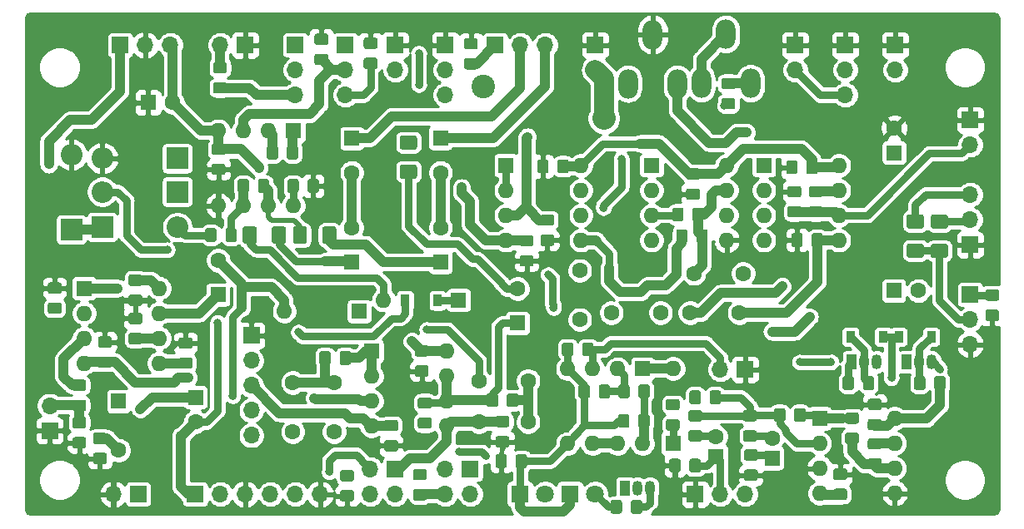
<source format=gbr>
G04 #@! TF.GenerationSoftware,KiCad,Pcbnew,(5.1.5)-3*
G04 #@! TF.CreationDate,2020-02-17T21:39:41-05:00*
G04 #@! TF.ProjectId,Preamplifier,50726561-6d70-46c6-9966-6965722e6b69,rev?*
G04 #@! TF.SameCoordinates,Original*
G04 #@! TF.FileFunction,Copper,L2,Bot*
G04 #@! TF.FilePolarity,Positive*
%FSLAX46Y46*%
G04 Gerber Fmt 4.6, Leading zero omitted, Abs format (unit mm)*
G04 Created by KiCad (PCBNEW (5.1.5)-3) date 2020-02-17 21:39:41*
%MOMM*%
%LPD*%
G04 APERTURE LIST*
%ADD10R,0.900000X1.200000*%
%ADD11C,1.600000*%
%ADD12R,1.600000X1.600000*%
%ADD13O,1.700000X1.700000*%
%ADD14R,1.700000X1.700000*%
%ADD15C,0.100000*%
%ADD16C,2.400000*%
%ADD17C,2.400000*%
%ADD18O,1.600000X1.600000*%
%ADD19O,2.200000X2.200000*%
%ADD20R,2.200000X2.200000*%
%ADD21R,1.050000X1.500000*%
%ADD22O,1.050000X1.500000*%
%ADD23C,1.800000*%
%ADD24R,1.800000X1.800000*%
%ADD25O,2.000000X3.000000*%
%ADD26C,0.800000*%
%ADD27C,0.750000*%
%ADD28C,1.000000*%
%ADD29C,0.250000*%
%ADD30C,0.500000*%
%ADD31C,2.000000*%
G04 APERTURE END LIST*
D10*
X87675000Y-81450000D03*
X84375000Y-81450000D03*
X92575000Y-81450000D03*
X89275000Y-81450000D03*
D11*
X76400000Y-91800000D03*
D12*
X76400000Y-93800000D03*
D11*
X70700000Y-91600000D03*
D12*
X70700000Y-93600000D03*
D10*
X39100000Y-77750000D03*
X42400000Y-77750000D03*
D13*
X96520000Y-82220000D03*
X96520000Y-79680000D03*
D14*
X96520000Y-77140000D03*
G04 #@! TA.AperFunction,SMDPad,CuDef*
D15*
G36*
X84999505Y-91201204D02*
G01*
X85023773Y-91204804D01*
X85047572Y-91210765D01*
X85070671Y-91219030D01*
X85092850Y-91229520D01*
X85113893Y-91242132D01*
X85133599Y-91256747D01*
X85151777Y-91273223D01*
X85168253Y-91291401D01*
X85182868Y-91311107D01*
X85195480Y-91332150D01*
X85205970Y-91354329D01*
X85214235Y-91377428D01*
X85220196Y-91401227D01*
X85223796Y-91425495D01*
X85225000Y-91449999D01*
X85225000Y-92100001D01*
X85223796Y-92124505D01*
X85220196Y-92148773D01*
X85214235Y-92172572D01*
X85205970Y-92195671D01*
X85195480Y-92217850D01*
X85182868Y-92238893D01*
X85168253Y-92258599D01*
X85151777Y-92276777D01*
X85133599Y-92293253D01*
X85113893Y-92307868D01*
X85092850Y-92320480D01*
X85070671Y-92330970D01*
X85047572Y-92339235D01*
X85023773Y-92345196D01*
X84999505Y-92348796D01*
X84975001Y-92350000D01*
X84074999Y-92350000D01*
X84050495Y-92348796D01*
X84026227Y-92345196D01*
X84002428Y-92339235D01*
X83979329Y-92330970D01*
X83957150Y-92320480D01*
X83936107Y-92307868D01*
X83916401Y-92293253D01*
X83898223Y-92276777D01*
X83881747Y-92258599D01*
X83867132Y-92238893D01*
X83854520Y-92217850D01*
X83844030Y-92195671D01*
X83835765Y-92172572D01*
X83829804Y-92148773D01*
X83826204Y-92124505D01*
X83825000Y-92100001D01*
X83825000Y-91449999D01*
X83826204Y-91425495D01*
X83829804Y-91401227D01*
X83835765Y-91377428D01*
X83844030Y-91354329D01*
X83854520Y-91332150D01*
X83867132Y-91311107D01*
X83881747Y-91291401D01*
X83898223Y-91273223D01*
X83916401Y-91256747D01*
X83936107Y-91242132D01*
X83957150Y-91229520D01*
X83979329Y-91219030D01*
X84002428Y-91210765D01*
X84026227Y-91204804D01*
X84050495Y-91201204D01*
X84074999Y-91200000D01*
X84975001Y-91200000D01*
X84999505Y-91201204D01*
G37*
G04 #@! TD.AperFunction*
G04 #@! TA.AperFunction,SMDPad,CuDef*
G36*
X84999505Y-89151204D02*
G01*
X85023773Y-89154804D01*
X85047572Y-89160765D01*
X85070671Y-89169030D01*
X85092850Y-89179520D01*
X85113893Y-89192132D01*
X85133599Y-89206747D01*
X85151777Y-89223223D01*
X85168253Y-89241401D01*
X85182868Y-89261107D01*
X85195480Y-89282150D01*
X85205970Y-89304329D01*
X85214235Y-89327428D01*
X85220196Y-89351227D01*
X85223796Y-89375495D01*
X85225000Y-89399999D01*
X85225000Y-90050001D01*
X85223796Y-90074505D01*
X85220196Y-90098773D01*
X85214235Y-90122572D01*
X85205970Y-90145671D01*
X85195480Y-90167850D01*
X85182868Y-90188893D01*
X85168253Y-90208599D01*
X85151777Y-90226777D01*
X85133599Y-90243253D01*
X85113893Y-90257868D01*
X85092850Y-90270480D01*
X85070671Y-90280970D01*
X85047572Y-90289235D01*
X85023773Y-90295196D01*
X84999505Y-90298796D01*
X84975001Y-90300000D01*
X84074999Y-90300000D01*
X84050495Y-90298796D01*
X84026227Y-90295196D01*
X84002428Y-90289235D01*
X83979329Y-90280970D01*
X83957150Y-90270480D01*
X83936107Y-90257868D01*
X83916401Y-90243253D01*
X83898223Y-90226777D01*
X83881747Y-90208599D01*
X83867132Y-90188893D01*
X83854520Y-90167850D01*
X83844030Y-90145671D01*
X83835765Y-90122572D01*
X83829804Y-90098773D01*
X83826204Y-90074505D01*
X83825000Y-90050001D01*
X83825000Y-89399999D01*
X83826204Y-89375495D01*
X83829804Y-89351227D01*
X83835765Y-89327428D01*
X83844030Y-89304329D01*
X83854520Y-89282150D01*
X83867132Y-89261107D01*
X83881747Y-89241401D01*
X83898223Y-89223223D01*
X83916401Y-89206747D01*
X83936107Y-89192132D01*
X83957150Y-89179520D01*
X83979329Y-89169030D01*
X84002428Y-89160765D01*
X84026227Y-89154804D01*
X84050495Y-89151204D01*
X84074999Y-89150000D01*
X84975001Y-89150000D01*
X84999505Y-89151204D01*
G37*
G04 #@! TD.AperFunction*
D16*
X47050000Y-55930000D03*
D17*
X59317258Y-59217002D02*
X59317258Y-59217002D01*
D13*
X20320000Y-51740000D03*
D14*
X22860000Y-51740000D03*
D13*
X38100000Y-54280000D03*
D14*
X38100000Y-51740000D03*
D13*
X73660000Y-97460000D03*
X71120000Y-97460000D03*
D14*
X68580000Y-97460000D03*
D11*
X27700000Y-91100000D03*
X27700000Y-86100000D03*
X10000000Y-93000000D03*
D12*
X10000000Y-88000000D03*
D11*
X17800000Y-90100000D03*
D12*
X17800000Y-87600000D03*
D11*
X31900000Y-86100000D03*
X31900000Y-91100000D03*
X46600000Y-85900000D03*
X51600000Y-85900000D03*
X51600000Y-90100000D03*
X46600000Y-90100000D03*
X20100000Y-73650000D03*
D12*
X20100000Y-77150000D03*
D11*
X50550000Y-76550000D03*
D12*
X50550000Y-80050000D03*
G04 #@! TA.AperFunction,SMDPad,CuDef*
D15*
G36*
X12174505Y-75101204D02*
G01*
X12198773Y-75104804D01*
X12222572Y-75110765D01*
X12245671Y-75119030D01*
X12267850Y-75129520D01*
X12288893Y-75142132D01*
X12308599Y-75156747D01*
X12326777Y-75173223D01*
X12343253Y-75191401D01*
X12357868Y-75211107D01*
X12370480Y-75232150D01*
X12380970Y-75254329D01*
X12389235Y-75277428D01*
X12395196Y-75301227D01*
X12398796Y-75325495D01*
X12400000Y-75349999D01*
X12400000Y-76000001D01*
X12398796Y-76024505D01*
X12395196Y-76048773D01*
X12389235Y-76072572D01*
X12380970Y-76095671D01*
X12370480Y-76117850D01*
X12357868Y-76138893D01*
X12343253Y-76158599D01*
X12326777Y-76176777D01*
X12308599Y-76193253D01*
X12288893Y-76207868D01*
X12267850Y-76220480D01*
X12245671Y-76230970D01*
X12222572Y-76239235D01*
X12198773Y-76245196D01*
X12174505Y-76248796D01*
X12150001Y-76250000D01*
X11249999Y-76250000D01*
X11225495Y-76248796D01*
X11201227Y-76245196D01*
X11177428Y-76239235D01*
X11154329Y-76230970D01*
X11132150Y-76220480D01*
X11111107Y-76207868D01*
X11091401Y-76193253D01*
X11073223Y-76176777D01*
X11056747Y-76158599D01*
X11042132Y-76138893D01*
X11029520Y-76117850D01*
X11019030Y-76095671D01*
X11010765Y-76072572D01*
X11004804Y-76048773D01*
X11001204Y-76024505D01*
X11000000Y-76000001D01*
X11000000Y-75349999D01*
X11001204Y-75325495D01*
X11004804Y-75301227D01*
X11010765Y-75277428D01*
X11019030Y-75254329D01*
X11029520Y-75232150D01*
X11042132Y-75211107D01*
X11056747Y-75191401D01*
X11073223Y-75173223D01*
X11091401Y-75156747D01*
X11111107Y-75142132D01*
X11132150Y-75129520D01*
X11154329Y-75119030D01*
X11177428Y-75110765D01*
X11201227Y-75104804D01*
X11225495Y-75101204D01*
X11249999Y-75100000D01*
X12150001Y-75100000D01*
X12174505Y-75101204D01*
G37*
G04 #@! TD.AperFunction*
G04 #@! TA.AperFunction,SMDPad,CuDef*
G36*
X12174505Y-77151204D02*
G01*
X12198773Y-77154804D01*
X12222572Y-77160765D01*
X12245671Y-77169030D01*
X12267850Y-77179520D01*
X12288893Y-77192132D01*
X12308599Y-77206747D01*
X12326777Y-77223223D01*
X12343253Y-77241401D01*
X12357868Y-77261107D01*
X12370480Y-77282150D01*
X12380970Y-77304329D01*
X12389235Y-77327428D01*
X12395196Y-77351227D01*
X12398796Y-77375495D01*
X12400000Y-77399999D01*
X12400000Y-78050001D01*
X12398796Y-78074505D01*
X12395196Y-78098773D01*
X12389235Y-78122572D01*
X12380970Y-78145671D01*
X12370480Y-78167850D01*
X12357868Y-78188893D01*
X12343253Y-78208599D01*
X12326777Y-78226777D01*
X12308599Y-78243253D01*
X12288893Y-78257868D01*
X12267850Y-78270480D01*
X12245671Y-78280970D01*
X12222572Y-78289235D01*
X12198773Y-78295196D01*
X12174505Y-78298796D01*
X12150001Y-78300000D01*
X11249999Y-78300000D01*
X11225495Y-78298796D01*
X11201227Y-78295196D01*
X11177428Y-78289235D01*
X11154329Y-78280970D01*
X11132150Y-78270480D01*
X11111107Y-78257868D01*
X11091401Y-78243253D01*
X11073223Y-78226777D01*
X11056747Y-78208599D01*
X11042132Y-78188893D01*
X11029520Y-78167850D01*
X11019030Y-78145671D01*
X11010765Y-78122572D01*
X11004804Y-78098773D01*
X11001204Y-78074505D01*
X11000000Y-78050001D01*
X11000000Y-77399999D01*
X11001204Y-77375495D01*
X11004804Y-77351227D01*
X11010765Y-77327428D01*
X11019030Y-77304329D01*
X11029520Y-77282150D01*
X11042132Y-77261107D01*
X11056747Y-77241401D01*
X11073223Y-77223223D01*
X11091401Y-77206747D01*
X11111107Y-77192132D01*
X11132150Y-77179520D01*
X11154329Y-77169030D01*
X11177428Y-77160765D01*
X11201227Y-77154804D01*
X11225495Y-77151204D01*
X11249999Y-77150000D01*
X12150001Y-77150000D01*
X12174505Y-77151204D01*
G37*
G04 #@! TD.AperFunction*
G04 #@! TA.AperFunction,SMDPad,CuDef*
G36*
X9074505Y-81401204D02*
G01*
X9098773Y-81404804D01*
X9122572Y-81410765D01*
X9145671Y-81419030D01*
X9167850Y-81429520D01*
X9188893Y-81442132D01*
X9208599Y-81456747D01*
X9226777Y-81473223D01*
X9243253Y-81491401D01*
X9257868Y-81511107D01*
X9270480Y-81532150D01*
X9280970Y-81554329D01*
X9289235Y-81577428D01*
X9295196Y-81601227D01*
X9298796Y-81625495D01*
X9300000Y-81649999D01*
X9300000Y-82300001D01*
X9298796Y-82324505D01*
X9295196Y-82348773D01*
X9289235Y-82372572D01*
X9280970Y-82395671D01*
X9270480Y-82417850D01*
X9257868Y-82438893D01*
X9243253Y-82458599D01*
X9226777Y-82476777D01*
X9208599Y-82493253D01*
X9188893Y-82507868D01*
X9167850Y-82520480D01*
X9145671Y-82530970D01*
X9122572Y-82539235D01*
X9098773Y-82545196D01*
X9074505Y-82548796D01*
X9050001Y-82550000D01*
X8149999Y-82550000D01*
X8125495Y-82548796D01*
X8101227Y-82545196D01*
X8077428Y-82539235D01*
X8054329Y-82530970D01*
X8032150Y-82520480D01*
X8011107Y-82507868D01*
X7991401Y-82493253D01*
X7973223Y-82476777D01*
X7956747Y-82458599D01*
X7942132Y-82438893D01*
X7929520Y-82417850D01*
X7919030Y-82395671D01*
X7910765Y-82372572D01*
X7904804Y-82348773D01*
X7901204Y-82324505D01*
X7900000Y-82300001D01*
X7900000Y-81649999D01*
X7901204Y-81625495D01*
X7904804Y-81601227D01*
X7910765Y-81577428D01*
X7919030Y-81554329D01*
X7929520Y-81532150D01*
X7942132Y-81511107D01*
X7956747Y-81491401D01*
X7973223Y-81473223D01*
X7991401Y-81456747D01*
X8011107Y-81442132D01*
X8032150Y-81429520D01*
X8054329Y-81419030D01*
X8077428Y-81410765D01*
X8101227Y-81404804D01*
X8125495Y-81401204D01*
X8149999Y-81400000D01*
X9050001Y-81400000D01*
X9074505Y-81401204D01*
G37*
G04 #@! TD.AperFunction*
G04 #@! TA.AperFunction,SMDPad,CuDef*
G36*
X9074505Y-83451204D02*
G01*
X9098773Y-83454804D01*
X9122572Y-83460765D01*
X9145671Y-83469030D01*
X9167850Y-83479520D01*
X9188893Y-83492132D01*
X9208599Y-83506747D01*
X9226777Y-83523223D01*
X9243253Y-83541401D01*
X9257868Y-83561107D01*
X9270480Y-83582150D01*
X9280970Y-83604329D01*
X9289235Y-83627428D01*
X9295196Y-83651227D01*
X9298796Y-83675495D01*
X9300000Y-83699999D01*
X9300000Y-84350001D01*
X9298796Y-84374505D01*
X9295196Y-84398773D01*
X9289235Y-84422572D01*
X9280970Y-84445671D01*
X9270480Y-84467850D01*
X9257868Y-84488893D01*
X9243253Y-84508599D01*
X9226777Y-84526777D01*
X9208599Y-84543253D01*
X9188893Y-84557868D01*
X9167850Y-84570480D01*
X9145671Y-84580970D01*
X9122572Y-84589235D01*
X9098773Y-84595196D01*
X9074505Y-84598796D01*
X9050001Y-84600000D01*
X8149999Y-84600000D01*
X8125495Y-84598796D01*
X8101227Y-84595196D01*
X8077428Y-84589235D01*
X8054329Y-84580970D01*
X8032150Y-84570480D01*
X8011107Y-84557868D01*
X7991401Y-84543253D01*
X7973223Y-84526777D01*
X7956747Y-84508599D01*
X7942132Y-84488893D01*
X7929520Y-84467850D01*
X7919030Y-84445671D01*
X7910765Y-84422572D01*
X7904804Y-84398773D01*
X7901204Y-84374505D01*
X7900000Y-84350001D01*
X7900000Y-83699999D01*
X7901204Y-83675495D01*
X7904804Y-83651227D01*
X7910765Y-83627428D01*
X7919030Y-83604329D01*
X7929520Y-83582150D01*
X7942132Y-83561107D01*
X7956747Y-83541401D01*
X7973223Y-83523223D01*
X7991401Y-83506747D01*
X8011107Y-83492132D01*
X8032150Y-83479520D01*
X8054329Y-83469030D01*
X8077428Y-83460765D01*
X8101227Y-83454804D01*
X8125495Y-83451204D01*
X8149999Y-83450000D01*
X9050001Y-83450000D01*
X9074505Y-83451204D01*
G37*
G04 #@! TD.AperFunction*
D11*
X91275000Y-76750000D03*
D12*
X88775000Y-76750000D03*
G04 #@! TA.AperFunction,SMDPad,CuDef*
D15*
G36*
X41274505Y-82301204D02*
G01*
X41298773Y-82304804D01*
X41322572Y-82310765D01*
X41345671Y-82319030D01*
X41367850Y-82329520D01*
X41388893Y-82342132D01*
X41408599Y-82356747D01*
X41426777Y-82373223D01*
X41443253Y-82391401D01*
X41457868Y-82411107D01*
X41470480Y-82432150D01*
X41480970Y-82454329D01*
X41489235Y-82477428D01*
X41495196Y-82501227D01*
X41498796Y-82525495D01*
X41500000Y-82549999D01*
X41500000Y-83200001D01*
X41498796Y-83224505D01*
X41495196Y-83248773D01*
X41489235Y-83272572D01*
X41480970Y-83295671D01*
X41470480Y-83317850D01*
X41457868Y-83338893D01*
X41443253Y-83358599D01*
X41426777Y-83376777D01*
X41408599Y-83393253D01*
X41388893Y-83407868D01*
X41367850Y-83420480D01*
X41345671Y-83430970D01*
X41322572Y-83439235D01*
X41298773Y-83445196D01*
X41274505Y-83448796D01*
X41250001Y-83450000D01*
X40349999Y-83450000D01*
X40325495Y-83448796D01*
X40301227Y-83445196D01*
X40277428Y-83439235D01*
X40254329Y-83430970D01*
X40232150Y-83420480D01*
X40211107Y-83407868D01*
X40191401Y-83393253D01*
X40173223Y-83376777D01*
X40156747Y-83358599D01*
X40142132Y-83338893D01*
X40129520Y-83317850D01*
X40119030Y-83295671D01*
X40110765Y-83272572D01*
X40104804Y-83248773D01*
X40101204Y-83224505D01*
X40100000Y-83200001D01*
X40100000Y-82549999D01*
X40101204Y-82525495D01*
X40104804Y-82501227D01*
X40110765Y-82477428D01*
X40119030Y-82454329D01*
X40129520Y-82432150D01*
X40142132Y-82411107D01*
X40156747Y-82391401D01*
X40173223Y-82373223D01*
X40191401Y-82356747D01*
X40211107Y-82342132D01*
X40232150Y-82329520D01*
X40254329Y-82319030D01*
X40277428Y-82310765D01*
X40301227Y-82304804D01*
X40325495Y-82301204D01*
X40349999Y-82300000D01*
X41250001Y-82300000D01*
X41274505Y-82301204D01*
G37*
G04 #@! TD.AperFunction*
G04 #@! TA.AperFunction,SMDPad,CuDef*
G36*
X41274505Y-84351204D02*
G01*
X41298773Y-84354804D01*
X41322572Y-84360765D01*
X41345671Y-84369030D01*
X41367850Y-84379520D01*
X41388893Y-84392132D01*
X41408599Y-84406747D01*
X41426777Y-84423223D01*
X41443253Y-84441401D01*
X41457868Y-84461107D01*
X41470480Y-84482150D01*
X41480970Y-84504329D01*
X41489235Y-84527428D01*
X41495196Y-84551227D01*
X41498796Y-84575495D01*
X41500000Y-84599999D01*
X41500000Y-85250001D01*
X41498796Y-85274505D01*
X41495196Y-85298773D01*
X41489235Y-85322572D01*
X41480970Y-85345671D01*
X41470480Y-85367850D01*
X41457868Y-85388893D01*
X41443253Y-85408599D01*
X41426777Y-85426777D01*
X41408599Y-85443253D01*
X41388893Y-85457868D01*
X41367850Y-85470480D01*
X41345671Y-85480970D01*
X41322572Y-85489235D01*
X41298773Y-85495196D01*
X41274505Y-85498796D01*
X41250001Y-85500000D01*
X40349999Y-85500000D01*
X40325495Y-85498796D01*
X40301227Y-85495196D01*
X40277428Y-85489235D01*
X40254329Y-85480970D01*
X40232150Y-85470480D01*
X40211107Y-85457868D01*
X40191401Y-85443253D01*
X40173223Y-85426777D01*
X40156747Y-85408599D01*
X40142132Y-85388893D01*
X40129520Y-85367850D01*
X40119030Y-85345671D01*
X40110765Y-85322572D01*
X40104804Y-85298773D01*
X40101204Y-85274505D01*
X40100000Y-85250001D01*
X40100000Y-84599999D01*
X40101204Y-84575495D01*
X40104804Y-84551227D01*
X40110765Y-84527428D01*
X40119030Y-84504329D01*
X40129520Y-84482150D01*
X40142132Y-84461107D01*
X40156747Y-84441401D01*
X40173223Y-84423223D01*
X40191401Y-84406747D01*
X40211107Y-84392132D01*
X40232150Y-84379520D01*
X40254329Y-84369030D01*
X40277428Y-84360765D01*
X40301227Y-84354804D01*
X40325495Y-84351204D01*
X40349999Y-84350000D01*
X41250001Y-84350000D01*
X41274505Y-84351204D01*
G37*
G04 #@! TD.AperFunction*
G04 #@! TA.AperFunction,SMDPad,CuDef*
G36*
X38174505Y-91951204D02*
G01*
X38198773Y-91954804D01*
X38222572Y-91960765D01*
X38245671Y-91969030D01*
X38267850Y-91979520D01*
X38288893Y-91992132D01*
X38308599Y-92006747D01*
X38326777Y-92023223D01*
X38343253Y-92041401D01*
X38357868Y-92061107D01*
X38370480Y-92082150D01*
X38380970Y-92104329D01*
X38389235Y-92127428D01*
X38395196Y-92151227D01*
X38398796Y-92175495D01*
X38400000Y-92199999D01*
X38400000Y-92850001D01*
X38398796Y-92874505D01*
X38395196Y-92898773D01*
X38389235Y-92922572D01*
X38380970Y-92945671D01*
X38370480Y-92967850D01*
X38357868Y-92988893D01*
X38343253Y-93008599D01*
X38326777Y-93026777D01*
X38308599Y-93043253D01*
X38288893Y-93057868D01*
X38267850Y-93070480D01*
X38245671Y-93080970D01*
X38222572Y-93089235D01*
X38198773Y-93095196D01*
X38174505Y-93098796D01*
X38150001Y-93100000D01*
X37249999Y-93100000D01*
X37225495Y-93098796D01*
X37201227Y-93095196D01*
X37177428Y-93089235D01*
X37154329Y-93080970D01*
X37132150Y-93070480D01*
X37111107Y-93057868D01*
X37091401Y-93043253D01*
X37073223Y-93026777D01*
X37056747Y-93008599D01*
X37042132Y-92988893D01*
X37029520Y-92967850D01*
X37019030Y-92945671D01*
X37010765Y-92922572D01*
X37004804Y-92898773D01*
X37001204Y-92874505D01*
X37000000Y-92850001D01*
X37000000Y-92199999D01*
X37001204Y-92175495D01*
X37004804Y-92151227D01*
X37010765Y-92127428D01*
X37019030Y-92104329D01*
X37029520Y-92082150D01*
X37042132Y-92061107D01*
X37056747Y-92041401D01*
X37073223Y-92023223D01*
X37091401Y-92006747D01*
X37111107Y-91992132D01*
X37132150Y-91979520D01*
X37154329Y-91969030D01*
X37177428Y-91960765D01*
X37201227Y-91954804D01*
X37225495Y-91951204D01*
X37249999Y-91950000D01*
X38150001Y-91950000D01*
X38174505Y-91951204D01*
G37*
G04 #@! TD.AperFunction*
G04 #@! TA.AperFunction,SMDPad,CuDef*
G36*
X38174505Y-89901204D02*
G01*
X38198773Y-89904804D01*
X38222572Y-89910765D01*
X38245671Y-89919030D01*
X38267850Y-89929520D01*
X38288893Y-89942132D01*
X38308599Y-89956747D01*
X38326777Y-89973223D01*
X38343253Y-89991401D01*
X38357868Y-90011107D01*
X38370480Y-90032150D01*
X38380970Y-90054329D01*
X38389235Y-90077428D01*
X38395196Y-90101227D01*
X38398796Y-90125495D01*
X38400000Y-90149999D01*
X38400000Y-90800001D01*
X38398796Y-90824505D01*
X38395196Y-90848773D01*
X38389235Y-90872572D01*
X38380970Y-90895671D01*
X38370480Y-90917850D01*
X38357868Y-90938893D01*
X38343253Y-90958599D01*
X38326777Y-90976777D01*
X38308599Y-90993253D01*
X38288893Y-91007868D01*
X38267850Y-91020480D01*
X38245671Y-91030970D01*
X38222572Y-91039235D01*
X38198773Y-91045196D01*
X38174505Y-91048796D01*
X38150001Y-91050000D01*
X37249999Y-91050000D01*
X37225495Y-91048796D01*
X37201227Y-91045196D01*
X37177428Y-91039235D01*
X37154329Y-91030970D01*
X37132150Y-91020480D01*
X37111107Y-91007868D01*
X37091401Y-90993253D01*
X37073223Y-90976777D01*
X37056747Y-90958599D01*
X37042132Y-90938893D01*
X37029520Y-90917850D01*
X37019030Y-90895671D01*
X37010765Y-90872572D01*
X37004804Y-90848773D01*
X37001204Y-90824505D01*
X37000000Y-90800001D01*
X37000000Y-90149999D01*
X37001204Y-90125495D01*
X37004804Y-90101227D01*
X37010765Y-90077428D01*
X37019030Y-90054329D01*
X37029520Y-90032150D01*
X37042132Y-90011107D01*
X37056747Y-89991401D01*
X37073223Y-89973223D01*
X37091401Y-89956747D01*
X37111107Y-89942132D01*
X37132150Y-89929520D01*
X37154329Y-89919030D01*
X37177428Y-89910765D01*
X37201227Y-89904804D01*
X37225495Y-89901204D01*
X37249999Y-89900000D01*
X38150001Y-89900000D01*
X38174505Y-89901204D01*
G37*
G04 #@! TD.AperFunction*
G04 #@! TA.AperFunction,SMDPad,CuDef*
G36*
X87299505Y-89801204D02*
G01*
X87323773Y-89804804D01*
X87347572Y-89810765D01*
X87370671Y-89819030D01*
X87392850Y-89829520D01*
X87413893Y-89842132D01*
X87433599Y-89856747D01*
X87451777Y-89873223D01*
X87468253Y-89891401D01*
X87482868Y-89911107D01*
X87495480Y-89932150D01*
X87505970Y-89954329D01*
X87514235Y-89977428D01*
X87520196Y-90001227D01*
X87523796Y-90025495D01*
X87525000Y-90049999D01*
X87525000Y-90700001D01*
X87523796Y-90724505D01*
X87520196Y-90748773D01*
X87514235Y-90772572D01*
X87505970Y-90795671D01*
X87495480Y-90817850D01*
X87482868Y-90838893D01*
X87468253Y-90858599D01*
X87451777Y-90876777D01*
X87433599Y-90893253D01*
X87413893Y-90907868D01*
X87392850Y-90920480D01*
X87370671Y-90930970D01*
X87347572Y-90939235D01*
X87323773Y-90945196D01*
X87299505Y-90948796D01*
X87275001Y-90950000D01*
X86374999Y-90950000D01*
X86350495Y-90948796D01*
X86326227Y-90945196D01*
X86302428Y-90939235D01*
X86279329Y-90930970D01*
X86257150Y-90920480D01*
X86236107Y-90907868D01*
X86216401Y-90893253D01*
X86198223Y-90876777D01*
X86181747Y-90858599D01*
X86167132Y-90838893D01*
X86154520Y-90817850D01*
X86144030Y-90795671D01*
X86135765Y-90772572D01*
X86129804Y-90748773D01*
X86126204Y-90724505D01*
X86125000Y-90700001D01*
X86125000Y-90049999D01*
X86126204Y-90025495D01*
X86129804Y-90001227D01*
X86135765Y-89977428D01*
X86144030Y-89954329D01*
X86154520Y-89932150D01*
X86167132Y-89911107D01*
X86181747Y-89891401D01*
X86198223Y-89873223D01*
X86216401Y-89856747D01*
X86236107Y-89842132D01*
X86257150Y-89829520D01*
X86279329Y-89819030D01*
X86302428Y-89810765D01*
X86326227Y-89804804D01*
X86350495Y-89801204D01*
X86374999Y-89800000D01*
X87275001Y-89800000D01*
X87299505Y-89801204D01*
G37*
G04 #@! TD.AperFunction*
G04 #@! TA.AperFunction,SMDPad,CuDef*
G36*
X87299505Y-87751204D02*
G01*
X87323773Y-87754804D01*
X87347572Y-87760765D01*
X87370671Y-87769030D01*
X87392850Y-87779520D01*
X87413893Y-87792132D01*
X87433599Y-87806747D01*
X87451777Y-87823223D01*
X87468253Y-87841401D01*
X87482868Y-87861107D01*
X87495480Y-87882150D01*
X87505970Y-87904329D01*
X87514235Y-87927428D01*
X87520196Y-87951227D01*
X87523796Y-87975495D01*
X87525000Y-87999999D01*
X87525000Y-88650001D01*
X87523796Y-88674505D01*
X87520196Y-88698773D01*
X87514235Y-88722572D01*
X87505970Y-88745671D01*
X87495480Y-88767850D01*
X87482868Y-88788893D01*
X87468253Y-88808599D01*
X87451777Y-88826777D01*
X87433599Y-88843253D01*
X87413893Y-88857868D01*
X87392850Y-88870480D01*
X87370671Y-88880970D01*
X87347572Y-88889235D01*
X87323773Y-88895196D01*
X87299505Y-88898796D01*
X87275001Y-88900000D01*
X86374999Y-88900000D01*
X86350495Y-88898796D01*
X86326227Y-88895196D01*
X86302428Y-88889235D01*
X86279329Y-88880970D01*
X86257150Y-88870480D01*
X86236107Y-88857868D01*
X86216401Y-88843253D01*
X86198223Y-88826777D01*
X86181747Y-88808599D01*
X86167132Y-88788893D01*
X86154520Y-88767850D01*
X86144030Y-88745671D01*
X86135765Y-88722572D01*
X86129804Y-88698773D01*
X86126204Y-88674505D01*
X86125000Y-88650001D01*
X86125000Y-87999999D01*
X86126204Y-87975495D01*
X86129804Y-87951227D01*
X86135765Y-87927428D01*
X86144030Y-87904329D01*
X86154520Y-87882150D01*
X86167132Y-87861107D01*
X86181747Y-87841401D01*
X86198223Y-87823223D01*
X86216401Y-87806747D01*
X86236107Y-87792132D01*
X86257150Y-87779520D01*
X86279329Y-87769030D01*
X86302428Y-87760765D01*
X86326227Y-87754804D01*
X86350495Y-87751204D01*
X86374999Y-87750000D01*
X87275001Y-87750000D01*
X87299505Y-87751204D01*
G37*
G04 #@! TD.AperFunction*
G04 #@! TA.AperFunction,SMDPad,CuDef*
G36*
X83799505Y-94851204D02*
G01*
X83823773Y-94854804D01*
X83847572Y-94860765D01*
X83870671Y-94869030D01*
X83892850Y-94879520D01*
X83913893Y-94892132D01*
X83933599Y-94906747D01*
X83951777Y-94923223D01*
X83968253Y-94941401D01*
X83982868Y-94961107D01*
X83995480Y-94982150D01*
X84005970Y-95004329D01*
X84014235Y-95027428D01*
X84020196Y-95051227D01*
X84023796Y-95075495D01*
X84025000Y-95099999D01*
X84025000Y-95750001D01*
X84023796Y-95774505D01*
X84020196Y-95798773D01*
X84014235Y-95822572D01*
X84005970Y-95845671D01*
X83995480Y-95867850D01*
X83982868Y-95888893D01*
X83968253Y-95908599D01*
X83951777Y-95926777D01*
X83933599Y-95943253D01*
X83913893Y-95957868D01*
X83892850Y-95970480D01*
X83870671Y-95980970D01*
X83847572Y-95989235D01*
X83823773Y-95995196D01*
X83799505Y-95998796D01*
X83775001Y-96000000D01*
X82874999Y-96000000D01*
X82850495Y-95998796D01*
X82826227Y-95995196D01*
X82802428Y-95989235D01*
X82779329Y-95980970D01*
X82757150Y-95970480D01*
X82736107Y-95957868D01*
X82716401Y-95943253D01*
X82698223Y-95926777D01*
X82681747Y-95908599D01*
X82667132Y-95888893D01*
X82654520Y-95867850D01*
X82644030Y-95845671D01*
X82635765Y-95822572D01*
X82629804Y-95798773D01*
X82626204Y-95774505D01*
X82625000Y-95750001D01*
X82625000Y-95099999D01*
X82626204Y-95075495D01*
X82629804Y-95051227D01*
X82635765Y-95027428D01*
X82644030Y-95004329D01*
X82654520Y-94982150D01*
X82667132Y-94961107D01*
X82681747Y-94941401D01*
X82698223Y-94923223D01*
X82716401Y-94906747D01*
X82736107Y-94892132D01*
X82757150Y-94879520D01*
X82779329Y-94869030D01*
X82802428Y-94860765D01*
X82826227Y-94854804D01*
X82850495Y-94851204D01*
X82874999Y-94850000D01*
X83775001Y-94850000D01*
X83799505Y-94851204D01*
G37*
G04 #@! TD.AperFunction*
G04 #@! TA.AperFunction,SMDPad,CuDef*
G36*
X83799505Y-96901204D02*
G01*
X83823773Y-96904804D01*
X83847572Y-96910765D01*
X83870671Y-96919030D01*
X83892850Y-96929520D01*
X83913893Y-96942132D01*
X83933599Y-96956747D01*
X83951777Y-96973223D01*
X83968253Y-96991401D01*
X83982868Y-97011107D01*
X83995480Y-97032150D01*
X84005970Y-97054329D01*
X84014235Y-97077428D01*
X84020196Y-97101227D01*
X84023796Y-97125495D01*
X84025000Y-97149999D01*
X84025000Y-97800001D01*
X84023796Y-97824505D01*
X84020196Y-97848773D01*
X84014235Y-97872572D01*
X84005970Y-97895671D01*
X83995480Y-97917850D01*
X83982868Y-97938893D01*
X83968253Y-97958599D01*
X83951777Y-97976777D01*
X83933599Y-97993253D01*
X83913893Y-98007868D01*
X83892850Y-98020480D01*
X83870671Y-98030970D01*
X83847572Y-98039235D01*
X83823773Y-98045196D01*
X83799505Y-98048796D01*
X83775001Y-98050000D01*
X82874999Y-98050000D01*
X82850495Y-98048796D01*
X82826227Y-98045196D01*
X82802428Y-98039235D01*
X82779329Y-98030970D01*
X82757150Y-98020480D01*
X82736107Y-98007868D01*
X82716401Y-97993253D01*
X82698223Y-97976777D01*
X82681747Y-97958599D01*
X82667132Y-97938893D01*
X82654520Y-97917850D01*
X82644030Y-97895671D01*
X82635765Y-97872572D01*
X82629804Y-97848773D01*
X82626204Y-97824505D01*
X82625000Y-97800001D01*
X82625000Y-97149999D01*
X82626204Y-97125495D01*
X82629804Y-97101227D01*
X82635765Y-97077428D01*
X82644030Y-97054329D01*
X82654520Y-97032150D01*
X82667132Y-97011107D01*
X82681747Y-96991401D01*
X82698223Y-96973223D01*
X82716401Y-96956747D01*
X82736107Y-96942132D01*
X82757150Y-96929520D01*
X82779329Y-96919030D01*
X82802428Y-96910765D01*
X82826227Y-96904804D01*
X82850495Y-96901204D01*
X82874999Y-96900000D01*
X83775001Y-96900000D01*
X83799505Y-96901204D01*
G37*
G04 #@! TD.AperFunction*
G04 #@! TA.AperFunction,SMDPad,CuDef*
G36*
X66774505Y-89831204D02*
G01*
X66798773Y-89834804D01*
X66822572Y-89840765D01*
X66845671Y-89849030D01*
X66867850Y-89859520D01*
X66888893Y-89872132D01*
X66908599Y-89886747D01*
X66926777Y-89903223D01*
X66943253Y-89921401D01*
X66957868Y-89941107D01*
X66970480Y-89962150D01*
X66980970Y-89984329D01*
X66989235Y-90007428D01*
X66995196Y-90031227D01*
X66998796Y-90055495D01*
X67000000Y-90079999D01*
X67000000Y-90730001D01*
X66998796Y-90754505D01*
X66995196Y-90778773D01*
X66989235Y-90802572D01*
X66980970Y-90825671D01*
X66970480Y-90847850D01*
X66957868Y-90868893D01*
X66943253Y-90888599D01*
X66926777Y-90906777D01*
X66908599Y-90923253D01*
X66888893Y-90937868D01*
X66867850Y-90950480D01*
X66845671Y-90960970D01*
X66822572Y-90969235D01*
X66798773Y-90975196D01*
X66774505Y-90978796D01*
X66750001Y-90980000D01*
X65849999Y-90980000D01*
X65825495Y-90978796D01*
X65801227Y-90975196D01*
X65777428Y-90969235D01*
X65754329Y-90960970D01*
X65732150Y-90950480D01*
X65711107Y-90937868D01*
X65691401Y-90923253D01*
X65673223Y-90906777D01*
X65656747Y-90888599D01*
X65642132Y-90868893D01*
X65629520Y-90847850D01*
X65619030Y-90825671D01*
X65610765Y-90802572D01*
X65604804Y-90778773D01*
X65601204Y-90754505D01*
X65600000Y-90730001D01*
X65600000Y-90079999D01*
X65601204Y-90055495D01*
X65604804Y-90031227D01*
X65610765Y-90007428D01*
X65619030Y-89984329D01*
X65629520Y-89962150D01*
X65642132Y-89941107D01*
X65656747Y-89921401D01*
X65673223Y-89903223D01*
X65691401Y-89886747D01*
X65711107Y-89872132D01*
X65732150Y-89859520D01*
X65754329Y-89849030D01*
X65777428Y-89840765D01*
X65801227Y-89834804D01*
X65825495Y-89831204D01*
X65849999Y-89830000D01*
X66750001Y-89830000D01*
X66774505Y-89831204D01*
G37*
G04 #@! TD.AperFunction*
G04 #@! TA.AperFunction,SMDPad,CuDef*
G36*
X66774505Y-87781204D02*
G01*
X66798773Y-87784804D01*
X66822572Y-87790765D01*
X66845671Y-87799030D01*
X66867850Y-87809520D01*
X66888893Y-87822132D01*
X66908599Y-87836747D01*
X66926777Y-87853223D01*
X66943253Y-87871401D01*
X66957868Y-87891107D01*
X66970480Y-87912150D01*
X66980970Y-87934329D01*
X66989235Y-87957428D01*
X66995196Y-87981227D01*
X66998796Y-88005495D01*
X67000000Y-88029999D01*
X67000000Y-88680001D01*
X66998796Y-88704505D01*
X66995196Y-88728773D01*
X66989235Y-88752572D01*
X66980970Y-88775671D01*
X66970480Y-88797850D01*
X66957868Y-88818893D01*
X66943253Y-88838599D01*
X66926777Y-88856777D01*
X66908599Y-88873253D01*
X66888893Y-88887868D01*
X66867850Y-88900480D01*
X66845671Y-88910970D01*
X66822572Y-88919235D01*
X66798773Y-88925196D01*
X66774505Y-88928796D01*
X66750001Y-88930000D01*
X65849999Y-88930000D01*
X65825495Y-88928796D01*
X65801227Y-88925196D01*
X65777428Y-88919235D01*
X65754329Y-88910970D01*
X65732150Y-88900480D01*
X65711107Y-88887868D01*
X65691401Y-88873253D01*
X65673223Y-88856777D01*
X65656747Y-88838599D01*
X65642132Y-88818893D01*
X65629520Y-88797850D01*
X65619030Y-88775671D01*
X65610765Y-88752572D01*
X65604804Y-88728773D01*
X65601204Y-88704505D01*
X65600000Y-88680001D01*
X65600000Y-88029999D01*
X65601204Y-88005495D01*
X65604804Y-87981227D01*
X65610765Y-87957428D01*
X65619030Y-87934329D01*
X65629520Y-87912150D01*
X65642132Y-87891107D01*
X65656747Y-87871401D01*
X65673223Y-87853223D01*
X65691401Y-87836747D01*
X65711107Y-87822132D01*
X65732150Y-87809520D01*
X65754329Y-87799030D01*
X65777428Y-87790765D01*
X65801227Y-87784804D01*
X65825495Y-87781204D01*
X65849999Y-87780000D01*
X66750001Y-87780000D01*
X66774505Y-87781204D01*
G37*
G04 #@! TD.AperFunction*
G04 #@! TA.AperFunction,SMDPad,CuDef*
G36*
X53464505Y-63391204D02*
G01*
X53488773Y-63394804D01*
X53512572Y-63400765D01*
X53535671Y-63409030D01*
X53557850Y-63419520D01*
X53578893Y-63432132D01*
X53598599Y-63446747D01*
X53616777Y-63463223D01*
X53633253Y-63481401D01*
X53647868Y-63501107D01*
X53660480Y-63522150D01*
X53670970Y-63544329D01*
X53679235Y-63567428D01*
X53685196Y-63591227D01*
X53688796Y-63615495D01*
X53690000Y-63639999D01*
X53690000Y-64540001D01*
X53688796Y-64564505D01*
X53685196Y-64588773D01*
X53679235Y-64612572D01*
X53670970Y-64635671D01*
X53660480Y-64657850D01*
X53647868Y-64678893D01*
X53633253Y-64698599D01*
X53616777Y-64716777D01*
X53598599Y-64733253D01*
X53578893Y-64747868D01*
X53557850Y-64760480D01*
X53535671Y-64770970D01*
X53512572Y-64779235D01*
X53488773Y-64785196D01*
X53464505Y-64788796D01*
X53440001Y-64790000D01*
X52789999Y-64790000D01*
X52765495Y-64788796D01*
X52741227Y-64785196D01*
X52717428Y-64779235D01*
X52694329Y-64770970D01*
X52672150Y-64760480D01*
X52651107Y-64747868D01*
X52631401Y-64733253D01*
X52613223Y-64716777D01*
X52596747Y-64698599D01*
X52582132Y-64678893D01*
X52569520Y-64657850D01*
X52559030Y-64635671D01*
X52550765Y-64612572D01*
X52544804Y-64588773D01*
X52541204Y-64564505D01*
X52540000Y-64540001D01*
X52540000Y-63639999D01*
X52541204Y-63615495D01*
X52544804Y-63591227D01*
X52550765Y-63567428D01*
X52559030Y-63544329D01*
X52569520Y-63522150D01*
X52582132Y-63501107D01*
X52596747Y-63481401D01*
X52613223Y-63463223D01*
X52631401Y-63446747D01*
X52651107Y-63432132D01*
X52672150Y-63419520D01*
X52694329Y-63409030D01*
X52717428Y-63400765D01*
X52741227Y-63394804D01*
X52765495Y-63391204D01*
X52789999Y-63390000D01*
X53440001Y-63390000D01*
X53464505Y-63391204D01*
G37*
G04 #@! TD.AperFunction*
G04 #@! TA.AperFunction,SMDPad,CuDef*
G36*
X55514505Y-63391204D02*
G01*
X55538773Y-63394804D01*
X55562572Y-63400765D01*
X55585671Y-63409030D01*
X55607850Y-63419520D01*
X55628893Y-63432132D01*
X55648599Y-63446747D01*
X55666777Y-63463223D01*
X55683253Y-63481401D01*
X55697868Y-63501107D01*
X55710480Y-63522150D01*
X55720970Y-63544329D01*
X55729235Y-63567428D01*
X55735196Y-63591227D01*
X55738796Y-63615495D01*
X55740000Y-63639999D01*
X55740000Y-64540001D01*
X55738796Y-64564505D01*
X55735196Y-64588773D01*
X55729235Y-64612572D01*
X55720970Y-64635671D01*
X55710480Y-64657850D01*
X55697868Y-64678893D01*
X55683253Y-64698599D01*
X55666777Y-64716777D01*
X55648599Y-64733253D01*
X55628893Y-64747868D01*
X55607850Y-64760480D01*
X55585671Y-64770970D01*
X55562572Y-64779235D01*
X55538773Y-64785196D01*
X55514505Y-64788796D01*
X55490001Y-64790000D01*
X54839999Y-64790000D01*
X54815495Y-64788796D01*
X54791227Y-64785196D01*
X54767428Y-64779235D01*
X54744329Y-64770970D01*
X54722150Y-64760480D01*
X54701107Y-64747868D01*
X54681401Y-64733253D01*
X54663223Y-64716777D01*
X54646747Y-64698599D01*
X54632132Y-64678893D01*
X54619520Y-64657850D01*
X54609030Y-64635671D01*
X54600765Y-64612572D01*
X54594804Y-64588773D01*
X54591204Y-64564505D01*
X54590000Y-64540001D01*
X54590000Y-63639999D01*
X54591204Y-63615495D01*
X54594804Y-63591227D01*
X54600765Y-63567428D01*
X54609030Y-63544329D01*
X54619520Y-63522150D01*
X54632132Y-63501107D01*
X54646747Y-63481401D01*
X54663223Y-63463223D01*
X54681401Y-63446747D01*
X54701107Y-63432132D01*
X54722150Y-63419520D01*
X54744329Y-63409030D01*
X54767428Y-63400765D01*
X54791227Y-63394804D01*
X54815495Y-63391204D01*
X54839999Y-63390000D01*
X55490001Y-63390000D01*
X55514505Y-63391204D01*
G37*
G04 #@! TD.AperFunction*
G04 #@! TA.AperFunction,SMDPad,CuDef*
G36*
X51934505Y-71091204D02*
G01*
X51958773Y-71094804D01*
X51982572Y-71100765D01*
X52005671Y-71109030D01*
X52027850Y-71119520D01*
X52048893Y-71132132D01*
X52068599Y-71146747D01*
X52086777Y-71163223D01*
X52103253Y-71181401D01*
X52117868Y-71201107D01*
X52130480Y-71222150D01*
X52140970Y-71244329D01*
X52149235Y-71267428D01*
X52155196Y-71291227D01*
X52158796Y-71315495D01*
X52160000Y-71339999D01*
X52160000Y-71990001D01*
X52158796Y-72014505D01*
X52155196Y-72038773D01*
X52149235Y-72062572D01*
X52140970Y-72085671D01*
X52130480Y-72107850D01*
X52117868Y-72128893D01*
X52103253Y-72148599D01*
X52086777Y-72166777D01*
X52068599Y-72183253D01*
X52048893Y-72197868D01*
X52027850Y-72210480D01*
X52005671Y-72220970D01*
X51982572Y-72229235D01*
X51958773Y-72235196D01*
X51934505Y-72238796D01*
X51910001Y-72240000D01*
X51009999Y-72240000D01*
X50985495Y-72238796D01*
X50961227Y-72235196D01*
X50937428Y-72229235D01*
X50914329Y-72220970D01*
X50892150Y-72210480D01*
X50871107Y-72197868D01*
X50851401Y-72183253D01*
X50833223Y-72166777D01*
X50816747Y-72148599D01*
X50802132Y-72128893D01*
X50789520Y-72107850D01*
X50779030Y-72085671D01*
X50770765Y-72062572D01*
X50764804Y-72038773D01*
X50761204Y-72014505D01*
X50760000Y-71990001D01*
X50760000Y-71339999D01*
X50761204Y-71315495D01*
X50764804Y-71291227D01*
X50770765Y-71267428D01*
X50779030Y-71244329D01*
X50789520Y-71222150D01*
X50802132Y-71201107D01*
X50816747Y-71181401D01*
X50833223Y-71163223D01*
X50851401Y-71146747D01*
X50871107Y-71132132D01*
X50892150Y-71119520D01*
X50914329Y-71109030D01*
X50937428Y-71100765D01*
X50961227Y-71094804D01*
X50985495Y-71091204D01*
X51009999Y-71090000D01*
X51910001Y-71090000D01*
X51934505Y-71091204D01*
G37*
G04 #@! TD.AperFunction*
G04 #@! TA.AperFunction,SMDPad,CuDef*
G36*
X51934505Y-73141204D02*
G01*
X51958773Y-73144804D01*
X51982572Y-73150765D01*
X52005671Y-73159030D01*
X52027850Y-73169520D01*
X52048893Y-73182132D01*
X52068599Y-73196747D01*
X52086777Y-73213223D01*
X52103253Y-73231401D01*
X52117868Y-73251107D01*
X52130480Y-73272150D01*
X52140970Y-73294329D01*
X52149235Y-73317428D01*
X52155196Y-73341227D01*
X52158796Y-73365495D01*
X52160000Y-73389999D01*
X52160000Y-74040001D01*
X52158796Y-74064505D01*
X52155196Y-74088773D01*
X52149235Y-74112572D01*
X52140970Y-74135671D01*
X52130480Y-74157850D01*
X52117868Y-74178893D01*
X52103253Y-74198599D01*
X52086777Y-74216777D01*
X52068599Y-74233253D01*
X52048893Y-74247868D01*
X52027850Y-74260480D01*
X52005671Y-74270970D01*
X51982572Y-74279235D01*
X51958773Y-74285196D01*
X51934505Y-74288796D01*
X51910001Y-74290000D01*
X51009999Y-74290000D01*
X50985495Y-74288796D01*
X50961227Y-74285196D01*
X50937428Y-74279235D01*
X50914329Y-74270970D01*
X50892150Y-74260480D01*
X50871107Y-74247868D01*
X50851401Y-74233253D01*
X50833223Y-74216777D01*
X50816747Y-74198599D01*
X50802132Y-74178893D01*
X50789520Y-74157850D01*
X50779030Y-74135671D01*
X50770765Y-74112572D01*
X50764804Y-74088773D01*
X50761204Y-74064505D01*
X50760000Y-74040001D01*
X50760000Y-73389999D01*
X50761204Y-73365495D01*
X50764804Y-73341227D01*
X50770765Y-73317428D01*
X50779030Y-73294329D01*
X50789520Y-73272150D01*
X50802132Y-73251107D01*
X50816747Y-73231401D01*
X50833223Y-73213223D01*
X50851401Y-73196747D01*
X50871107Y-73182132D01*
X50892150Y-73169520D01*
X50914329Y-73159030D01*
X50937428Y-73150765D01*
X50961227Y-73144804D01*
X50985495Y-73141204D01*
X51009999Y-73140000D01*
X51910001Y-73140000D01*
X51934505Y-73141204D01*
G37*
G04 #@! TD.AperFunction*
G04 #@! TA.AperFunction,SMDPad,CuDef*
G36*
X78759505Y-63491204D02*
G01*
X78783773Y-63494804D01*
X78807572Y-63500765D01*
X78830671Y-63509030D01*
X78852850Y-63519520D01*
X78873893Y-63532132D01*
X78893599Y-63546747D01*
X78911777Y-63563223D01*
X78928253Y-63581401D01*
X78942868Y-63601107D01*
X78955480Y-63622150D01*
X78965970Y-63644329D01*
X78974235Y-63667428D01*
X78980196Y-63691227D01*
X78983796Y-63715495D01*
X78985000Y-63739999D01*
X78985000Y-64640001D01*
X78983796Y-64664505D01*
X78980196Y-64688773D01*
X78974235Y-64712572D01*
X78965970Y-64735671D01*
X78955480Y-64757850D01*
X78942868Y-64778893D01*
X78928253Y-64798599D01*
X78911777Y-64816777D01*
X78893599Y-64833253D01*
X78873893Y-64847868D01*
X78852850Y-64860480D01*
X78830671Y-64870970D01*
X78807572Y-64879235D01*
X78783773Y-64885196D01*
X78759505Y-64888796D01*
X78735001Y-64890000D01*
X78084999Y-64890000D01*
X78060495Y-64888796D01*
X78036227Y-64885196D01*
X78012428Y-64879235D01*
X77989329Y-64870970D01*
X77967150Y-64860480D01*
X77946107Y-64847868D01*
X77926401Y-64833253D01*
X77908223Y-64816777D01*
X77891747Y-64798599D01*
X77877132Y-64778893D01*
X77864520Y-64757850D01*
X77854030Y-64735671D01*
X77845765Y-64712572D01*
X77839804Y-64688773D01*
X77836204Y-64664505D01*
X77835000Y-64640001D01*
X77835000Y-63739999D01*
X77836204Y-63715495D01*
X77839804Y-63691227D01*
X77845765Y-63667428D01*
X77854030Y-63644329D01*
X77864520Y-63622150D01*
X77877132Y-63601107D01*
X77891747Y-63581401D01*
X77908223Y-63563223D01*
X77926401Y-63546747D01*
X77946107Y-63532132D01*
X77967150Y-63519520D01*
X77989329Y-63509030D01*
X78012428Y-63500765D01*
X78036227Y-63494804D01*
X78060495Y-63491204D01*
X78084999Y-63490000D01*
X78735001Y-63490000D01*
X78759505Y-63491204D01*
G37*
G04 #@! TD.AperFunction*
G04 #@! TA.AperFunction,SMDPad,CuDef*
G36*
X80809505Y-63491204D02*
G01*
X80833773Y-63494804D01*
X80857572Y-63500765D01*
X80880671Y-63509030D01*
X80902850Y-63519520D01*
X80923893Y-63532132D01*
X80943599Y-63546747D01*
X80961777Y-63563223D01*
X80978253Y-63581401D01*
X80992868Y-63601107D01*
X81005480Y-63622150D01*
X81015970Y-63644329D01*
X81024235Y-63667428D01*
X81030196Y-63691227D01*
X81033796Y-63715495D01*
X81035000Y-63739999D01*
X81035000Y-64640001D01*
X81033796Y-64664505D01*
X81030196Y-64688773D01*
X81024235Y-64712572D01*
X81015970Y-64735671D01*
X81005480Y-64757850D01*
X80992868Y-64778893D01*
X80978253Y-64798599D01*
X80961777Y-64816777D01*
X80943599Y-64833253D01*
X80923893Y-64847868D01*
X80902850Y-64860480D01*
X80880671Y-64870970D01*
X80857572Y-64879235D01*
X80833773Y-64885196D01*
X80809505Y-64888796D01*
X80785001Y-64890000D01*
X80134999Y-64890000D01*
X80110495Y-64888796D01*
X80086227Y-64885196D01*
X80062428Y-64879235D01*
X80039329Y-64870970D01*
X80017150Y-64860480D01*
X79996107Y-64847868D01*
X79976401Y-64833253D01*
X79958223Y-64816777D01*
X79941747Y-64798599D01*
X79927132Y-64778893D01*
X79914520Y-64757850D01*
X79904030Y-64735671D01*
X79895765Y-64712572D01*
X79889804Y-64688773D01*
X79886204Y-64664505D01*
X79885000Y-64640001D01*
X79885000Y-63739999D01*
X79886204Y-63715495D01*
X79889804Y-63691227D01*
X79895765Y-63667428D01*
X79904030Y-63644329D01*
X79914520Y-63622150D01*
X79927132Y-63601107D01*
X79941747Y-63581401D01*
X79958223Y-63563223D01*
X79976401Y-63546747D01*
X79996107Y-63532132D01*
X80017150Y-63519520D01*
X80039329Y-63509030D01*
X80062428Y-63500765D01*
X80086227Y-63494804D01*
X80110495Y-63491204D01*
X80134999Y-63490000D01*
X80785001Y-63490000D01*
X80809505Y-63491204D01*
G37*
G04 #@! TD.AperFunction*
G04 #@! TA.AperFunction,SMDPad,CuDef*
G36*
X68834505Y-66341204D02*
G01*
X68858773Y-66344804D01*
X68882572Y-66350765D01*
X68905671Y-66359030D01*
X68927850Y-66369520D01*
X68948893Y-66382132D01*
X68968599Y-66396747D01*
X68986777Y-66413223D01*
X69003253Y-66431401D01*
X69017868Y-66451107D01*
X69030480Y-66472150D01*
X69040970Y-66494329D01*
X69049235Y-66517428D01*
X69055196Y-66541227D01*
X69058796Y-66565495D01*
X69060000Y-66589999D01*
X69060000Y-67240001D01*
X69058796Y-67264505D01*
X69055196Y-67288773D01*
X69049235Y-67312572D01*
X69040970Y-67335671D01*
X69030480Y-67357850D01*
X69017868Y-67378893D01*
X69003253Y-67398599D01*
X68986777Y-67416777D01*
X68968599Y-67433253D01*
X68948893Y-67447868D01*
X68927850Y-67460480D01*
X68905671Y-67470970D01*
X68882572Y-67479235D01*
X68858773Y-67485196D01*
X68834505Y-67488796D01*
X68810001Y-67490000D01*
X67909999Y-67490000D01*
X67885495Y-67488796D01*
X67861227Y-67485196D01*
X67837428Y-67479235D01*
X67814329Y-67470970D01*
X67792150Y-67460480D01*
X67771107Y-67447868D01*
X67751401Y-67433253D01*
X67733223Y-67416777D01*
X67716747Y-67398599D01*
X67702132Y-67378893D01*
X67689520Y-67357850D01*
X67679030Y-67335671D01*
X67670765Y-67312572D01*
X67664804Y-67288773D01*
X67661204Y-67264505D01*
X67660000Y-67240001D01*
X67660000Y-66589999D01*
X67661204Y-66565495D01*
X67664804Y-66541227D01*
X67670765Y-66517428D01*
X67679030Y-66494329D01*
X67689520Y-66472150D01*
X67702132Y-66451107D01*
X67716747Y-66431401D01*
X67733223Y-66413223D01*
X67751401Y-66396747D01*
X67771107Y-66382132D01*
X67792150Y-66369520D01*
X67814329Y-66359030D01*
X67837428Y-66350765D01*
X67861227Y-66344804D01*
X67885495Y-66341204D01*
X67909999Y-66340000D01*
X68810001Y-66340000D01*
X68834505Y-66341204D01*
G37*
G04 #@! TD.AperFunction*
G04 #@! TA.AperFunction,SMDPad,CuDef*
G36*
X68834505Y-64291204D02*
G01*
X68858773Y-64294804D01*
X68882572Y-64300765D01*
X68905671Y-64309030D01*
X68927850Y-64319520D01*
X68948893Y-64332132D01*
X68968599Y-64346747D01*
X68986777Y-64363223D01*
X69003253Y-64381401D01*
X69017868Y-64401107D01*
X69030480Y-64422150D01*
X69040970Y-64444329D01*
X69049235Y-64467428D01*
X69055196Y-64491227D01*
X69058796Y-64515495D01*
X69060000Y-64539999D01*
X69060000Y-65190001D01*
X69058796Y-65214505D01*
X69055196Y-65238773D01*
X69049235Y-65262572D01*
X69040970Y-65285671D01*
X69030480Y-65307850D01*
X69017868Y-65328893D01*
X69003253Y-65348599D01*
X68986777Y-65366777D01*
X68968599Y-65383253D01*
X68948893Y-65397868D01*
X68927850Y-65410480D01*
X68905671Y-65420970D01*
X68882572Y-65429235D01*
X68858773Y-65435196D01*
X68834505Y-65438796D01*
X68810001Y-65440000D01*
X67909999Y-65440000D01*
X67885495Y-65438796D01*
X67861227Y-65435196D01*
X67837428Y-65429235D01*
X67814329Y-65420970D01*
X67792150Y-65410480D01*
X67771107Y-65397868D01*
X67751401Y-65383253D01*
X67733223Y-65366777D01*
X67716747Y-65348599D01*
X67702132Y-65328893D01*
X67689520Y-65307850D01*
X67679030Y-65285671D01*
X67670765Y-65262572D01*
X67664804Y-65238773D01*
X67661204Y-65214505D01*
X67660000Y-65190001D01*
X67660000Y-64539999D01*
X67661204Y-64515495D01*
X67664804Y-64491227D01*
X67670765Y-64467428D01*
X67679030Y-64444329D01*
X67689520Y-64422150D01*
X67702132Y-64401107D01*
X67716747Y-64381401D01*
X67733223Y-64363223D01*
X67751401Y-64346747D01*
X67771107Y-64332132D01*
X67792150Y-64319520D01*
X67814329Y-64309030D01*
X67837428Y-64300765D01*
X67861227Y-64294804D01*
X67885495Y-64291204D01*
X67909999Y-64290000D01*
X68810001Y-64290000D01*
X68834505Y-64291204D01*
G37*
G04 #@! TD.AperFunction*
D11*
X68460000Y-74990000D03*
X73460000Y-74990000D03*
G04 #@! TA.AperFunction,SMDPad,CuDef*
D15*
G36*
X63724505Y-89301204D02*
G01*
X63748773Y-89304804D01*
X63772572Y-89310765D01*
X63795671Y-89319030D01*
X63817850Y-89329520D01*
X63838893Y-89342132D01*
X63858599Y-89356747D01*
X63876777Y-89373223D01*
X63893253Y-89391401D01*
X63907868Y-89411107D01*
X63920480Y-89432150D01*
X63930970Y-89454329D01*
X63939235Y-89477428D01*
X63945196Y-89501227D01*
X63948796Y-89525495D01*
X63950000Y-89549999D01*
X63950000Y-90450001D01*
X63948796Y-90474505D01*
X63945196Y-90498773D01*
X63939235Y-90522572D01*
X63930970Y-90545671D01*
X63920480Y-90567850D01*
X63907868Y-90588893D01*
X63893253Y-90608599D01*
X63876777Y-90626777D01*
X63858599Y-90643253D01*
X63838893Y-90657868D01*
X63817850Y-90670480D01*
X63795671Y-90680970D01*
X63772572Y-90689235D01*
X63748773Y-90695196D01*
X63724505Y-90698796D01*
X63700001Y-90700000D01*
X63049999Y-90700000D01*
X63025495Y-90698796D01*
X63001227Y-90695196D01*
X62977428Y-90689235D01*
X62954329Y-90680970D01*
X62932150Y-90670480D01*
X62911107Y-90657868D01*
X62891401Y-90643253D01*
X62873223Y-90626777D01*
X62856747Y-90608599D01*
X62842132Y-90588893D01*
X62829520Y-90567850D01*
X62819030Y-90545671D01*
X62810765Y-90522572D01*
X62804804Y-90498773D01*
X62801204Y-90474505D01*
X62800000Y-90450001D01*
X62800000Y-89549999D01*
X62801204Y-89525495D01*
X62804804Y-89501227D01*
X62810765Y-89477428D01*
X62819030Y-89454329D01*
X62829520Y-89432150D01*
X62842132Y-89411107D01*
X62856747Y-89391401D01*
X62873223Y-89373223D01*
X62891401Y-89356747D01*
X62911107Y-89342132D01*
X62932150Y-89329520D01*
X62954329Y-89319030D01*
X62977428Y-89310765D01*
X63001227Y-89304804D01*
X63025495Y-89301204D01*
X63049999Y-89300000D01*
X63700001Y-89300000D01*
X63724505Y-89301204D01*
G37*
G04 #@! TD.AperFunction*
G04 #@! TA.AperFunction,SMDPad,CuDef*
G36*
X61674505Y-89301204D02*
G01*
X61698773Y-89304804D01*
X61722572Y-89310765D01*
X61745671Y-89319030D01*
X61767850Y-89329520D01*
X61788893Y-89342132D01*
X61808599Y-89356747D01*
X61826777Y-89373223D01*
X61843253Y-89391401D01*
X61857868Y-89411107D01*
X61870480Y-89432150D01*
X61880970Y-89454329D01*
X61889235Y-89477428D01*
X61895196Y-89501227D01*
X61898796Y-89525495D01*
X61900000Y-89549999D01*
X61900000Y-90450001D01*
X61898796Y-90474505D01*
X61895196Y-90498773D01*
X61889235Y-90522572D01*
X61880970Y-90545671D01*
X61870480Y-90567850D01*
X61857868Y-90588893D01*
X61843253Y-90608599D01*
X61826777Y-90626777D01*
X61808599Y-90643253D01*
X61788893Y-90657868D01*
X61767850Y-90670480D01*
X61745671Y-90680970D01*
X61722572Y-90689235D01*
X61698773Y-90695196D01*
X61674505Y-90698796D01*
X61650001Y-90700000D01*
X60999999Y-90700000D01*
X60975495Y-90698796D01*
X60951227Y-90695196D01*
X60927428Y-90689235D01*
X60904329Y-90680970D01*
X60882150Y-90670480D01*
X60861107Y-90657868D01*
X60841401Y-90643253D01*
X60823223Y-90626777D01*
X60806747Y-90608599D01*
X60792132Y-90588893D01*
X60779520Y-90567850D01*
X60769030Y-90545671D01*
X60760765Y-90522572D01*
X60754804Y-90498773D01*
X60751204Y-90474505D01*
X60750000Y-90450001D01*
X60750000Y-89549999D01*
X60751204Y-89525495D01*
X60754804Y-89501227D01*
X60760765Y-89477428D01*
X60769030Y-89454329D01*
X60779520Y-89432150D01*
X60792132Y-89411107D01*
X60806747Y-89391401D01*
X60823223Y-89373223D01*
X60841401Y-89356747D01*
X60861107Y-89342132D01*
X60882150Y-89329520D01*
X60904329Y-89319030D01*
X60927428Y-89310765D01*
X60951227Y-89304804D01*
X60975495Y-89301204D01*
X60999999Y-89300000D01*
X61650001Y-89300000D01*
X61674505Y-89301204D01*
G37*
G04 #@! TD.AperFunction*
D11*
X56860000Y-74690000D03*
X56860000Y-79690000D03*
G04 #@! TA.AperFunction,SMDPad,CuDef*
D15*
G36*
X46274505Y-53081204D02*
G01*
X46298773Y-53084804D01*
X46322572Y-53090765D01*
X46345671Y-53099030D01*
X46367850Y-53109520D01*
X46388893Y-53122132D01*
X46408599Y-53136747D01*
X46426777Y-53153223D01*
X46443253Y-53171401D01*
X46457868Y-53191107D01*
X46470480Y-53212150D01*
X46480970Y-53234329D01*
X46489235Y-53257428D01*
X46495196Y-53281227D01*
X46498796Y-53305495D01*
X46500000Y-53329999D01*
X46500000Y-53980001D01*
X46498796Y-54004505D01*
X46495196Y-54028773D01*
X46489235Y-54052572D01*
X46480970Y-54075671D01*
X46470480Y-54097850D01*
X46457868Y-54118893D01*
X46443253Y-54138599D01*
X46426777Y-54156777D01*
X46408599Y-54173253D01*
X46388893Y-54187868D01*
X46367850Y-54200480D01*
X46345671Y-54210970D01*
X46322572Y-54219235D01*
X46298773Y-54225196D01*
X46274505Y-54228796D01*
X46250001Y-54230000D01*
X45349999Y-54230000D01*
X45325495Y-54228796D01*
X45301227Y-54225196D01*
X45277428Y-54219235D01*
X45254329Y-54210970D01*
X45232150Y-54200480D01*
X45211107Y-54187868D01*
X45191401Y-54173253D01*
X45173223Y-54156777D01*
X45156747Y-54138599D01*
X45142132Y-54118893D01*
X45129520Y-54097850D01*
X45119030Y-54075671D01*
X45110765Y-54052572D01*
X45104804Y-54028773D01*
X45101204Y-54004505D01*
X45100000Y-53980001D01*
X45100000Y-53329999D01*
X45101204Y-53305495D01*
X45104804Y-53281227D01*
X45110765Y-53257428D01*
X45119030Y-53234329D01*
X45129520Y-53212150D01*
X45142132Y-53191107D01*
X45156747Y-53171401D01*
X45173223Y-53153223D01*
X45191401Y-53136747D01*
X45211107Y-53122132D01*
X45232150Y-53109520D01*
X45254329Y-53099030D01*
X45277428Y-53090765D01*
X45301227Y-53084804D01*
X45325495Y-53081204D01*
X45349999Y-53080000D01*
X46250001Y-53080000D01*
X46274505Y-53081204D01*
G37*
G04 #@! TD.AperFunction*
G04 #@! TA.AperFunction,SMDPad,CuDef*
G36*
X46274505Y-51031204D02*
G01*
X46298773Y-51034804D01*
X46322572Y-51040765D01*
X46345671Y-51049030D01*
X46367850Y-51059520D01*
X46388893Y-51072132D01*
X46408599Y-51086747D01*
X46426777Y-51103223D01*
X46443253Y-51121401D01*
X46457868Y-51141107D01*
X46470480Y-51162150D01*
X46480970Y-51184329D01*
X46489235Y-51207428D01*
X46495196Y-51231227D01*
X46498796Y-51255495D01*
X46500000Y-51279999D01*
X46500000Y-51930001D01*
X46498796Y-51954505D01*
X46495196Y-51978773D01*
X46489235Y-52002572D01*
X46480970Y-52025671D01*
X46470480Y-52047850D01*
X46457868Y-52068893D01*
X46443253Y-52088599D01*
X46426777Y-52106777D01*
X46408599Y-52123253D01*
X46388893Y-52137868D01*
X46367850Y-52150480D01*
X46345671Y-52160970D01*
X46322572Y-52169235D01*
X46298773Y-52175196D01*
X46274505Y-52178796D01*
X46250001Y-52180000D01*
X45349999Y-52180000D01*
X45325495Y-52178796D01*
X45301227Y-52175196D01*
X45277428Y-52169235D01*
X45254329Y-52160970D01*
X45232150Y-52150480D01*
X45211107Y-52137868D01*
X45191401Y-52123253D01*
X45173223Y-52106777D01*
X45156747Y-52088599D01*
X45142132Y-52068893D01*
X45129520Y-52047850D01*
X45119030Y-52025671D01*
X45110765Y-52002572D01*
X45104804Y-51978773D01*
X45101204Y-51954505D01*
X45100000Y-51930001D01*
X45100000Y-51279999D01*
X45101204Y-51255495D01*
X45104804Y-51231227D01*
X45110765Y-51207428D01*
X45119030Y-51184329D01*
X45129520Y-51162150D01*
X45142132Y-51141107D01*
X45156747Y-51121401D01*
X45173223Y-51103223D01*
X45191401Y-51086747D01*
X45211107Y-51072132D01*
X45232150Y-51059520D01*
X45254329Y-51049030D01*
X45277428Y-51040765D01*
X45301227Y-51034804D01*
X45325495Y-51031204D01*
X45349999Y-51030000D01*
X46250001Y-51030000D01*
X46274505Y-51031204D01*
G37*
G04 #@! TD.AperFunction*
D11*
X60060000Y-78990000D03*
X65060000Y-78990000D03*
X68060000Y-78990000D03*
X73060000Y-78990000D03*
G04 #@! TA.AperFunction,SMDPad,CuDef*
D15*
G36*
X30124505Y-65381204D02*
G01*
X30148773Y-65384804D01*
X30172572Y-65390765D01*
X30195671Y-65399030D01*
X30217850Y-65409520D01*
X30238893Y-65422132D01*
X30258599Y-65436747D01*
X30276777Y-65453223D01*
X30293253Y-65471401D01*
X30307868Y-65491107D01*
X30320480Y-65512150D01*
X30330970Y-65534329D01*
X30339235Y-65557428D01*
X30345196Y-65581227D01*
X30348796Y-65605495D01*
X30350000Y-65629999D01*
X30350000Y-66530001D01*
X30348796Y-66554505D01*
X30345196Y-66578773D01*
X30339235Y-66602572D01*
X30330970Y-66625671D01*
X30320480Y-66647850D01*
X30307868Y-66668893D01*
X30293253Y-66688599D01*
X30276777Y-66706777D01*
X30258599Y-66723253D01*
X30238893Y-66737868D01*
X30217850Y-66750480D01*
X30195671Y-66760970D01*
X30172572Y-66769235D01*
X30148773Y-66775196D01*
X30124505Y-66778796D01*
X30100001Y-66780000D01*
X29449999Y-66780000D01*
X29425495Y-66778796D01*
X29401227Y-66775196D01*
X29377428Y-66769235D01*
X29354329Y-66760970D01*
X29332150Y-66750480D01*
X29311107Y-66737868D01*
X29291401Y-66723253D01*
X29273223Y-66706777D01*
X29256747Y-66688599D01*
X29242132Y-66668893D01*
X29229520Y-66647850D01*
X29219030Y-66625671D01*
X29210765Y-66602572D01*
X29204804Y-66578773D01*
X29201204Y-66554505D01*
X29200000Y-66530001D01*
X29200000Y-65629999D01*
X29201204Y-65605495D01*
X29204804Y-65581227D01*
X29210765Y-65557428D01*
X29219030Y-65534329D01*
X29229520Y-65512150D01*
X29242132Y-65491107D01*
X29256747Y-65471401D01*
X29273223Y-65453223D01*
X29291401Y-65436747D01*
X29311107Y-65422132D01*
X29332150Y-65409520D01*
X29354329Y-65399030D01*
X29377428Y-65390765D01*
X29401227Y-65384804D01*
X29425495Y-65381204D01*
X29449999Y-65380000D01*
X30100001Y-65380000D01*
X30124505Y-65381204D01*
G37*
G04 #@! TD.AperFunction*
G04 #@! TA.AperFunction,SMDPad,CuDef*
G36*
X28074505Y-65381204D02*
G01*
X28098773Y-65384804D01*
X28122572Y-65390765D01*
X28145671Y-65399030D01*
X28167850Y-65409520D01*
X28188893Y-65422132D01*
X28208599Y-65436747D01*
X28226777Y-65453223D01*
X28243253Y-65471401D01*
X28257868Y-65491107D01*
X28270480Y-65512150D01*
X28280970Y-65534329D01*
X28289235Y-65557428D01*
X28295196Y-65581227D01*
X28298796Y-65605495D01*
X28300000Y-65629999D01*
X28300000Y-66530001D01*
X28298796Y-66554505D01*
X28295196Y-66578773D01*
X28289235Y-66602572D01*
X28280970Y-66625671D01*
X28270480Y-66647850D01*
X28257868Y-66668893D01*
X28243253Y-66688599D01*
X28226777Y-66706777D01*
X28208599Y-66723253D01*
X28188893Y-66737868D01*
X28167850Y-66750480D01*
X28145671Y-66760970D01*
X28122572Y-66769235D01*
X28098773Y-66775196D01*
X28074505Y-66778796D01*
X28050001Y-66780000D01*
X27399999Y-66780000D01*
X27375495Y-66778796D01*
X27351227Y-66775196D01*
X27327428Y-66769235D01*
X27304329Y-66760970D01*
X27282150Y-66750480D01*
X27261107Y-66737868D01*
X27241401Y-66723253D01*
X27223223Y-66706777D01*
X27206747Y-66688599D01*
X27192132Y-66668893D01*
X27179520Y-66647850D01*
X27169030Y-66625671D01*
X27160765Y-66602572D01*
X27154804Y-66578773D01*
X27151204Y-66554505D01*
X27150000Y-66530001D01*
X27150000Y-65629999D01*
X27151204Y-65605495D01*
X27154804Y-65581227D01*
X27160765Y-65557428D01*
X27169030Y-65534329D01*
X27179520Y-65512150D01*
X27192132Y-65491107D01*
X27206747Y-65471401D01*
X27223223Y-65453223D01*
X27241401Y-65436747D01*
X27261107Y-65422132D01*
X27282150Y-65409520D01*
X27304329Y-65399030D01*
X27327428Y-65390765D01*
X27351227Y-65384804D01*
X27375495Y-65381204D01*
X27399999Y-65380000D01*
X28050001Y-65380000D01*
X28074505Y-65381204D01*
G37*
G04 #@! TD.AperFunction*
G04 #@! TA.AperFunction,SMDPad,CuDef*
G36*
X20624505Y-63831204D02*
G01*
X20648773Y-63834804D01*
X20672572Y-63840765D01*
X20695671Y-63849030D01*
X20717850Y-63859520D01*
X20738893Y-63872132D01*
X20758599Y-63886747D01*
X20776777Y-63903223D01*
X20793253Y-63921401D01*
X20807868Y-63941107D01*
X20820480Y-63962150D01*
X20830970Y-63984329D01*
X20839235Y-64007428D01*
X20845196Y-64031227D01*
X20848796Y-64055495D01*
X20850000Y-64079999D01*
X20850000Y-64730001D01*
X20848796Y-64754505D01*
X20845196Y-64778773D01*
X20839235Y-64802572D01*
X20830970Y-64825671D01*
X20820480Y-64847850D01*
X20807868Y-64868893D01*
X20793253Y-64888599D01*
X20776777Y-64906777D01*
X20758599Y-64923253D01*
X20738893Y-64937868D01*
X20717850Y-64950480D01*
X20695671Y-64960970D01*
X20672572Y-64969235D01*
X20648773Y-64975196D01*
X20624505Y-64978796D01*
X20600001Y-64980000D01*
X19699999Y-64980000D01*
X19675495Y-64978796D01*
X19651227Y-64975196D01*
X19627428Y-64969235D01*
X19604329Y-64960970D01*
X19582150Y-64950480D01*
X19561107Y-64937868D01*
X19541401Y-64923253D01*
X19523223Y-64906777D01*
X19506747Y-64888599D01*
X19492132Y-64868893D01*
X19479520Y-64847850D01*
X19469030Y-64825671D01*
X19460765Y-64802572D01*
X19454804Y-64778773D01*
X19451204Y-64754505D01*
X19450000Y-64730001D01*
X19450000Y-64079999D01*
X19451204Y-64055495D01*
X19454804Y-64031227D01*
X19460765Y-64007428D01*
X19469030Y-63984329D01*
X19479520Y-63962150D01*
X19492132Y-63941107D01*
X19506747Y-63921401D01*
X19523223Y-63903223D01*
X19541401Y-63886747D01*
X19561107Y-63872132D01*
X19582150Y-63859520D01*
X19604329Y-63849030D01*
X19627428Y-63840765D01*
X19651227Y-63834804D01*
X19675495Y-63831204D01*
X19699999Y-63830000D01*
X20600001Y-63830000D01*
X20624505Y-63831204D01*
G37*
G04 #@! TD.AperFunction*
G04 #@! TA.AperFunction,SMDPad,CuDef*
G36*
X20624505Y-61781204D02*
G01*
X20648773Y-61784804D01*
X20672572Y-61790765D01*
X20695671Y-61799030D01*
X20717850Y-61809520D01*
X20738893Y-61822132D01*
X20758599Y-61836747D01*
X20776777Y-61853223D01*
X20793253Y-61871401D01*
X20807868Y-61891107D01*
X20820480Y-61912150D01*
X20830970Y-61934329D01*
X20839235Y-61957428D01*
X20845196Y-61981227D01*
X20848796Y-62005495D01*
X20850000Y-62029999D01*
X20850000Y-62680001D01*
X20848796Y-62704505D01*
X20845196Y-62728773D01*
X20839235Y-62752572D01*
X20830970Y-62775671D01*
X20820480Y-62797850D01*
X20807868Y-62818893D01*
X20793253Y-62838599D01*
X20776777Y-62856777D01*
X20758599Y-62873253D01*
X20738893Y-62887868D01*
X20717850Y-62900480D01*
X20695671Y-62910970D01*
X20672572Y-62919235D01*
X20648773Y-62925196D01*
X20624505Y-62928796D01*
X20600001Y-62930000D01*
X19699999Y-62930000D01*
X19675495Y-62928796D01*
X19651227Y-62925196D01*
X19627428Y-62919235D01*
X19604329Y-62910970D01*
X19582150Y-62900480D01*
X19561107Y-62887868D01*
X19541401Y-62873253D01*
X19523223Y-62856777D01*
X19506747Y-62838599D01*
X19492132Y-62818893D01*
X19479520Y-62797850D01*
X19469030Y-62775671D01*
X19460765Y-62752572D01*
X19454804Y-62728773D01*
X19451204Y-62704505D01*
X19450000Y-62680001D01*
X19450000Y-62029999D01*
X19451204Y-62005495D01*
X19454804Y-61981227D01*
X19460765Y-61957428D01*
X19469030Y-61934329D01*
X19479520Y-61912150D01*
X19492132Y-61891107D01*
X19506747Y-61871401D01*
X19523223Y-61853223D01*
X19541401Y-61836747D01*
X19561107Y-61822132D01*
X19582150Y-61809520D01*
X19604329Y-61799030D01*
X19627428Y-61790765D01*
X19651227Y-61784804D01*
X19675495Y-61781204D01*
X19699999Y-61780000D01*
X20600001Y-61780000D01*
X20624505Y-61781204D01*
G37*
G04 #@! TD.AperFunction*
D11*
X42700000Y-70330000D03*
D12*
X42700000Y-73830000D03*
D11*
X33700000Y-70330000D03*
D12*
X33700000Y-73830000D03*
D11*
X42700000Y-64730000D03*
D12*
X42700000Y-61230000D03*
D11*
X33700000Y-64730000D03*
D12*
X33700000Y-61230000D03*
D18*
X26830000Y-78850000D03*
D12*
X34450000Y-78850000D03*
D18*
X66350000Y-84680000D03*
D12*
X66350000Y-92300000D03*
D18*
X36930000Y-77700000D03*
D12*
X44550000Y-77700000D03*
D19*
X15970000Y-70280000D03*
D20*
X8350000Y-70280000D03*
D19*
X5200000Y-62910000D03*
D20*
X5200000Y-70530000D03*
D19*
X8330000Y-66680000D03*
D20*
X15950000Y-66680000D03*
D19*
X8330000Y-63280000D03*
D20*
X15950000Y-63280000D03*
D14*
X3000000Y-91000000D03*
D13*
X3000000Y-88460000D03*
X43180000Y-56820000D03*
X43180000Y-54280000D03*
D14*
X43180000Y-51740000D03*
D13*
X96520000Y-66980000D03*
X96520000Y-69520000D03*
D14*
X96520000Y-72060000D03*
D13*
X23500000Y-91460000D03*
X23500000Y-88920000D03*
X23500000Y-86380000D03*
X23500000Y-83840000D03*
D14*
X23500000Y-81300000D03*
D13*
X53340000Y-51740000D03*
X50800000Y-51740000D03*
D14*
X48260000Y-51740000D03*
D13*
X83820000Y-56820000D03*
X83820000Y-54280000D03*
D14*
X83820000Y-51740000D03*
D13*
X88900000Y-54280000D03*
D14*
X88900000Y-51740000D03*
D13*
X78740000Y-54280000D03*
D14*
X78740000Y-51740000D03*
D13*
X96520000Y-61900000D03*
D14*
X96520000Y-59360000D03*
D21*
X90095000Y-84020000D03*
D22*
X92635000Y-84020000D03*
X91365000Y-84020000D03*
D21*
X84475000Y-84020000D03*
D22*
X87015000Y-84020000D03*
X85745000Y-84020000D03*
D21*
X61450000Y-96850000D03*
D22*
X63990000Y-96850000D03*
X62720000Y-96850000D03*
G04 #@! TA.AperFunction,SMDPad,CuDef*
D15*
G36*
X6474505Y-89601204D02*
G01*
X6498773Y-89604804D01*
X6522572Y-89610765D01*
X6545671Y-89619030D01*
X6567850Y-89629520D01*
X6588893Y-89642132D01*
X6608599Y-89656747D01*
X6626777Y-89673223D01*
X6643253Y-89691401D01*
X6657868Y-89711107D01*
X6670480Y-89732150D01*
X6680970Y-89754329D01*
X6689235Y-89777428D01*
X6695196Y-89801227D01*
X6698796Y-89825495D01*
X6700000Y-89849999D01*
X6700000Y-90500001D01*
X6698796Y-90524505D01*
X6695196Y-90548773D01*
X6689235Y-90572572D01*
X6680970Y-90595671D01*
X6670480Y-90617850D01*
X6657868Y-90638893D01*
X6643253Y-90658599D01*
X6626777Y-90676777D01*
X6608599Y-90693253D01*
X6588893Y-90707868D01*
X6567850Y-90720480D01*
X6545671Y-90730970D01*
X6522572Y-90739235D01*
X6498773Y-90745196D01*
X6474505Y-90748796D01*
X6450001Y-90750000D01*
X5549999Y-90750000D01*
X5525495Y-90748796D01*
X5501227Y-90745196D01*
X5477428Y-90739235D01*
X5454329Y-90730970D01*
X5432150Y-90720480D01*
X5411107Y-90707868D01*
X5391401Y-90693253D01*
X5373223Y-90676777D01*
X5356747Y-90658599D01*
X5342132Y-90638893D01*
X5329520Y-90617850D01*
X5319030Y-90595671D01*
X5310765Y-90572572D01*
X5304804Y-90548773D01*
X5301204Y-90524505D01*
X5300000Y-90500001D01*
X5300000Y-89849999D01*
X5301204Y-89825495D01*
X5304804Y-89801227D01*
X5310765Y-89777428D01*
X5319030Y-89754329D01*
X5329520Y-89732150D01*
X5342132Y-89711107D01*
X5356747Y-89691401D01*
X5373223Y-89673223D01*
X5391401Y-89656747D01*
X5411107Y-89642132D01*
X5432150Y-89629520D01*
X5454329Y-89619030D01*
X5477428Y-89610765D01*
X5501227Y-89604804D01*
X5525495Y-89601204D01*
X5549999Y-89600000D01*
X6450001Y-89600000D01*
X6474505Y-89601204D01*
G37*
G04 #@! TD.AperFunction*
G04 #@! TA.AperFunction,SMDPad,CuDef*
G36*
X6474505Y-91651204D02*
G01*
X6498773Y-91654804D01*
X6522572Y-91660765D01*
X6545671Y-91669030D01*
X6567850Y-91679520D01*
X6588893Y-91692132D01*
X6608599Y-91706747D01*
X6626777Y-91723223D01*
X6643253Y-91741401D01*
X6657868Y-91761107D01*
X6670480Y-91782150D01*
X6680970Y-91804329D01*
X6689235Y-91827428D01*
X6695196Y-91851227D01*
X6698796Y-91875495D01*
X6700000Y-91899999D01*
X6700000Y-92550001D01*
X6698796Y-92574505D01*
X6695196Y-92598773D01*
X6689235Y-92622572D01*
X6680970Y-92645671D01*
X6670480Y-92667850D01*
X6657868Y-92688893D01*
X6643253Y-92708599D01*
X6626777Y-92726777D01*
X6608599Y-92743253D01*
X6588893Y-92757868D01*
X6567850Y-92770480D01*
X6545671Y-92780970D01*
X6522572Y-92789235D01*
X6498773Y-92795196D01*
X6474505Y-92798796D01*
X6450001Y-92800000D01*
X5549999Y-92800000D01*
X5525495Y-92798796D01*
X5501227Y-92795196D01*
X5477428Y-92789235D01*
X5454329Y-92780970D01*
X5432150Y-92770480D01*
X5411107Y-92757868D01*
X5391401Y-92743253D01*
X5373223Y-92726777D01*
X5356747Y-92708599D01*
X5342132Y-92688893D01*
X5329520Y-92667850D01*
X5319030Y-92645671D01*
X5310765Y-92622572D01*
X5304804Y-92598773D01*
X5301204Y-92574505D01*
X5300000Y-92550001D01*
X5300000Y-91899999D01*
X5301204Y-91875495D01*
X5304804Y-91851227D01*
X5310765Y-91827428D01*
X5319030Y-91804329D01*
X5329520Y-91782150D01*
X5342132Y-91761107D01*
X5356747Y-91741401D01*
X5373223Y-91723223D01*
X5391401Y-91706747D01*
X5411107Y-91692132D01*
X5432150Y-91679520D01*
X5454329Y-91669030D01*
X5477428Y-91660765D01*
X5501227Y-91654804D01*
X5525495Y-91651204D01*
X5549999Y-91650000D01*
X6450001Y-91650000D01*
X6474505Y-91651204D01*
G37*
G04 #@! TD.AperFunction*
G04 #@! TA.AperFunction,SMDPad,CuDef*
G36*
X6474505Y-87851204D02*
G01*
X6498773Y-87854804D01*
X6522572Y-87860765D01*
X6545671Y-87869030D01*
X6567850Y-87879520D01*
X6588893Y-87892132D01*
X6608599Y-87906747D01*
X6626777Y-87923223D01*
X6643253Y-87941401D01*
X6657868Y-87961107D01*
X6670480Y-87982150D01*
X6680970Y-88004329D01*
X6689235Y-88027428D01*
X6695196Y-88051227D01*
X6698796Y-88075495D01*
X6700000Y-88099999D01*
X6700000Y-88750001D01*
X6698796Y-88774505D01*
X6695196Y-88798773D01*
X6689235Y-88822572D01*
X6680970Y-88845671D01*
X6670480Y-88867850D01*
X6657868Y-88888893D01*
X6643253Y-88908599D01*
X6626777Y-88926777D01*
X6608599Y-88943253D01*
X6588893Y-88957868D01*
X6567850Y-88970480D01*
X6545671Y-88980970D01*
X6522572Y-88989235D01*
X6498773Y-88995196D01*
X6474505Y-88998796D01*
X6450001Y-89000000D01*
X5549999Y-89000000D01*
X5525495Y-88998796D01*
X5501227Y-88995196D01*
X5477428Y-88989235D01*
X5454329Y-88980970D01*
X5432150Y-88970480D01*
X5411107Y-88957868D01*
X5391401Y-88943253D01*
X5373223Y-88926777D01*
X5356747Y-88908599D01*
X5342132Y-88888893D01*
X5329520Y-88867850D01*
X5319030Y-88845671D01*
X5310765Y-88822572D01*
X5304804Y-88798773D01*
X5301204Y-88774505D01*
X5300000Y-88750001D01*
X5300000Y-88099999D01*
X5301204Y-88075495D01*
X5304804Y-88051227D01*
X5310765Y-88027428D01*
X5319030Y-88004329D01*
X5329520Y-87982150D01*
X5342132Y-87961107D01*
X5356747Y-87941401D01*
X5373223Y-87923223D01*
X5391401Y-87906747D01*
X5411107Y-87892132D01*
X5432150Y-87879520D01*
X5454329Y-87869030D01*
X5477428Y-87860765D01*
X5501227Y-87854804D01*
X5525495Y-87851204D01*
X5549999Y-87850000D01*
X6450001Y-87850000D01*
X6474505Y-87851204D01*
G37*
G04 #@! TD.AperFunction*
G04 #@! TA.AperFunction,SMDPad,CuDef*
G36*
X6474505Y-85801204D02*
G01*
X6498773Y-85804804D01*
X6522572Y-85810765D01*
X6545671Y-85819030D01*
X6567850Y-85829520D01*
X6588893Y-85842132D01*
X6608599Y-85856747D01*
X6626777Y-85873223D01*
X6643253Y-85891401D01*
X6657868Y-85911107D01*
X6670480Y-85932150D01*
X6680970Y-85954329D01*
X6689235Y-85977428D01*
X6695196Y-86001227D01*
X6698796Y-86025495D01*
X6700000Y-86049999D01*
X6700000Y-86700001D01*
X6698796Y-86724505D01*
X6695196Y-86748773D01*
X6689235Y-86772572D01*
X6680970Y-86795671D01*
X6670480Y-86817850D01*
X6657868Y-86838893D01*
X6643253Y-86858599D01*
X6626777Y-86876777D01*
X6608599Y-86893253D01*
X6588893Y-86907868D01*
X6567850Y-86920480D01*
X6545671Y-86930970D01*
X6522572Y-86939235D01*
X6498773Y-86945196D01*
X6474505Y-86948796D01*
X6450001Y-86950000D01*
X5549999Y-86950000D01*
X5525495Y-86948796D01*
X5501227Y-86945196D01*
X5477428Y-86939235D01*
X5454329Y-86930970D01*
X5432150Y-86920480D01*
X5411107Y-86907868D01*
X5391401Y-86893253D01*
X5373223Y-86876777D01*
X5356747Y-86858599D01*
X5342132Y-86838893D01*
X5329520Y-86817850D01*
X5319030Y-86795671D01*
X5310765Y-86772572D01*
X5304804Y-86748773D01*
X5301204Y-86724505D01*
X5300000Y-86700001D01*
X5300000Y-86049999D01*
X5301204Y-86025495D01*
X5304804Y-86001227D01*
X5310765Y-85977428D01*
X5319030Y-85954329D01*
X5329520Y-85932150D01*
X5342132Y-85911107D01*
X5356747Y-85891401D01*
X5373223Y-85873223D01*
X5391401Y-85856747D01*
X5411107Y-85842132D01*
X5432150Y-85829520D01*
X5454329Y-85819030D01*
X5477428Y-85810765D01*
X5501227Y-85804804D01*
X5525495Y-85801204D01*
X5549999Y-85800000D01*
X6450001Y-85800000D01*
X6474505Y-85801204D01*
G37*
G04 #@! TD.AperFunction*
G04 #@! TA.AperFunction,SMDPad,CuDef*
G36*
X74724505Y-94951204D02*
G01*
X74748773Y-94954804D01*
X74772572Y-94960765D01*
X74795671Y-94969030D01*
X74817850Y-94979520D01*
X74838893Y-94992132D01*
X74858599Y-95006747D01*
X74876777Y-95023223D01*
X74893253Y-95041401D01*
X74907868Y-95061107D01*
X74920480Y-95082150D01*
X74930970Y-95104329D01*
X74939235Y-95127428D01*
X74945196Y-95151227D01*
X74948796Y-95175495D01*
X74950000Y-95199999D01*
X74950000Y-95850001D01*
X74948796Y-95874505D01*
X74945196Y-95898773D01*
X74939235Y-95922572D01*
X74930970Y-95945671D01*
X74920480Y-95967850D01*
X74907868Y-95988893D01*
X74893253Y-96008599D01*
X74876777Y-96026777D01*
X74858599Y-96043253D01*
X74838893Y-96057868D01*
X74817850Y-96070480D01*
X74795671Y-96080970D01*
X74772572Y-96089235D01*
X74748773Y-96095196D01*
X74724505Y-96098796D01*
X74700001Y-96100000D01*
X73799999Y-96100000D01*
X73775495Y-96098796D01*
X73751227Y-96095196D01*
X73727428Y-96089235D01*
X73704329Y-96080970D01*
X73682150Y-96070480D01*
X73661107Y-96057868D01*
X73641401Y-96043253D01*
X73623223Y-96026777D01*
X73606747Y-96008599D01*
X73592132Y-95988893D01*
X73579520Y-95967850D01*
X73569030Y-95945671D01*
X73560765Y-95922572D01*
X73554804Y-95898773D01*
X73551204Y-95874505D01*
X73550000Y-95850001D01*
X73550000Y-95199999D01*
X73551204Y-95175495D01*
X73554804Y-95151227D01*
X73560765Y-95127428D01*
X73569030Y-95104329D01*
X73579520Y-95082150D01*
X73592132Y-95061107D01*
X73606747Y-95041401D01*
X73623223Y-95023223D01*
X73641401Y-95006747D01*
X73661107Y-94992132D01*
X73682150Y-94979520D01*
X73704329Y-94969030D01*
X73727428Y-94960765D01*
X73751227Y-94954804D01*
X73775495Y-94951204D01*
X73799999Y-94950000D01*
X74700001Y-94950000D01*
X74724505Y-94951204D01*
G37*
G04 #@! TD.AperFunction*
G04 #@! TA.AperFunction,SMDPad,CuDef*
G36*
X74724505Y-92901204D02*
G01*
X74748773Y-92904804D01*
X74772572Y-92910765D01*
X74795671Y-92919030D01*
X74817850Y-92929520D01*
X74838893Y-92942132D01*
X74858599Y-92956747D01*
X74876777Y-92973223D01*
X74893253Y-92991401D01*
X74907868Y-93011107D01*
X74920480Y-93032150D01*
X74930970Y-93054329D01*
X74939235Y-93077428D01*
X74945196Y-93101227D01*
X74948796Y-93125495D01*
X74950000Y-93149999D01*
X74950000Y-93800001D01*
X74948796Y-93824505D01*
X74945196Y-93848773D01*
X74939235Y-93872572D01*
X74930970Y-93895671D01*
X74920480Y-93917850D01*
X74907868Y-93938893D01*
X74893253Y-93958599D01*
X74876777Y-93976777D01*
X74858599Y-93993253D01*
X74838893Y-94007868D01*
X74817850Y-94020480D01*
X74795671Y-94030970D01*
X74772572Y-94039235D01*
X74748773Y-94045196D01*
X74724505Y-94048796D01*
X74700001Y-94050000D01*
X73799999Y-94050000D01*
X73775495Y-94048796D01*
X73751227Y-94045196D01*
X73727428Y-94039235D01*
X73704329Y-94030970D01*
X73682150Y-94020480D01*
X73661107Y-94007868D01*
X73641401Y-93993253D01*
X73623223Y-93976777D01*
X73606747Y-93958599D01*
X73592132Y-93938893D01*
X73579520Y-93917850D01*
X73569030Y-93895671D01*
X73560765Y-93872572D01*
X73554804Y-93848773D01*
X73551204Y-93824505D01*
X73550000Y-93800001D01*
X73550000Y-93149999D01*
X73551204Y-93125495D01*
X73554804Y-93101227D01*
X73560765Y-93077428D01*
X73569030Y-93054329D01*
X73579520Y-93032150D01*
X73592132Y-93011107D01*
X73606747Y-92991401D01*
X73623223Y-92973223D01*
X73641401Y-92956747D01*
X73661107Y-92942132D01*
X73682150Y-92929520D01*
X73704329Y-92919030D01*
X73727428Y-92910765D01*
X73751227Y-92904804D01*
X73775495Y-92901204D01*
X73799999Y-92900000D01*
X74700001Y-92900000D01*
X74724505Y-92901204D01*
G37*
G04 #@! TD.AperFunction*
G04 #@! TA.AperFunction,SMDPad,CuDef*
G36*
X3974505Y-75901204D02*
G01*
X3998773Y-75904804D01*
X4022572Y-75910765D01*
X4045671Y-75919030D01*
X4067850Y-75929520D01*
X4088893Y-75942132D01*
X4108599Y-75956747D01*
X4126777Y-75973223D01*
X4143253Y-75991401D01*
X4157868Y-76011107D01*
X4170480Y-76032150D01*
X4180970Y-76054329D01*
X4189235Y-76077428D01*
X4195196Y-76101227D01*
X4198796Y-76125495D01*
X4200000Y-76149999D01*
X4200000Y-76800001D01*
X4198796Y-76824505D01*
X4195196Y-76848773D01*
X4189235Y-76872572D01*
X4180970Y-76895671D01*
X4170480Y-76917850D01*
X4157868Y-76938893D01*
X4143253Y-76958599D01*
X4126777Y-76976777D01*
X4108599Y-76993253D01*
X4088893Y-77007868D01*
X4067850Y-77020480D01*
X4045671Y-77030970D01*
X4022572Y-77039235D01*
X3998773Y-77045196D01*
X3974505Y-77048796D01*
X3950001Y-77050000D01*
X3049999Y-77050000D01*
X3025495Y-77048796D01*
X3001227Y-77045196D01*
X2977428Y-77039235D01*
X2954329Y-77030970D01*
X2932150Y-77020480D01*
X2911107Y-77007868D01*
X2891401Y-76993253D01*
X2873223Y-76976777D01*
X2856747Y-76958599D01*
X2842132Y-76938893D01*
X2829520Y-76917850D01*
X2819030Y-76895671D01*
X2810765Y-76872572D01*
X2804804Y-76848773D01*
X2801204Y-76824505D01*
X2800000Y-76800001D01*
X2800000Y-76149999D01*
X2801204Y-76125495D01*
X2804804Y-76101227D01*
X2810765Y-76077428D01*
X2819030Y-76054329D01*
X2829520Y-76032150D01*
X2842132Y-76011107D01*
X2856747Y-75991401D01*
X2873223Y-75973223D01*
X2891401Y-75956747D01*
X2911107Y-75942132D01*
X2932150Y-75929520D01*
X2954329Y-75919030D01*
X2977428Y-75910765D01*
X3001227Y-75904804D01*
X3025495Y-75901204D01*
X3049999Y-75900000D01*
X3950001Y-75900000D01*
X3974505Y-75901204D01*
G37*
G04 #@! TD.AperFunction*
G04 #@! TA.AperFunction,SMDPad,CuDef*
G36*
X3974505Y-77951204D02*
G01*
X3998773Y-77954804D01*
X4022572Y-77960765D01*
X4045671Y-77969030D01*
X4067850Y-77979520D01*
X4088893Y-77992132D01*
X4108599Y-78006747D01*
X4126777Y-78023223D01*
X4143253Y-78041401D01*
X4157868Y-78061107D01*
X4170480Y-78082150D01*
X4180970Y-78104329D01*
X4189235Y-78127428D01*
X4195196Y-78151227D01*
X4198796Y-78175495D01*
X4200000Y-78199999D01*
X4200000Y-78850001D01*
X4198796Y-78874505D01*
X4195196Y-78898773D01*
X4189235Y-78922572D01*
X4180970Y-78945671D01*
X4170480Y-78967850D01*
X4157868Y-78988893D01*
X4143253Y-79008599D01*
X4126777Y-79026777D01*
X4108599Y-79043253D01*
X4088893Y-79057868D01*
X4067850Y-79070480D01*
X4045671Y-79080970D01*
X4022572Y-79089235D01*
X3998773Y-79095196D01*
X3974505Y-79098796D01*
X3950001Y-79100000D01*
X3049999Y-79100000D01*
X3025495Y-79098796D01*
X3001227Y-79095196D01*
X2977428Y-79089235D01*
X2954329Y-79080970D01*
X2932150Y-79070480D01*
X2911107Y-79057868D01*
X2891401Y-79043253D01*
X2873223Y-79026777D01*
X2856747Y-79008599D01*
X2842132Y-78988893D01*
X2829520Y-78967850D01*
X2819030Y-78945671D01*
X2810765Y-78922572D01*
X2804804Y-78898773D01*
X2801204Y-78874505D01*
X2800000Y-78850001D01*
X2800000Y-78199999D01*
X2801204Y-78175495D01*
X2804804Y-78151227D01*
X2810765Y-78127428D01*
X2819030Y-78104329D01*
X2829520Y-78082150D01*
X2842132Y-78061107D01*
X2856747Y-78041401D01*
X2873223Y-78023223D01*
X2891401Y-78006747D01*
X2911107Y-77992132D01*
X2932150Y-77979520D01*
X2954329Y-77969030D01*
X2977428Y-77960765D01*
X3001227Y-77954804D01*
X3025495Y-77951204D01*
X3049999Y-77950000D01*
X3950001Y-77950000D01*
X3974505Y-77951204D01*
G37*
G04 #@! TD.AperFunction*
G04 #@! TA.AperFunction,SMDPad,CuDef*
G36*
X66874505Y-93851204D02*
G01*
X66898773Y-93854804D01*
X66922572Y-93860765D01*
X66945671Y-93869030D01*
X66967850Y-93879520D01*
X66988893Y-93892132D01*
X67008599Y-93906747D01*
X67026777Y-93923223D01*
X67043253Y-93941401D01*
X67057868Y-93961107D01*
X67070480Y-93982150D01*
X67080970Y-94004329D01*
X67089235Y-94027428D01*
X67095196Y-94051227D01*
X67098796Y-94075495D01*
X67100000Y-94099999D01*
X67100000Y-95000001D01*
X67098796Y-95024505D01*
X67095196Y-95048773D01*
X67089235Y-95072572D01*
X67080970Y-95095671D01*
X67070480Y-95117850D01*
X67057868Y-95138893D01*
X67043253Y-95158599D01*
X67026777Y-95176777D01*
X67008599Y-95193253D01*
X66988893Y-95207868D01*
X66967850Y-95220480D01*
X66945671Y-95230970D01*
X66922572Y-95239235D01*
X66898773Y-95245196D01*
X66874505Y-95248796D01*
X66850001Y-95250000D01*
X66199999Y-95250000D01*
X66175495Y-95248796D01*
X66151227Y-95245196D01*
X66127428Y-95239235D01*
X66104329Y-95230970D01*
X66082150Y-95220480D01*
X66061107Y-95207868D01*
X66041401Y-95193253D01*
X66023223Y-95176777D01*
X66006747Y-95158599D01*
X65992132Y-95138893D01*
X65979520Y-95117850D01*
X65969030Y-95095671D01*
X65960765Y-95072572D01*
X65954804Y-95048773D01*
X65951204Y-95024505D01*
X65950000Y-95000001D01*
X65950000Y-94099999D01*
X65951204Y-94075495D01*
X65954804Y-94051227D01*
X65960765Y-94027428D01*
X65969030Y-94004329D01*
X65979520Y-93982150D01*
X65992132Y-93961107D01*
X66006747Y-93941401D01*
X66023223Y-93923223D01*
X66041401Y-93906747D01*
X66061107Y-93892132D01*
X66082150Y-93879520D01*
X66104329Y-93869030D01*
X66127428Y-93860765D01*
X66151227Y-93854804D01*
X66175495Y-93851204D01*
X66199999Y-93850000D01*
X66850001Y-93850000D01*
X66874505Y-93851204D01*
G37*
G04 #@! TD.AperFunction*
G04 #@! TA.AperFunction,SMDPad,CuDef*
G36*
X68924505Y-93851204D02*
G01*
X68948773Y-93854804D01*
X68972572Y-93860765D01*
X68995671Y-93869030D01*
X69017850Y-93879520D01*
X69038893Y-93892132D01*
X69058599Y-93906747D01*
X69076777Y-93923223D01*
X69093253Y-93941401D01*
X69107868Y-93961107D01*
X69120480Y-93982150D01*
X69130970Y-94004329D01*
X69139235Y-94027428D01*
X69145196Y-94051227D01*
X69148796Y-94075495D01*
X69150000Y-94099999D01*
X69150000Y-95000001D01*
X69148796Y-95024505D01*
X69145196Y-95048773D01*
X69139235Y-95072572D01*
X69130970Y-95095671D01*
X69120480Y-95117850D01*
X69107868Y-95138893D01*
X69093253Y-95158599D01*
X69076777Y-95176777D01*
X69058599Y-95193253D01*
X69038893Y-95207868D01*
X69017850Y-95220480D01*
X68995671Y-95230970D01*
X68972572Y-95239235D01*
X68948773Y-95245196D01*
X68924505Y-95248796D01*
X68900001Y-95250000D01*
X68249999Y-95250000D01*
X68225495Y-95248796D01*
X68201227Y-95245196D01*
X68177428Y-95239235D01*
X68154329Y-95230970D01*
X68132150Y-95220480D01*
X68111107Y-95207868D01*
X68091401Y-95193253D01*
X68073223Y-95176777D01*
X68056747Y-95158599D01*
X68042132Y-95138893D01*
X68029520Y-95117850D01*
X68019030Y-95095671D01*
X68010765Y-95072572D01*
X68004804Y-95048773D01*
X68001204Y-95024505D01*
X68000000Y-95000001D01*
X68000000Y-94099999D01*
X68001204Y-94075495D01*
X68004804Y-94051227D01*
X68010765Y-94027428D01*
X68019030Y-94004329D01*
X68029520Y-93982150D01*
X68042132Y-93961107D01*
X68056747Y-93941401D01*
X68073223Y-93923223D01*
X68091401Y-93906747D01*
X68111107Y-93892132D01*
X68132150Y-93879520D01*
X68154329Y-93869030D01*
X68177428Y-93860765D01*
X68201227Y-93854804D01*
X68225495Y-93851204D01*
X68249999Y-93850000D01*
X68900001Y-93850000D01*
X68924505Y-93851204D01*
G37*
G04 #@! TD.AperFunction*
G04 #@! TA.AperFunction,SMDPad,CuDef*
G36*
X70974505Y-86901204D02*
G01*
X70998773Y-86904804D01*
X71022572Y-86910765D01*
X71045671Y-86919030D01*
X71067850Y-86929520D01*
X71088893Y-86942132D01*
X71108599Y-86956747D01*
X71126777Y-86973223D01*
X71143253Y-86991401D01*
X71157868Y-87011107D01*
X71170480Y-87032150D01*
X71180970Y-87054329D01*
X71189235Y-87077428D01*
X71195196Y-87101227D01*
X71198796Y-87125495D01*
X71200000Y-87149999D01*
X71200000Y-88050001D01*
X71198796Y-88074505D01*
X71195196Y-88098773D01*
X71189235Y-88122572D01*
X71180970Y-88145671D01*
X71170480Y-88167850D01*
X71157868Y-88188893D01*
X71143253Y-88208599D01*
X71126777Y-88226777D01*
X71108599Y-88243253D01*
X71088893Y-88257868D01*
X71067850Y-88270480D01*
X71045671Y-88280970D01*
X71022572Y-88289235D01*
X70998773Y-88295196D01*
X70974505Y-88298796D01*
X70950001Y-88300000D01*
X70299999Y-88300000D01*
X70275495Y-88298796D01*
X70251227Y-88295196D01*
X70227428Y-88289235D01*
X70204329Y-88280970D01*
X70182150Y-88270480D01*
X70161107Y-88257868D01*
X70141401Y-88243253D01*
X70123223Y-88226777D01*
X70106747Y-88208599D01*
X70092132Y-88188893D01*
X70079520Y-88167850D01*
X70069030Y-88145671D01*
X70060765Y-88122572D01*
X70054804Y-88098773D01*
X70051204Y-88074505D01*
X70050000Y-88050001D01*
X70050000Y-87149999D01*
X70051204Y-87125495D01*
X70054804Y-87101227D01*
X70060765Y-87077428D01*
X70069030Y-87054329D01*
X70079520Y-87032150D01*
X70092132Y-87011107D01*
X70106747Y-86991401D01*
X70123223Y-86973223D01*
X70141401Y-86956747D01*
X70161107Y-86942132D01*
X70182150Y-86929520D01*
X70204329Y-86919030D01*
X70227428Y-86910765D01*
X70251227Y-86904804D01*
X70275495Y-86901204D01*
X70299999Y-86900000D01*
X70950001Y-86900000D01*
X70974505Y-86901204D01*
G37*
G04 #@! TD.AperFunction*
G04 #@! TA.AperFunction,SMDPad,CuDef*
G36*
X68924505Y-86901204D02*
G01*
X68948773Y-86904804D01*
X68972572Y-86910765D01*
X68995671Y-86919030D01*
X69017850Y-86929520D01*
X69038893Y-86942132D01*
X69058599Y-86956747D01*
X69076777Y-86973223D01*
X69093253Y-86991401D01*
X69107868Y-87011107D01*
X69120480Y-87032150D01*
X69130970Y-87054329D01*
X69139235Y-87077428D01*
X69145196Y-87101227D01*
X69148796Y-87125495D01*
X69150000Y-87149999D01*
X69150000Y-88050001D01*
X69148796Y-88074505D01*
X69145196Y-88098773D01*
X69139235Y-88122572D01*
X69130970Y-88145671D01*
X69120480Y-88167850D01*
X69107868Y-88188893D01*
X69093253Y-88208599D01*
X69076777Y-88226777D01*
X69058599Y-88243253D01*
X69038893Y-88257868D01*
X69017850Y-88270480D01*
X68995671Y-88280970D01*
X68972572Y-88289235D01*
X68948773Y-88295196D01*
X68924505Y-88298796D01*
X68900001Y-88300000D01*
X68249999Y-88300000D01*
X68225495Y-88298796D01*
X68201227Y-88295196D01*
X68177428Y-88289235D01*
X68154329Y-88280970D01*
X68132150Y-88270480D01*
X68111107Y-88257868D01*
X68091401Y-88243253D01*
X68073223Y-88226777D01*
X68056747Y-88208599D01*
X68042132Y-88188893D01*
X68029520Y-88167850D01*
X68019030Y-88145671D01*
X68010765Y-88122572D01*
X68004804Y-88098773D01*
X68001204Y-88074505D01*
X68000000Y-88050001D01*
X68000000Y-87149999D01*
X68001204Y-87125495D01*
X68004804Y-87101227D01*
X68010765Y-87077428D01*
X68019030Y-87054329D01*
X68029520Y-87032150D01*
X68042132Y-87011107D01*
X68056747Y-86991401D01*
X68073223Y-86973223D01*
X68091401Y-86956747D01*
X68111107Y-86942132D01*
X68132150Y-86929520D01*
X68154329Y-86919030D01*
X68177428Y-86910765D01*
X68201227Y-86904804D01*
X68225495Y-86901204D01*
X68249999Y-86900000D01*
X68900001Y-86900000D01*
X68924505Y-86901204D01*
G37*
G04 #@! TD.AperFunction*
G04 #@! TA.AperFunction,SMDPad,CuDef*
G36*
X69074505Y-88901204D02*
G01*
X69098773Y-88904804D01*
X69122572Y-88910765D01*
X69145671Y-88919030D01*
X69167850Y-88929520D01*
X69188893Y-88942132D01*
X69208599Y-88956747D01*
X69226777Y-88973223D01*
X69243253Y-88991401D01*
X69257868Y-89011107D01*
X69270480Y-89032150D01*
X69280970Y-89054329D01*
X69289235Y-89077428D01*
X69295196Y-89101227D01*
X69298796Y-89125495D01*
X69300000Y-89149999D01*
X69300000Y-89800001D01*
X69298796Y-89824505D01*
X69295196Y-89848773D01*
X69289235Y-89872572D01*
X69280970Y-89895671D01*
X69270480Y-89917850D01*
X69257868Y-89938893D01*
X69243253Y-89958599D01*
X69226777Y-89976777D01*
X69208599Y-89993253D01*
X69188893Y-90007868D01*
X69167850Y-90020480D01*
X69145671Y-90030970D01*
X69122572Y-90039235D01*
X69098773Y-90045196D01*
X69074505Y-90048796D01*
X69050001Y-90050000D01*
X68149999Y-90050000D01*
X68125495Y-90048796D01*
X68101227Y-90045196D01*
X68077428Y-90039235D01*
X68054329Y-90030970D01*
X68032150Y-90020480D01*
X68011107Y-90007868D01*
X67991401Y-89993253D01*
X67973223Y-89976777D01*
X67956747Y-89958599D01*
X67942132Y-89938893D01*
X67929520Y-89917850D01*
X67919030Y-89895671D01*
X67910765Y-89872572D01*
X67904804Y-89848773D01*
X67901204Y-89824505D01*
X67900000Y-89800001D01*
X67900000Y-89149999D01*
X67901204Y-89125495D01*
X67904804Y-89101227D01*
X67910765Y-89077428D01*
X67919030Y-89054329D01*
X67929520Y-89032150D01*
X67942132Y-89011107D01*
X67956747Y-88991401D01*
X67973223Y-88973223D01*
X67991401Y-88956747D01*
X68011107Y-88942132D01*
X68032150Y-88929520D01*
X68054329Y-88919030D01*
X68077428Y-88910765D01*
X68101227Y-88904804D01*
X68125495Y-88901204D01*
X68149999Y-88900000D01*
X69050001Y-88900000D01*
X69074505Y-88901204D01*
G37*
G04 #@! TD.AperFunction*
G04 #@! TA.AperFunction,SMDPad,CuDef*
G36*
X69074505Y-90951204D02*
G01*
X69098773Y-90954804D01*
X69122572Y-90960765D01*
X69145671Y-90969030D01*
X69167850Y-90979520D01*
X69188893Y-90992132D01*
X69208599Y-91006747D01*
X69226777Y-91023223D01*
X69243253Y-91041401D01*
X69257868Y-91061107D01*
X69270480Y-91082150D01*
X69280970Y-91104329D01*
X69289235Y-91127428D01*
X69295196Y-91151227D01*
X69298796Y-91175495D01*
X69300000Y-91199999D01*
X69300000Y-91850001D01*
X69298796Y-91874505D01*
X69295196Y-91898773D01*
X69289235Y-91922572D01*
X69280970Y-91945671D01*
X69270480Y-91967850D01*
X69257868Y-91988893D01*
X69243253Y-92008599D01*
X69226777Y-92026777D01*
X69208599Y-92043253D01*
X69188893Y-92057868D01*
X69167850Y-92070480D01*
X69145671Y-92080970D01*
X69122572Y-92089235D01*
X69098773Y-92095196D01*
X69074505Y-92098796D01*
X69050001Y-92100000D01*
X68149999Y-92100000D01*
X68125495Y-92098796D01*
X68101227Y-92095196D01*
X68077428Y-92089235D01*
X68054329Y-92080970D01*
X68032150Y-92070480D01*
X68011107Y-92057868D01*
X67991401Y-92043253D01*
X67973223Y-92026777D01*
X67956747Y-92008599D01*
X67942132Y-91988893D01*
X67929520Y-91967850D01*
X67919030Y-91945671D01*
X67910765Y-91922572D01*
X67904804Y-91898773D01*
X67901204Y-91874505D01*
X67900000Y-91850001D01*
X67900000Y-91199999D01*
X67901204Y-91175495D01*
X67904804Y-91151227D01*
X67910765Y-91127428D01*
X67919030Y-91104329D01*
X67929520Y-91082150D01*
X67942132Y-91061107D01*
X67956747Y-91041401D01*
X67973223Y-91023223D01*
X67991401Y-91006747D01*
X68011107Y-90992132D01*
X68032150Y-90979520D01*
X68054329Y-90969030D01*
X68077428Y-90960765D01*
X68101227Y-90954804D01*
X68125495Y-90951204D01*
X68149999Y-90950000D01*
X69050001Y-90950000D01*
X69074505Y-90951204D01*
G37*
G04 #@! TD.AperFunction*
G04 #@! TA.AperFunction,SMDPad,CuDef*
G36*
X74624505Y-88901204D02*
G01*
X74648773Y-88904804D01*
X74672572Y-88910765D01*
X74695671Y-88919030D01*
X74717850Y-88929520D01*
X74738893Y-88942132D01*
X74758599Y-88956747D01*
X74776777Y-88973223D01*
X74793253Y-88991401D01*
X74807868Y-89011107D01*
X74820480Y-89032150D01*
X74830970Y-89054329D01*
X74839235Y-89077428D01*
X74845196Y-89101227D01*
X74848796Y-89125495D01*
X74850000Y-89149999D01*
X74850000Y-89800001D01*
X74848796Y-89824505D01*
X74845196Y-89848773D01*
X74839235Y-89872572D01*
X74830970Y-89895671D01*
X74820480Y-89917850D01*
X74807868Y-89938893D01*
X74793253Y-89958599D01*
X74776777Y-89976777D01*
X74758599Y-89993253D01*
X74738893Y-90007868D01*
X74717850Y-90020480D01*
X74695671Y-90030970D01*
X74672572Y-90039235D01*
X74648773Y-90045196D01*
X74624505Y-90048796D01*
X74600001Y-90050000D01*
X73699999Y-90050000D01*
X73675495Y-90048796D01*
X73651227Y-90045196D01*
X73627428Y-90039235D01*
X73604329Y-90030970D01*
X73582150Y-90020480D01*
X73561107Y-90007868D01*
X73541401Y-89993253D01*
X73523223Y-89976777D01*
X73506747Y-89958599D01*
X73492132Y-89938893D01*
X73479520Y-89917850D01*
X73469030Y-89895671D01*
X73460765Y-89872572D01*
X73454804Y-89848773D01*
X73451204Y-89824505D01*
X73450000Y-89800001D01*
X73450000Y-89149999D01*
X73451204Y-89125495D01*
X73454804Y-89101227D01*
X73460765Y-89077428D01*
X73469030Y-89054329D01*
X73479520Y-89032150D01*
X73492132Y-89011107D01*
X73506747Y-88991401D01*
X73523223Y-88973223D01*
X73541401Y-88956747D01*
X73561107Y-88942132D01*
X73582150Y-88929520D01*
X73604329Y-88919030D01*
X73627428Y-88910765D01*
X73651227Y-88904804D01*
X73675495Y-88901204D01*
X73699999Y-88900000D01*
X74600001Y-88900000D01*
X74624505Y-88901204D01*
G37*
G04 #@! TD.AperFunction*
G04 #@! TA.AperFunction,SMDPad,CuDef*
G36*
X74624505Y-90951204D02*
G01*
X74648773Y-90954804D01*
X74672572Y-90960765D01*
X74695671Y-90969030D01*
X74717850Y-90979520D01*
X74738893Y-90992132D01*
X74758599Y-91006747D01*
X74776777Y-91023223D01*
X74793253Y-91041401D01*
X74807868Y-91061107D01*
X74820480Y-91082150D01*
X74830970Y-91104329D01*
X74839235Y-91127428D01*
X74845196Y-91151227D01*
X74848796Y-91175495D01*
X74850000Y-91199999D01*
X74850000Y-91850001D01*
X74848796Y-91874505D01*
X74845196Y-91898773D01*
X74839235Y-91922572D01*
X74830970Y-91945671D01*
X74820480Y-91967850D01*
X74807868Y-91988893D01*
X74793253Y-92008599D01*
X74776777Y-92026777D01*
X74758599Y-92043253D01*
X74738893Y-92057868D01*
X74717850Y-92070480D01*
X74695671Y-92080970D01*
X74672572Y-92089235D01*
X74648773Y-92095196D01*
X74624505Y-92098796D01*
X74600001Y-92100000D01*
X73699999Y-92100000D01*
X73675495Y-92098796D01*
X73651227Y-92095196D01*
X73627428Y-92089235D01*
X73604329Y-92080970D01*
X73582150Y-92070480D01*
X73561107Y-92057868D01*
X73541401Y-92043253D01*
X73523223Y-92026777D01*
X73506747Y-92008599D01*
X73492132Y-91988893D01*
X73479520Y-91967850D01*
X73469030Y-91945671D01*
X73460765Y-91922572D01*
X73454804Y-91898773D01*
X73451204Y-91874505D01*
X73450000Y-91850001D01*
X73450000Y-91199999D01*
X73451204Y-91175495D01*
X73454804Y-91151227D01*
X73460765Y-91127428D01*
X73469030Y-91104329D01*
X73479520Y-91082150D01*
X73492132Y-91061107D01*
X73506747Y-91041401D01*
X73523223Y-91023223D01*
X73541401Y-91006747D01*
X73561107Y-90992132D01*
X73582150Y-90979520D01*
X73604329Y-90969030D01*
X73627428Y-90960765D01*
X73651227Y-90954804D01*
X73675495Y-90951204D01*
X73699999Y-90950000D01*
X74600001Y-90950000D01*
X74624505Y-90951204D01*
G37*
G04 #@! TD.AperFunction*
G04 #@! TA.AperFunction,SMDPad,CuDef*
G36*
X41074505Y-94901204D02*
G01*
X41098773Y-94904804D01*
X41122572Y-94910765D01*
X41145671Y-94919030D01*
X41167850Y-94929520D01*
X41188893Y-94942132D01*
X41208599Y-94956747D01*
X41226777Y-94973223D01*
X41243253Y-94991401D01*
X41257868Y-95011107D01*
X41270480Y-95032150D01*
X41280970Y-95054329D01*
X41289235Y-95077428D01*
X41295196Y-95101227D01*
X41298796Y-95125495D01*
X41300000Y-95149999D01*
X41300000Y-95800001D01*
X41298796Y-95824505D01*
X41295196Y-95848773D01*
X41289235Y-95872572D01*
X41280970Y-95895671D01*
X41270480Y-95917850D01*
X41257868Y-95938893D01*
X41243253Y-95958599D01*
X41226777Y-95976777D01*
X41208599Y-95993253D01*
X41188893Y-96007868D01*
X41167850Y-96020480D01*
X41145671Y-96030970D01*
X41122572Y-96039235D01*
X41098773Y-96045196D01*
X41074505Y-96048796D01*
X41050001Y-96050000D01*
X40149999Y-96050000D01*
X40125495Y-96048796D01*
X40101227Y-96045196D01*
X40077428Y-96039235D01*
X40054329Y-96030970D01*
X40032150Y-96020480D01*
X40011107Y-96007868D01*
X39991401Y-95993253D01*
X39973223Y-95976777D01*
X39956747Y-95958599D01*
X39942132Y-95938893D01*
X39929520Y-95917850D01*
X39919030Y-95895671D01*
X39910765Y-95872572D01*
X39904804Y-95848773D01*
X39901204Y-95824505D01*
X39900000Y-95800001D01*
X39900000Y-95149999D01*
X39901204Y-95125495D01*
X39904804Y-95101227D01*
X39910765Y-95077428D01*
X39919030Y-95054329D01*
X39929520Y-95032150D01*
X39942132Y-95011107D01*
X39956747Y-94991401D01*
X39973223Y-94973223D01*
X39991401Y-94956747D01*
X40011107Y-94942132D01*
X40032150Y-94929520D01*
X40054329Y-94919030D01*
X40077428Y-94910765D01*
X40101227Y-94904804D01*
X40125495Y-94901204D01*
X40149999Y-94900000D01*
X41050001Y-94900000D01*
X41074505Y-94901204D01*
G37*
G04 #@! TD.AperFunction*
G04 #@! TA.AperFunction,SMDPad,CuDef*
G36*
X41074505Y-96951204D02*
G01*
X41098773Y-96954804D01*
X41122572Y-96960765D01*
X41145671Y-96969030D01*
X41167850Y-96979520D01*
X41188893Y-96992132D01*
X41208599Y-97006747D01*
X41226777Y-97023223D01*
X41243253Y-97041401D01*
X41257868Y-97061107D01*
X41270480Y-97082150D01*
X41280970Y-97104329D01*
X41289235Y-97127428D01*
X41295196Y-97151227D01*
X41298796Y-97175495D01*
X41300000Y-97199999D01*
X41300000Y-97850001D01*
X41298796Y-97874505D01*
X41295196Y-97898773D01*
X41289235Y-97922572D01*
X41280970Y-97945671D01*
X41270480Y-97967850D01*
X41257868Y-97988893D01*
X41243253Y-98008599D01*
X41226777Y-98026777D01*
X41208599Y-98043253D01*
X41188893Y-98057868D01*
X41167850Y-98070480D01*
X41145671Y-98080970D01*
X41122572Y-98089235D01*
X41098773Y-98095196D01*
X41074505Y-98098796D01*
X41050001Y-98100000D01*
X40149999Y-98100000D01*
X40125495Y-98098796D01*
X40101227Y-98095196D01*
X40077428Y-98089235D01*
X40054329Y-98080970D01*
X40032150Y-98070480D01*
X40011107Y-98057868D01*
X39991401Y-98043253D01*
X39973223Y-98026777D01*
X39956747Y-98008599D01*
X39942132Y-97988893D01*
X39929520Y-97967850D01*
X39919030Y-97945671D01*
X39910765Y-97922572D01*
X39904804Y-97898773D01*
X39901204Y-97874505D01*
X39900000Y-97850001D01*
X39900000Y-97199999D01*
X39901204Y-97175495D01*
X39904804Y-97151227D01*
X39910765Y-97127428D01*
X39919030Y-97104329D01*
X39929520Y-97082150D01*
X39942132Y-97061107D01*
X39956747Y-97041401D01*
X39973223Y-97023223D01*
X39991401Y-97006747D01*
X40011107Y-96992132D01*
X40032150Y-96979520D01*
X40054329Y-96969030D01*
X40077428Y-96960765D01*
X40101227Y-96954804D01*
X40125495Y-96951204D01*
X40149999Y-96950000D01*
X41050001Y-96950000D01*
X41074505Y-96951204D01*
G37*
G04 #@! TD.AperFunction*
G04 #@! TA.AperFunction,SMDPad,CuDef*
G36*
X31324505Y-82901204D02*
G01*
X31348773Y-82904804D01*
X31372572Y-82910765D01*
X31395671Y-82919030D01*
X31417850Y-82929520D01*
X31438893Y-82942132D01*
X31458599Y-82956747D01*
X31476777Y-82973223D01*
X31493253Y-82991401D01*
X31507868Y-83011107D01*
X31520480Y-83032150D01*
X31530970Y-83054329D01*
X31539235Y-83077428D01*
X31545196Y-83101227D01*
X31548796Y-83125495D01*
X31550000Y-83149999D01*
X31550000Y-84050001D01*
X31548796Y-84074505D01*
X31545196Y-84098773D01*
X31539235Y-84122572D01*
X31530970Y-84145671D01*
X31520480Y-84167850D01*
X31507868Y-84188893D01*
X31493253Y-84208599D01*
X31476777Y-84226777D01*
X31458599Y-84243253D01*
X31438893Y-84257868D01*
X31417850Y-84270480D01*
X31395671Y-84280970D01*
X31372572Y-84289235D01*
X31348773Y-84295196D01*
X31324505Y-84298796D01*
X31300001Y-84300000D01*
X30649999Y-84300000D01*
X30625495Y-84298796D01*
X30601227Y-84295196D01*
X30577428Y-84289235D01*
X30554329Y-84280970D01*
X30532150Y-84270480D01*
X30511107Y-84257868D01*
X30491401Y-84243253D01*
X30473223Y-84226777D01*
X30456747Y-84208599D01*
X30442132Y-84188893D01*
X30429520Y-84167850D01*
X30419030Y-84145671D01*
X30410765Y-84122572D01*
X30404804Y-84098773D01*
X30401204Y-84074505D01*
X30400000Y-84050001D01*
X30400000Y-83149999D01*
X30401204Y-83125495D01*
X30404804Y-83101227D01*
X30410765Y-83077428D01*
X30419030Y-83054329D01*
X30429520Y-83032150D01*
X30442132Y-83011107D01*
X30456747Y-82991401D01*
X30473223Y-82973223D01*
X30491401Y-82956747D01*
X30511107Y-82942132D01*
X30532150Y-82929520D01*
X30554329Y-82919030D01*
X30577428Y-82910765D01*
X30601227Y-82904804D01*
X30625495Y-82901204D01*
X30649999Y-82900000D01*
X31300001Y-82900000D01*
X31324505Y-82901204D01*
G37*
G04 #@! TD.AperFunction*
G04 #@! TA.AperFunction,SMDPad,CuDef*
G36*
X33374505Y-82901204D02*
G01*
X33398773Y-82904804D01*
X33422572Y-82910765D01*
X33445671Y-82919030D01*
X33467850Y-82929520D01*
X33488893Y-82942132D01*
X33508599Y-82956747D01*
X33526777Y-82973223D01*
X33543253Y-82991401D01*
X33557868Y-83011107D01*
X33570480Y-83032150D01*
X33580970Y-83054329D01*
X33589235Y-83077428D01*
X33595196Y-83101227D01*
X33598796Y-83125495D01*
X33600000Y-83149999D01*
X33600000Y-84050001D01*
X33598796Y-84074505D01*
X33595196Y-84098773D01*
X33589235Y-84122572D01*
X33580970Y-84145671D01*
X33570480Y-84167850D01*
X33557868Y-84188893D01*
X33543253Y-84208599D01*
X33526777Y-84226777D01*
X33508599Y-84243253D01*
X33488893Y-84257868D01*
X33467850Y-84270480D01*
X33445671Y-84280970D01*
X33422572Y-84289235D01*
X33398773Y-84295196D01*
X33374505Y-84298796D01*
X33350001Y-84300000D01*
X32699999Y-84300000D01*
X32675495Y-84298796D01*
X32651227Y-84295196D01*
X32627428Y-84289235D01*
X32604329Y-84280970D01*
X32582150Y-84270480D01*
X32561107Y-84257868D01*
X32541401Y-84243253D01*
X32523223Y-84226777D01*
X32506747Y-84208599D01*
X32492132Y-84188893D01*
X32479520Y-84167850D01*
X32469030Y-84145671D01*
X32460765Y-84122572D01*
X32454804Y-84098773D01*
X32451204Y-84074505D01*
X32450000Y-84050001D01*
X32450000Y-83149999D01*
X32451204Y-83125495D01*
X32454804Y-83101227D01*
X32460765Y-83077428D01*
X32469030Y-83054329D01*
X32479520Y-83032150D01*
X32492132Y-83011107D01*
X32506747Y-82991401D01*
X32523223Y-82973223D01*
X32541401Y-82956747D01*
X32561107Y-82942132D01*
X32582150Y-82929520D01*
X32604329Y-82919030D01*
X32627428Y-82910765D01*
X32651227Y-82904804D01*
X32675495Y-82901204D01*
X32699999Y-82900000D01*
X33350001Y-82900000D01*
X33374505Y-82901204D01*
G37*
G04 #@! TD.AperFunction*
G04 #@! TA.AperFunction,SMDPad,CuDef*
G36*
X8574505Y-93251204D02*
G01*
X8598773Y-93254804D01*
X8622572Y-93260765D01*
X8645671Y-93269030D01*
X8667850Y-93279520D01*
X8688893Y-93292132D01*
X8708599Y-93306747D01*
X8726777Y-93323223D01*
X8743253Y-93341401D01*
X8757868Y-93361107D01*
X8770480Y-93382150D01*
X8780970Y-93404329D01*
X8789235Y-93427428D01*
X8795196Y-93451227D01*
X8798796Y-93475495D01*
X8800000Y-93499999D01*
X8800000Y-94150001D01*
X8798796Y-94174505D01*
X8795196Y-94198773D01*
X8789235Y-94222572D01*
X8780970Y-94245671D01*
X8770480Y-94267850D01*
X8757868Y-94288893D01*
X8743253Y-94308599D01*
X8726777Y-94326777D01*
X8708599Y-94343253D01*
X8688893Y-94357868D01*
X8667850Y-94370480D01*
X8645671Y-94380970D01*
X8622572Y-94389235D01*
X8598773Y-94395196D01*
X8574505Y-94398796D01*
X8550001Y-94400000D01*
X7649999Y-94400000D01*
X7625495Y-94398796D01*
X7601227Y-94395196D01*
X7577428Y-94389235D01*
X7554329Y-94380970D01*
X7532150Y-94370480D01*
X7511107Y-94357868D01*
X7491401Y-94343253D01*
X7473223Y-94326777D01*
X7456747Y-94308599D01*
X7442132Y-94288893D01*
X7429520Y-94267850D01*
X7419030Y-94245671D01*
X7410765Y-94222572D01*
X7404804Y-94198773D01*
X7401204Y-94174505D01*
X7400000Y-94150001D01*
X7400000Y-93499999D01*
X7401204Y-93475495D01*
X7404804Y-93451227D01*
X7410765Y-93427428D01*
X7419030Y-93404329D01*
X7429520Y-93382150D01*
X7442132Y-93361107D01*
X7456747Y-93341401D01*
X7473223Y-93323223D01*
X7491401Y-93306747D01*
X7511107Y-93292132D01*
X7532150Y-93279520D01*
X7554329Y-93269030D01*
X7577428Y-93260765D01*
X7601227Y-93254804D01*
X7625495Y-93251204D01*
X7649999Y-93250000D01*
X8550001Y-93250000D01*
X8574505Y-93251204D01*
G37*
G04 #@! TD.AperFunction*
G04 #@! TA.AperFunction,SMDPad,CuDef*
G36*
X8574505Y-91201204D02*
G01*
X8598773Y-91204804D01*
X8622572Y-91210765D01*
X8645671Y-91219030D01*
X8667850Y-91229520D01*
X8688893Y-91242132D01*
X8708599Y-91256747D01*
X8726777Y-91273223D01*
X8743253Y-91291401D01*
X8757868Y-91311107D01*
X8770480Y-91332150D01*
X8780970Y-91354329D01*
X8789235Y-91377428D01*
X8795196Y-91401227D01*
X8798796Y-91425495D01*
X8800000Y-91449999D01*
X8800000Y-92100001D01*
X8798796Y-92124505D01*
X8795196Y-92148773D01*
X8789235Y-92172572D01*
X8780970Y-92195671D01*
X8770480Y-92217850D01*
X8757868Y-92238893D01*
X8743253Y-92258599D01*
X8726777Y-92276777D01*
X8708599Y-92293253D01*
X8688893Y-92307868D01*
X8667850Y-92320480D01*
X8645671Y-92330970D01*
X8622572Y-92339235D01*
X8598773Y-92345196D01*
X8574505Y-92348796D01*
X8550001Y-92350000D01*
X7649999Y-92350000D01*
X7625495Y-92348796D01*
X7601227Y-92345196D01*
X7577428Y-92339235D01*
X7554329Y-92330970D01*
X7532150Y-92320480D01*
X7511107Y-92307868D01*
X7491401Y-92293253D01*
X7473223Y-92276777D01*
X7456747Y-92258599D01*
X7442132Y-92238893D01*
X7429520Y-92217850D01*
X7419030Y-92195671D01*
X7410765Y-92172572D01*
X7404804Y-92148773D01*
X7401204Y-92124505D01*
X7400000Y-92100001D01*
X7400000Y-91449999D01*
X7401204Y-91425495D01*
X7404804Y-91401227D01*
X7410765Y-91377428D01*
X7419030Y-91354329D01*
X7429520Y-91332150D01*
X7442132Y-91311107D01*
X7456747Y-91291401D01*
X7473223Y-91273223D01*
X7491401Y-91256747D01*
X7511107Y-91242132D01*
X7532150Y-91229520D01*
X7554329Y-91219030D01*
X7577428Y-91210765D01*
X7601227Y-91204804D01*
X7625495Y-91201204D01*
X7649999Y-91200000D01*
X8550001Y-91200000D01*
X8574505Y-91201204D01*
G37*
G04 #@! TD.AperFunction*
G04 #@! TA.AperFunction,SMDPad,CuDef*
G36*
X79574505Y-88701204D02*
G01*
X79598773Y-88704804D01*
X79622572Y-88710765D01*
X79645671Y-88719030D01*
X79667850Y-88729520D01*
X79688893Y-88742132D01*
X79708599Y-88756747D01*
X79726777Y-88773223D01*
X79743253Y-88791401D01*
X79757868Y-88811107D01*
X79770480Y-88832150D01*
X79780970Y-88854329D01*
X79789235Y-88877428D01*
X79795196Y-88901227D01*
X79798796Y-88925495D01*
X79800000Y-88949999D01*
X79800000Y-89850001D01*
X79798796Y-89874505D01*
X79795196Y-89898773D01*
X79789235Y-89922572D01*
X79780970Y-89945671D01*
X79770480Y-89967850D01*
X79757868Y-89988893D01*
X79743253Y-90008599D01*
X79726777Y-90026777D01*
X79708599Y-90043253D01*
X79688893Y-90057868D01*
X79667850Y-90070480D01*
X79645671Y-90080970D01*
X79622572Y-90089235D01*
X79598773Y-90095196D01*
X79574505Y-90098796D01*
X79550001Y-90100000D01*
X78899999Y-90100000D01*
X78875495Y-90098796D01*
X78851227Y-90095196D01*
X78827428Y-90089235D01*
X78804329Y-90080970D01*
X78782150Y-90070480D01*
X78761107Y-90057868D01*
X78741401Y-90043253D01*
X78723223Y-90026777D01*
X78706747Y-90008599D01*
X78692132Y-89988893D01*
X78679520Y-89967850D01*
X78669030Y-89945671D01*
X78660765Y-89922572D01*
X78654804Y-89898773D01*
X78651204Y-89874505D01*
X78650000Y-89850001D01*
X78650000Y-88949999D01*
X78651204Y-88925495D01*
X78654804Y-88901227D01*
X78660765Y-88877428D01*
X78669030Y-88854329D01*
X78679520Y-88832150D01*
X78692132Y-88811107D01*
X78706747Y-88791401D01*
X78723223Y-88773223D01*
X78741401Y-88756747D01*
X78761107Y-88742132D01*
X78782150Y-88729520D01*
X78804329Y-88719030D01*
X78827428Y-88710765D01*
X78851227Y-88704804D01*
X78875495Y-88701204D01*
X78899999Y-88700000D01*
X79550001Y-88700000D01*
X79574505Y-88701204D01*
G37*
G04 #@! TD.AperFunction*
G04 #@! TA.AperFunction,SMDPad,CuDef*
G36*
X77524505Y-88701204D02*
G01*
X77548773Y-88704804D01*
X77572572Y-88710765D01*
X77595671Y-88719030D01*
X77617850Y-88729520D01*
X77638893Y-88742132D01*
X77658599Y-88756747D01*
X77676777Y-88773223D01*
X77693253Y-88791401D01*
X77707868Y-88811107D01*
X77720480Y-88832150D01*
X77730970Y-88854329D01*
X77739235Y-88877428D01*
X77745196Y-88901227D01*
X77748796Y-88925495D01*
X77750000Y-88949999D01*
X77750000Y-89850001D01*
X77748796Y-89874505D01*
X77745196Y-89898773D01*
X77739235Y-89922572D01*
X77730970Y-89945671D01*
X77720480Y-89967850D01*
X77707868Y-89988893D01*
X77693253Y-90008599D01*
X77676777Y-90026777D01*
X77658599Y-90043253D01*
X77638893Y-90057868D01*
X77617850Y-90070480D01*
X77595671Y-90080970D01*
X77572572Y-90089235D01*
X77548773Y-90095196D01*
X77524505Y-90098796D01*
X77500001Y-90100000D01*
X76849999Y-90100000D01*
X76825495Y-90098796D01*
X76801227Y-90095196D01*
X76777428Y-90089235D01*
X76754329Y-90080970D01*
X76732150Y-90070480D01*
X76711107Y-90057868D01*
X76691401Y-90043253D01*
X76673223Y-90026777D01*
X76656747Y-90008599D01*
X76642132Y-89988893D01*
X76629520Y-89967850D01*
X76619030Y-89945671D01*
X76610765Y-89922572D01*
X76604804Y-89898773D01*
X76601204Y-89874505D01*
X76600000Y-89850001D01*
X76600000Y-88949999D01*
X76601204Y-88925495D01*
X76604804Y-88901227D01*
X76610765Y-88877428D01*
X76619030Y-88854329D01*
X76629520Y-88832150D01*
X76642132Y-88811107D01*
X76656747Y-88791401D01*
X76673223Y-88773223D01*
X76691401Y-88756747D01*
X76711107Y-88742132D01*
X76732150Y-88729520D01*
X76754329Y-88719030D01*
X76777428Y-88710765D01*
X76801227Y-88704804D01*
X76825495Y-88701204D01*
X76849999Y-88700000D01*
X77500001Y-88700000D01*
X77524505Y-88701204D01*
G37*
G04 #@! TD.AperFunction*
G04 #@! TA.AperFunction,SMDPad,CuDef*
G36*
X50374505Y-87201204D02*
G01*
X50398773Y-87204804D01*
X50422572Y-87210765D01*
X50445671Y-87219030D01*
X50467850Y-87229520D01*
X50488893Y-87242132D01*
X50508599Y-87256747D01*
X50526777Y-87273223D01*
X50543253Y-87291401D01*
X50557868Y-87311107D01*
X50570480Y-87332150D01*
X50580970Y-87354329D01*
X50589235Y-87377428D01*
X50595196Y-87401227D01*
X50598796Y-87425495D01*
X50600000Y-87449999D01*
X50600000Y-88350001D01*
X50598796Y-88374505D01*
X50595196Y-88398773D01*
X50589235Y-88422572D01*
X50580970Y-88445671D01*
X50570480Y-88467850D01*
X50557868Y-88488893D01*
X50543253Y-88508599D01*
X50526777Y-88526777D01*
X50508599Y-88543253D01*
X50488893Y-88557868D01*
X50467850Y-88570480D01*
X50445671Y-88580970D01*
X50422572Y-88589235D01*
X50398773Y-88595196D01*
X50374505Y-88598796D01*
X50350001Y-88600000D01*
X49699999Y-88600000D01*
X49675495Y-88598796D01*
X49651227Y-88595196D01*
X49627428Y-88589235D01*
X49604329Y-88580970D01*
X49582150Y-88570480D01*
X49561107Y-88557868D01*
X49541401Y-88543253D01*
X49523223Y-88526777D01*
X49506747Y-88508599D01*
X49492132Y-88488893D01*
X49479520Y-88467850D01*
X49469030Y-88445671D01*
X49460765Y-88422572D01*
X49454804Y-88398773D01*
X49451204Y-88374505D01*
X49450000Y-88350001D01*
X49450000Y-87449999D01*
X49451204Y-87425495D01*
X49454804Y-87401227D01*
X49460765Y-87377428D01*
X49469030Y-87354329D01*
X49479520Y-87332150D01*
X49492132Y-87311107D01*
X49506747Y-87291401D01*
X49523223Y-87273223D01*
X49541401Y-87256747D01*
X49561107Y-87242132D01*
X49582150Y-87229520D01*
X49604329Y-87219030D01*
X49627428Y-87210765D01*
X49651227Y-87204804D01*
X49675495Y-87201204D01*
X49699999Y-87200000D01*
X50350001Y-87200000D01*
X50374505Y-87201204D01*
G37*
G04 #@! TD.AperFunction*
G04 #@! TA.AperFunction,SMDPad,CuDef*
G36*
X48324505Y-87201204D02*
G01*
X48348773Y-87204804D01*
X48372572Y-87210765D01*
X48395671Y-87219030D01*
X48417850Y-87229520D01*
X48438893Y-87242132D01*
X48458599Y-87256747D01*
X48476777Y-87273223D01*
X48493253Y-87291401D01*
X48507868Y-87311107D01*
X48520480Y-87332150D01*
X48530970Y-87354329D01*
X48539235Y-87377428D01*
X48545196Y-87401227D01*
X48548796Y-87425495D01*
X48550000Y-87449999D01*
X48550000Y-88350001D01*
X48548796Y-88374505D01*
X48545196Y-88398773D01*
X48539235Y-88422572D01*
X48530970Y-88445671D01*
X48520480Y-88467850D01*
X48507868Y-88488893D01*
X48493253Y-88508599D01*
X48476777Y-88526777D01*
X48458599Y-88543253D01*
X48438893Y-88557868D01*
X48417850Y-88570480D01*
X48395671Y-88580970D01*
X48372572Y-88589235D01*
X48348773Y-88595196D01*
X48324505Y-88598796D01*
X48300001Y-88600000D01*
X47649999Y-88600000D01*
X47625495Y-88598796D01*
X47601227Y-88595196D01*
X47577428Y-88589235D01*
X47554329Y-88580970D01*
X47532150Y-88570480D01*
X47511107Y-88557868D01*
X47491401Y-88543253D01*
X47473223Y-88526777D01*
X47456747Y-88508599D01*
X47442132Y-88488893D01*
X47429520Y-88467850D01*
X47419030Y-88445671D01*
X47410765Y-88422572D01*
X47404804Y-88398773D01*
X47401204Y-88374505D01*
X47400000Y-88350001D01*
X47400000Y-87449999D01*
X47401204Y-87425495D01*
X47404804Y-87401227D01*
X47410765Y-87377428D01*
X47419030Y-87354329D01*
X47429520Y-87332150D01*
X47442132Y-87311107D01*
X47456747Y-87291401D01*
X47473223Y-87273223D01*
X47491401Y-87256747D01*
X47511107Y-87242132D01*
X47532150Y-87229520D01*
X47554329Y-87219030D01*
X47577428Y-87210765D01*
X47601227Y-87204804D01*
X47625495Y-87201204D01*
X47649999Y-87200000D01*
X48300001Y-87200000D01*
X48324505Y-87201204D01*
G37*
G04 #@! TD.AperFunction*
G04 #@! TA.AperFunction,SMDPad,CuDef*
G36*
X17274505Y-81501204D02*
G01*
X17298773Y-81504804D01*
X17322572Y-81510765D01*
X17345671Y-81519030D01*
X17367850Y-81529520D01*
X17388893Y-81542132D01*
X17408599Y-81556747D01*
X17426777Y-81573223D01*
X17443253Y-81591401D01*
X17457868Y-81611107D01*
X17470480Y-81632150D01*
X17480970Y-81654329D01*
X17489235Y-81677428D01*
X17495196Y-81701227D01*
X17498796Y-81725495D01*
X17500000Y-81749999D01*
X17500000Y-82400001D01*
X17498796Y-82424505D01*
X17495196Y-82448773D01*
X17489235Y-82472572D01*
X17480970Y-82495671D01*
X17470480Y-82517850D01*
X17457868Y-82538893D01*
X17443253Y-82558599D01*
X17426777Y-82576777D01*
X17408599Y-82593253D01*
X17388893Y-82607868D01*
X17367850Y-82620480D01*
X17345671Y-82630970D01*
X17322572Y-82639235D01*
X17298773Y-82645196D01*
X17274505Y-82648796D01*
X17250001Y-82650000D01*
X16349999Y-82650000D01*
X16325495Y-82648796D01*
X16301227Y-82645196D01*
X16277428Y-82639235D01*
X16254329Y-82630970D01*
X16232150Y-82620480D01*
X16211107Y-82607868D01*
X16191401Y-82593253D01*
X16173223Y-82576777D01*
X16156747Y-82558599D01*
X16142132Y-82538893D01*
X16129520Y-82517850D01*
X16119030Y-82495671D01*
X16110765Y-82472572D01*
X16104804Y-82448773D01*
X16101204Y-82424505D01*
X16100000Y-82400001D01*
X16100000Y-81749999D01*
X16101204Y-81725495D01*
X16104804Y-81701227D01*
X16110765Y-81677428D01*
X16119030Y-81654329D01*
X16129520Y-81632150D01*
X16142132Y-81611107D01*
X16156747Y-81591401D01*
X16173223Y-81573223D01*
X16191401Y-81556747D01*
X16211107Y-81542132D01*
X16232150Y-81529520D01*
X16254329Y-81519030D01*
X16277428Y-81510765D01*
X16301227Y-81504804D01*
X16325495Y-81501204D01*
X16349999Y-81500000D01*
X17250001Y-81500000D01*
X17274505Y-81501204D01*
G37*
G04 #@! TD.AperFunction*
G04 #@! TA.AperFunction,SMDPad,CuDef*
G36*
X17274505Y-83551204D02*
G01*
X17298773Y-83554804D01*
X17322572Y-83560765D01*
X17345671Y-83569030D01*
X17367850Y-83579520D01*
X17388893Y-83592132D01*
X17408599Y-83606747D01*
X17426777Y-83623223D01*
X17443253Y-83641401D01*
X17457868Y-83661107D01*
X17470480Y-83682150D01*
X17480970Y-83704329D01*
X17489235Y-83727428D01*
X17495196Y-83751227D01*
X17498796Y-83775495D01*
X17500000Y-83799999D01*
X17500000Y-84450001D01*
X17498796Y-84474505D01*
X17495196Y-84498773D01*
X17489235Y-84522572D01*
X17480970Y-84545671D01*
X17470480Y-84567850D01*
X17457868Y-84588893D01*
X17443253Y-84608599D01*
X17426777Y-84626777D01*
X17408599Y-84643253D01*
X17388893Y-84657868D01*
X17367850Y-84670480D01*
X17345671Y-84680970D01*
X17322572Y-84689235D01*
X17298773Y-84695196D01*
X17274505Y-84698796D01*
X17250001Y-84700000D01*
X16349999Y-84700000D01*
X16325495Y-84698796D01*
X16301227Y-84695196D01*
X16277428Y-84689235D01*
X16254329Y-84680970D01*
X16232150Y-84670480D01*
X16211107Y-84657868D01*
X16191401Y-84643253D01*
X16173223Y-84626777D01*
X16156747Y-84608599D01*
X16142132Y-84588893D01*
X16129520Y-84567850D01*
X16119030Y-84545671D01*
X16110765Y-84522572D01*
X16104804Y-84498773D01*
X16101204Y-84474505D01*
X16100000Y-84450001D01*
X16100000Y-83799999D01*
X16101204Y-83775495D01*
X16104804Y-83751227D01*
X16110765Y-83727428D01*
X16119030Y-83704329D01*
X16129520Y-83682150D01*
X16142132Y-83661107D01*
X16156747Y-83641401D01*
X16173223Y-83623223D01*
X16191401Y-83606747D01*
X16211107Y-83592132D01*
X16232150Y-83579520D01*
X16254329Y-83569030D01*
X16277428Y-83560765D01*
X16301227Y-83554804D01*
X16325495Y-83551204D01*
X16349999Y-83550000D01*
X17250001Y-83550000D01*
X17274505Y-83551204D01*
G37*
G04 #@! TD.AperFunction*
G04 #@! TA.AperFunction,SMDPad,CuDef*
G36*
X12174505Y-79001204D02*
G01*
X12198773Y-79004804D01*
X12222572Y-79010765D01*
X12245671Y-79019030D01*
X12267850Y-79029520D01*
X12288893Y-79042132D01*
X12308599Y-79056747D01*
X12326777Y-79073223D01*
X12343253Y-79091401D01*
X12357868Y-79111107D01*
X12370480Y-79132150D01*
X12380970Y-79154329D01*
X12389235Y-79177428D01*
X12395196Y-79201227D01*
X12398796Y-79225495D01*
X12400000Y-79249999D01*
X12400000Y-79900001D01*
X12398796Y-79924505D01*
X12395196Y-79948773D01*
X12389235Y-79972572D01*
X12380970Y-79995671D01*
X12370480Y-80017850D01*
X12357868Y-80038893D01*
X12343253Y-80058599D01*
X12326777Y-80076777D01*
X12308599Y-80093253D01*
X12288893Y-80107868D01*
X12267850Y-80120480D01*
X12245671Y-80130970D01*
X12222572Y-80139235D01*
X12198773Y-80145196D01*
X12174505Y-80148796D01*
X12150001Y-80150000D01*
X11249999Y-80150000D01*
X11225495Y-80148796D01*
X11201227Y-80145196D01*
X11177428Y-80139235D01*
X11154329Y-80130970D01*
X11132150Y-80120480D01*
X11111107Y-80107868D01*
X11091401Y-80093253D01*
X11073223Y-80076777D01*
X11056747Y-80058599D01*
X11042132Y-80038893D01*
X11029520Y-80017850D01*
X11019030Y-79995671D01*
X11010765Y-79972572D01*
X11004804Y-79948773D01*
X11001204Y-79924505D01*
X11000000Y-79900001D01*
X11000000Y-79249999D01*
X11001204Y-79225495D01*
X11004804Y-79201227D01*
X11010765Y-79177428D01*
X11019030Y-79154329D01*
X11029520Y-79132150D01*
X11042132Y-79111107D01*
X11056747Y-79091401D01*
X11073223Y-79073223D01*
X11091401Y-79056747D01*
X11111107Y-79042132D01*
X11132150Y-79029520D01*
X11154329Y-79019030D01*
X11177428Y-79010765D01*
X11201227Y-79004804D01*
X11225495Y-79001204D01*
X11249999Y-79000000D01*
X12150001Y-79000000D01*
X12174505Y-79001204D01*
G37*
G04 #@! TD.AperFunction*
G04 #@! TA.AperFunction,SMDPad,CuDef*
G36*
X12174505Y-81051204D02*
G01*
X12198773Y-81054804D01*
X12222572Y-81060765D01*
X12245671Y-81069030D01*
X12267850Y-81079520D01*
X12288893Y-81092132D01*
X12308599Y-81106747D01*
X12326777Y-81123223D01*
X12343253Y-81141401D01*
X12357868Y-81161107D01*
X12370480Y-81182150D01*
X12380970Y-81204329D01*
X12389235Y-81227428D01*
X12395196Y-81251227D01*
X12398796Y-81275495D01*
X12400000Y-81299999D01*
X12400000Y-81950001D01*
X12398796Y-81974505D01*
X12395196Y-81998773D01*
X12389235Y-82022572D01*
X12380970Y-82045671D01*
X12370480Y-82067850D01*
X12357868Y-82088893D01*
X12343253Y-82108599D01*
X12326777Y-82126777D01*
X12308599Y-82143253D01*
X12288893Y-82157868D01*
X12267850Y-82170480D01*
X12245671Y-82180970D01*
X12222572Y-82189235D01*
X12198773Y-82195196D01*
X12174505Y-82198796D01*
X12150001Y-82200000D01*
X11249999Y-82200000D01*
X11225495Y-82198796D01*
X11201227Y-82195196D01*
X11177428Y-82189235D01*
X11154329Y-82180970D01*
X11132150Y-82170480D01*
X11111107Y-82157868D01*
X11091401Y-82143253D01*
X11073223Y-82126777D01*
X11056747Y-82108599D01*
X11042132Y-82088893D01*
X11029520Y-82067850D01*
X11019030Y-82045671D01*
X11010765Y-82022572D01*
X11004804Y-81998773D01*
X11001204Y-81974505D01*
X11000000Y-81950001D01*
X11000000Y-81299999D01*
X11001204Y-81275495D01*
X11004804Y-81251227D01*
X11010765Y-81227428D01*
X11019030Y-81204329D01*
X11029520Y-81182150D01*
X11042132Y-81161107D01*
X11056747Y-81141401D01*
X11073223Y-81123223D01*
X11091401Y-81106747D01*
X11111107Y-81092132D01*
X11132150Y-81079520D01*
X11154329Y-81069030D01*
X11177428Y-81060765D01*
X11201227Y-81054804D01*
X11225495Y-81051204D01*
X11249999Y-81050000D01*
X12150001Y-81050000D01*
X12174505Y-81051204D01*
G37*
G04 #@! TD.AperFunction*
G04 #@! TA.AperFunction,SMDPad,CuDef*
G36*
X87299505Y-93801204D02*
G01*
X87323773Y-93804804D01*
X87347572Y-93810765D01*
X87370671Y-93819030D01*
X87392850Y-93829520D01*
X87413893Y-93842132D01*
X87433599Y-93856747D01*
X87451777Y-93873223D01*
X87468253Y-93891401D01*
X87482868Y-93911107D01*
X87495480Y-93932150D01*
X87505970Y-93954329D01*
X87514235Y-93977428D01*
X87520196Y-94001227D01*
X87523796Y-94025495D01*
X87525000Y-94049999D01*
X87525000Y-94700001D01*
X87523796Y-94724505D01*
X87520196Y-94748773D01*
X87514235Y-94772572D01*
X87505970Y-94795671D01*
X87495480Y-94817850D01*
X87482868Y-94838893D01*
X87468253Y-94858599D01*
X87451777Y-94876777D01*
X87433599Y-94893253D01*
X87413893Y-94907868D01*
X87392850Y-94920480D01*
X87370671Y-94930970D01*
X87347572Y-94939235D01*
X87323773Y-94945196D01*
X87299505Y-94948796D01*
X87275001Y-94950000D01*
X86374999Y-94950000D01*
X86350495Y-94948796D01*
X86326227Y-94945196D01*
X86302428Y-94939235D01*
X86279329Y-94930970D01*
X86257150Y-94920480D01*
X86236107Y-94907868D01*
X86216401Y-94893253D01*
X86198223Y-94876777D01*
X86181747Y-94858599D01*
X86167132Y-94838893D01*
X86154520Y-94817850D01*
X86144030Y-94795671D01*
X86135765Y-94772572D01*
X86129804Y-94748773D01*
X86126204Y-94724505D01*
X86125000Y-94700001D01*
X86125000Y-94049999D01*
X86126204Y-94025495D01*
X86129804Y-94001227D01*
X86135765Y-93977428D01*
X86144030Y-93954329D01*
X86154520Y-93932150D01*
X86167132Y-93911107D01*
X86181747Y-93891401D01*
X86198223Y-93873223D01*
X86216401Y-93856747D01*
X86236107Y-93842132D01*
X86257150Y-93829520D01*
X86279329Y-93819030D01*
X86302428Y-93810765D01*
X86326227Y-93804804D01*
X86350495Y-93801204D01*
X86374999Y-93800000D01*
X87275001Y-93800000D01*
X87299505Y-93801204D01*
G37*
G04 #@! TD.AperFunction*
G04 #@! TA.AperFunction,SMDPad,CuDef*
G36*
X87299505Y-91751204D02*
G01*
X87323773Y-91754804D01*
X87347572Y-91760765D01*
X87370671Y-91769030D01*
X87392850Y-91779520D01*
X87413893Y-91792132D01*
X87433599Y-91806747D01*
X87451777Y-91823223D01*
X87468253Y-91841401D01*
X87482868Y-91861107D01*
X87495480Y-91882150D01*
X87505970Y-91904329D01*
X87514235Y-91927428D01*
X87520196Y-91951227D01*
X87523796Y-91975495D01*
X87525000Y-91999999D01*
X87525000Y-92650001D01*
X87523796Y-92674505D01*
X87520196Y-92698773D01*
X87514235Y-92722572D01*
X87505970Y-92745671D01*
X87495480Y-92767850D01*
X87482868Y-92788893D01*
X87468253Y-92808599D01*
X87451777Y-92826777D01*
X87433599Y-92843253D01*
X87413893Y-92857868D01*
X87392850Y-92870480D01*
X87370671Y-92880970D01*
X87347572Y-92889235D01*
X87323773Y-92895196D01*
X87299505Y-92898796D01*
X87275001Y-92900000D01*
X86374999Y-92900000D01*
X86350495Y-92898796D01*
X86326227Y-92895196D01*
X86302428Y-92889235D01*
X86279329Y-92880970D01*
X86257150Y-92870480D01*
X86236107Y-92857868D01*
X86216401Y-92843253D01*
X86198223Y-92826777D01*
X86181747Y-92808599D01*
X86167132Y-92788893D01*
X86154520Y-92767850D01*
X86144030Y-92745671D01*
X86135765Y-92722572D01*
X86129804Y-92698773D01*
X86126204Y-92674505D01*
X86125000Y-92650001D01*
X86125000Y-91999999D01*
X86126204Y-91975495D01*
X86129804Y-91951227D01*
X86135765Y-91927428D01*
X86144030Y-91904329D01*
X86154520Y-91882150D01*
X86167132Y-91861107D01*
X86181747Y-91841401D01*
X86198223Y-91823223D01*
X86216401Y-91806747D01*
X86236107Y-91792132D01*
X86257150Y-91779520D01*
X86279329Y-91769030D01*
X86302428Y-91760765D01*
X86326227Y-91754804D01*
X86350495Y-91751204D01*
X86374999Y-91750000D01*
X87275001Y-91750000D01*
X87299505Y-91751204D01*
G37*
G04 #@! TD.AperFunction*
G04 #@! TA.AperFunction,SMDPad,CuDef*
G36*
X91749505Y-85451204D02*
G01*
X91773773Y-85454804D01*
X91797572Y-85460765D01*
X91820671Y-85469030D01*
X91842850Y-85479520D01*
X91863893Y-85492132D01*
X91883599Y-85506747D01*
X91901777Y-85523223D01*
X91918253Y-85541401D01*
X91932868Y-85561107D01*
X91945480Y-85582150D01*
X91955970Y-85604329D01*
X91964235Y-85627428D01*
X91970196Y-85651227D01*
X91973796Y-85675495D01*
X91975000Y-85699999D01*
X91975000Y-86600001D01*
X91973796Y-86624505D01*
X91970196Y-86648773D01*
X91964235Y-86672572D01*
X91955970Y-86695671D01*
X91945480Y-86717850D01*
X91932868Y-86738893D01*
X91918253Y-86758599D01*
X91901777Y-86776777D01*
X91883599Y-86793253D01*
X91863893Y-86807868D01*
X91842850Y-86820480D01*
X91820671Y-86830970D01*
X91797572Y-86839235D01*
X91773773Y-86845196D01*
X91749505Y-86848796D01*
X91725001Y-86850000D01*
X91074999Y-86850000D01*
X91050495Y-86848796D01*
X91026227Y-86845196D01*
X91002428Y-86839235D01*
X90979329Y-86830970D01*
X90957150Y-86820480D01*
X90936107Y-86807868D01*
X90916401Y-86793253D01*
X90898223Y-86776777D01*
X90881747Y-86758599D01*
X90867132Y-86738893D01*
X90854520Y-86717850D01*
X90844030Y-86695671D01*
X90835765Y-86672572D01*
X90829804Y-86648773D01*
X90826204Y-86624505D01*
X90825000Y-86600001D01*
X90825000Y-85699999D01*
X90826204Y-85675495D01*
X90829804Y-85651227D01*
X90835765Y-85627428D01*
X90844030Y-85604329D01*
X90854520Y-85582150D01*
X90867132Y-85561107D01*
X90881747Y-85541401D01*
X90898223Y-85523223D01*
X90916401Y-85506747D01*
X90936107Y-85492132D01*
X90957150Y-85479520D01*
X90979329Y-85469030D01*
X91002428Y-85460765D01*
X91026227Y-85454804D01*
X91050495Y-85451204D01*
X91074999Y-85450000D01*
X91725001Y-85450000D01*
X91749505Y-85451204D01*
G37*
G04 #@! TD.AperFunction*
G04 #@! TA.AperFunction,SMDPad,CuDef*
G36*
X93799505Y-85451204D02*
G01*
X93823773Y-85454804D01*
X93847572Y-85460765D01*
X93870671Y-85469030D01*
X93892850Y-85479520D01*
X93913893Y-85492132D01*
X93933599Y-85506747D01*
X93951777Y-85523223D01*
X93968253Y-85541401D01*
X93982868Y-85561107D01*
X93995480Y-85582150D01*
X94005970Y-85604329D01*
X94014235Y-85627428D01*
X94020196Y-85651227D01*
X94023796Y-85675495D01*
X94025000Y-85699999D01*
X94025000Y-86600001D01*
X94023796Y-86624505D01*
X94020196Y-86648773D01*
X94014235Y-86672572D01*
X94005970Y-86695671D01*
X93995480Y-86717850D01*
X93982868Y-86738893D01*
X93968253Y-86758599D01*
X93951777Y-86776777D01*
X93933599Y-86793253D01*
X93913893Y-86807868D01*
X93892850Y-86820480D01*
X93870671Y-86830970D01*
X93847572Y-86839235D01*
X93823773Y-86845196D01*
X93799505Y-86848796D01*
X93775001Y-86850000D01*
X93124999Y-86850000D01*
X93100495Y-86848796D01*
X93076227Y-86845196D01*
X93052428Y-86839235D01*
X93029329Y-86830970D01*
X93007150Y-86820480D01*
X92986107Y-86807868D01*
X92966401Y-86793253D01*
X92948223Y-86776777D01*
X92931747Y-86758599D01*
X92917132Y-86738893D01*
X92904520Y-86717850D01*
X92894030Y-86695671D01*
X92885765Y-86672572D01*
X92879804Y-86648773D01*
X92876204Y-86624505D01*
X92875000Y-86600001D01*
X92875000Y-85699999D01*
X92876204Y-85675495D01*
X92879804Y-85651227D01*
X92885765Y-85627428D01*
X92894030Y-85604329D01*
X92904520Y-85582150D01*
X92917132Y-85561107D01*
X92931747Y-85541401D01*
X92948223Y-85523223D01*
X92966401Y-85506747D01*
X92986107Y-85492132D01*
X93007150Y-85479520D01*
X93029329Y-85469030D01*
X93052428Y-85460765D01*
X93076227Y-85454804D01*
X93100495Y-85451204D01*
X93124999Y-85450000D01*
X93775001Y-85450000D01*
X93799505Y-85451204D01*
G37*
G04 #@! TD.AperFunction*
G04 #@! TA.AperFunction,SMDPad,CuDef*
G36*
X84499505Y-85451204D02*
G01*
X84523773Y-85454804D01*
X84547572Y-85460765D01*
X84570671Y-85469030D01*
X84592850Y-85479520D01*
X84613893Y-85492132D01*
X84633599Y-85506747D01*
X84651777Y-85523223D01*
X84668253Y-85541401D01*
X84682868Y-85561107D01*
X84695480Y-85582150D01*
X84705970Y-85604329D01*
X84714235Y-85627428D01*
X84720196Y-85651227D01*
X84723796Y-85675495D01*
X84725000Y-85699999D01*
X84725000Y-86600001D01*
X84723796Y-86624505D01*
X84720196Y-86648773D01*
X84714235Y-86672572D01*
X84705970Y-86695671D01*
X84695480Y-86717850D01*
X84682868Y-86738893D01*
X84668253Y-86758599D01*
X84651777Y-86776777D01*
X84633599Y-86793253D01*
X84613893Y-86807868D01*
X84592850Y-86820480D01*
X84570671Y-86830970D01*
X84547572Y-86839235D01*
X84523773Y-86845196D01*
X84499505Y-86848796D01*
X84475001Y-86850000D01*
X83824999Y-86850000D01*
X83800495Y-86848796D01*
X83776227Y-86845196D01*
X83752428Y-86839235D01*
X83729329Y-86830970D01*
X83707150Y-86820480D01*
X83686107Y-86807868D01*
X83666401Y-86793253D01*
X83648223Y-86776777D01*
X83631747Y-86758599D01*
X83617132Y-86738893D01*
X83604520Y-86717850D01*
X83594030Y-86695671D01*
X83585765Y-86672572D01*
X83579804Y-86648773D01*
X83576204Y-86624505D01*
X83575000Y-86600001D01*
X83575000Y-85699999D01*
X83576204Y-85675495D01*
X83579804Y-85651227D01*
X83585765Y-85627428D01*
X83594030Y-85604329D01*
X83604520Y-85582150D01*
X83617132Y-85561107D01*
X83631747Y-85541401D01*
X83648223Y-85523223D01*
X83666401Y-85506747D01*
X83686107Y-85492132D01*
X83707150Y-85479520D01*
X83729329Y-85469030D01*
X83752428Y-85460765D01*
X83776227Y-85454804D01*
X83800495Y-85451204D01*
X83824999Y-85450000D01*
X84475001Y-85450000D01*
X84499505Y-85451204D01*
G37*
G04 #@! TD.AperFunction*
G04 #@! TA.AperFunction,SMDPad,CuDef*
G36*
X86549505Y-85451204D02*
G01*
X86573773Y-85454804D01*
X86597572Y-85460765D01*
X86620671Y-85469030D01*
X86642850Y-85479520D01*
X86663893Y-85492132D01*
X86683599Y-85506747D01*
X86701777Y-85523223D01*
X86718253Y-85541401D01*
X86732868Y-85561107D01*
X86745480Y-85582150D01*
X86755970Y-85604329D01*
X86764235Y-85627428D01*
X86770196Y-85651227D01*
X86773796Y-85675495D01*
X86775000Y-85699999D01*
X86775000Y-86600001D01*
X86773796Y-86624505D01*
X86770196Y-86648773D01*
X86764235Y-86672572D01*
X86755970Y-86695671D01*
X86745480Y-86717850D01*
X86732868Y-86738893D01*
X86718253Y-86758599D01*
X86701777Y-86776777D01*
X86683599Y-86793253D01*
X86663893Y-86807868D01*
X86642850Y-86820480D01*
X86620671Y-86830970D01*
X86597572Y-86839235D01*
X86573773Y-86845196D01*
X86549505Y-86848796D01*
X86525001Y-86850000D01*
X85874999Y-86850000D01*
X85850495Y-86848796D01*
X85826227Y-86845196D01*
X85802428Y-86839235D01*
X85779329Y-86830970D01*
X85757150Y-86820480D01*
X85736107Y-86807868D01*
X85716401Y-86793253D01*
X85698223Y-86776777D01*
X85681747Y-86758599D01*
X85667132Y-86738893D01*
X85654520Y-86717850D01*
X85644030Y-86695671D01*
X85635765Y-86672572D01*
X85629804Y-86648773D01*
X85626204Y-86624505D01*
X85625000Y-86600001D01*
X85625000Y-85699999D01*
X85626204Y-85675495D01*
X85629804Y-85651227D01*
X85635765Y-85627428D01*
X85644030Y-85604329D01*
X85654520Y-85582150D01*
X85667132Y-85561107D01*
X85681747Y-85541401D01*
X85698223Y-85523223D01*
X85716401Y-85506747D01*
X85736107Y-85492132D01*
X85757150Y-85479520D01*
X85779329Y-85469030D01*
X85802428Y-85460765D01*
X85826227Y-85454804D01*
X85850495Y-85451204D01*
X85874999Y-85450000D01*
X86525001Y-85450000D01*
X86549505Y-85451204D01*
G37*
G04 #@! TD.AperFunction*
G04 #@! TA.AperFunction,SMDPad,CuDef*
G36*
X20774505Y-55531204D02*
G01*
X20798773Y-55534804D01*
X20822572Y-55540765D01*
X20845671Y-55549030D01*
X20867850Y-55559520D01*
X20888893Y-55572132D01*
X20908599Y-55586747D01*
X20926777Y-55603223D01*
X20943253Y-55621401D01*
X20957868Y-55641107D01*
X20970480Y-55662150D01*
X20980970Y-55684329D01*
X20989235Y-55707428D01*
X20995196Y-55731227D01*
X20998796Y-55755495D01*
X21000000Y-55779999D01*
X21000000Y-56430001D01*
X20998796Y-56454505D01*
X20995196Y-56478773D01*
X20989235Y-56502572D01*
X20980970Y-56525671D01*
X20970480Y-56547850D01*
X20957868Y-56568893D01*
X20943253Y-56588599D01*
X20926777Y-56606777D01*
X20908599Y-56623253D01*
X20888893Y-56637868D01*
X20867850Y-56650480D01*
X20845671Y-56660970D01*
X20822572Y-56669235D01*
X20798773Y-56675196D01*
X20774505Y-56678796D01*
X20750001Y-56680000D01*
X19849999Y-56680000D01*
X19825495Y-56678796D01*
X19801227Y-56675196D01*
X19777428Y-56669235D01*
X19754329Y-56660970D01*
X19732150Y-56650480D01*
X19711107Y-56637868D01*
X19691401Y-56623253D01*
X19673223Y-56606777D01*
X19656747Y-56588599D01*
X19642132Y-56568893D01*
X19629520Y-56547850D01*
X19619030Y-56525671D01*
X19610765Y-56502572D01*
X19604804Y-56478773D01*
X19601204Y-56454505D01*
X19600000Y-56430001D01*
X19600000Y-55779999D01*
X19601204Y-55755495D01*
X19604804Y-55731227D01*
X19610765Y-55707428D01*
X19619030Y-55684329D01*
X19629520Y-55662150D01*
X19642132Y-55641107D01*
X19656747Y-55621401D01*
X19673223Y-55603223D01*
X19691401Y-55586747D01*
X19711107Y-55572132D01*
X19732150Y-55559520D01*
X19754329Y-55549030D01*
X19777428Y-55540765D01*
X19801227Y-55534804D01*
X19825495Y-55531204D01*
X19849999Y-55530000D01*
X20750001Y-55530000D01*
X20774505Y-55531204D01*
G37*
G04 #@! TD.AperFunction*
G04 #@! TA.AperFunction,SMDPad,CuDef*
G36*
X20774505Y-53481204D02*
G01*
X20798773Y-53484804D01*
X20822572Y-53490765D01*
X20845671Y-53499030D01*
X20867850Y-53509520D01*
X20888893Y-53522132D01*
X20908599Y-53536747D01*
X20926777Y-53553223D01*
X20943253Y-53571401D01*
X20957868Y-53591107D01*
X20970480Y-53612150D01*
X20980970Y-53634329D01*
X20989235Y-53657428D01*
X20995196Y-53681227D01*
X20998796Y-53705495D01*
X21000000Y-53729999D01*
X21000000Y-54380001D01*
X20998796Y-54404505D01*
X20995196Y-54428773D01*
X20989235Y-54452572D01*
X20980970Y-54475671D01*
X20970480Y-54497850D01*
X20957868Y-54518893D01*
X20943253Y-54538599D01*
X20926777Y-54556777D01*
X20908599Y-54573253D01*
X20888893Y-54587868D01*
X20867850Y-54600480D01*
X20845671Y-54610970D01*
X20822572Y-54619235D01*
X20798773Y-54625196D01*
X20774505Y-54628796D01*
X20750001Y-54630000D01*
X19849999Y-54630000D01*
X19825495Y-54628796D01*
X19801227Y-54625196D01*
X19777428Y-54619235D01*
X19754329Y-54610970D01*
X19732150Y-54600480D01*
X19711107Y-54587868D01*
X19691401Y-54573253D01*
X19673223Y-54556777D01*
X19656747Y-54538599D01*
X19642132Y-54518893D01*
X19629520Y-54497850D01*
X19619030Y-54475671D01*
X19610765Y-54452572D01*
X19604804Y-54428773D01*
X19601204Y-54404505D01*
X19600000Y-54380001D01*
X19600000Y-53729999D01*
X19601204Y-53705495D01*
X19604804Y-53681227D01*
X19610765Y-53657428D01*
X19619030Y-53634329D01*
X19629520Y-53612150D01*
X19642132Y-53591107D01*
X19656747Y-53571401D01*
X19673223Y-53553223D01*
X19691401Y-53536747D01*
X19711107Y-53522132D01*
X19732150Y-53509520D01*
X19754329Y-53499030D01*
X19777428Y-53490765D01*
X19801227Y-53484804D01*
X19825495Y-53481204D01*
X19849999Y-53480000D01*
X20750001Y-53480000D01*
X20774505Y-53481204D01*
G37*
G04 #@! TD.AperFunction*
G04 #@! TA.AperFunction,SMDPad,CuDef*
G36*
X40099504Y-63926204D02*
G01*
X40123773Y-63929804D01*
X40147571Y-63935765D01*
X40170671Y-63944030D01*
X40192849Y-63954520D01*
X40213893Y-63967133D01*
X40233598Y-63981747D01*
X40251777Y-63998223D01*
X40268253Y-64016402D01*
X40282867Y-64036107D01*
X40295480Y-64057151D01*
X40305970Y-64079329D01*
X40314235Y-64102429D01*
X40320196Y-64126227D01*
X40323796Y-64150496D01*
X40325000Y-64175000D01*
X40325000Y-65100000D01*
X40323796Y-65124504D01*
X40320196Y-65148773D01*
X40314235Y-65172571D01*
X40305970Y-65195671D01*
X40295480Y-65217849D01*
X40282867Y-65238893D01*
X40268253Y-65258598D01*
X40251777Y-65276777D01*
X40233598Y-65293253D01*
X40213893Y-65307867D01*
X40192849Y-65320480D01*
X40170671Y-65330970D01*
X40147571Y-65339235D01*
X40123773Y-65345196D01*
X40099504Y-65348796D01*
X40075000Y-65350000D01*
X38825000Y-65350000D01*
X38800496Y-65348796D01*
X38776227Y-65345196D01*
X38752429Y-65339235D01*
X38729329Y-65330970D01*
X38707151Y-65320480D01*
X38686107Y-65307867D01*
X38666402Y-65293253D01*
X38648223Y-65276777D01*
X38631747Y-65258598D01*
X38617133Y-65238893D01*
X38604520Y-65217849D01*
X38594030Y-65195671D01*
X38585765Y-65172571D01*
X38579804Y-65148773D01*
X38576204Y-65124504D01*
X38575000Y-65100000D01*
X38575000Y-64175000D01*
X38576204Y-64150496D01*
X38579804Y-64126227D01*
X38585765Y-64102429D01*
X38594030Y-64079329D01*
X38604520Y-64057151D01*
X38617133Y-64036107D01*
X38631747Y-64016402D01*
X38648223Y-63998223D01*
X38666402Y-63981747D01*
X38686107Y-63967133D01*
X38707151Y-63954520D01*
X38729329Y-63944030D01*
X38752429Y-63935765D01*
X38776227Y-63929804D01*
X38800496Y-63926204D01*
X38825000Y-63925000D01*
X40075000Y-63925000D01*
X40099504Y-63926204D01*
G37*
G04 #@! TD.AperFunction*
G04 #@! TA.AperFunction,SMDPad,CuDef*
G36*
X40099504Y-60951204D02*
G01*
X40123773Y-60954804D01*
X40147571Y-60960765D01*
X40170671Y-60969030D01*
X40192849Y-60979520D01*
X40213893Y-60992133D01*
X40233598Y-61006747D01*
X40251777Y-61023223D01*
X40268253Y-61041402D01*
X40282867Y-61061107D01*
X40295480Y-61082151D01*
X40305970Y-61104329D01*
X40314235Y-61127429D01*
X40320196Y-61151227D01*
X40323796Y-61175496D01*
X40325000Y-61200000D01*
X40325000Y-62125000D01*
X40323796Y-62149504D01*
X40320196Y-62173773D01*
X40314235Y-62197571D01*
X40305970Y-62220671D01*
X40295480Y-62242849D01*
X40282867Y-62263893D01*
X40268253Y-62283598D01*
X40251777Y-62301777D01*
X40233598Y-62318253D01*
X40213893Y-62332867D01*
X40192849Y-62345480D01*
X40170671Y-62355970D01*
X40147571Y-62364235D01*
X40123773Y-62370196D01*
X40099504Y-62373796D01*
X40075000Y-62375000D01*
X38825000Y-62375000D01*
X38800496Y-62373796D01*
X38776227Y-62370196D01*
X38752429Y-62364235D01*
X38729329Y-62355970D01*
X38707151Y-62345480D01*
X38686107Y-62332867D01*
X38666402Y-62318253D01*
X38648223Y-62301777D01*
X38631747Y-62283598D01*
X38617133Y-62263893D01*
X38604520Y-62242849D01*
X38594030Y-62220671D01*
X38585765Y-62197571D01*
X38579804Y-62173773D01*
X38576204Y-62149504D01*
X38575000Y-62125000D01*
X38575000Y-61200000D01*
X38576204Y-61175496D01*
X38579804Y-61151227D01*
X38585765Y-61127429D01*
X38594030Y-61104329D01*
X38604520Y-61082151D01*
X38617133Y-61061107D01*
X38631747Y-61041402D01*
X38648223Y-61023223D01*
X38666402Y-61006747D01*
X38686107Y-60992133D01*
X38707151Y-60979520D01*
X38729329Y-60969030D01*
X38752429Y-60960765D01*
X38776227Y-60954804D01*
X38800496Y-60951204D01*
X38825000Y-60950000D01*
X40075000Y-60950000D01*
X40099504Y-60951204D01*
G37*
G04 #@! TD.AperFunction*
G04 #@! TA.AperFunction,SMDPad,CuDef*
G36*
X99249505Y-78676204D02*
G01*
X99273773Y-78679804D01*
X99297572Y-78685765D01*
X99320671Y-78694030D01*
X99342850Y-78704520D01*
X99363893Y-78717132D01*
X99383599Y-78731747D01*
X99401777Y-78748223D01*
X99418253Y-78766401D01*
X99432868Y-78786107D01*
X99445480Y-78807150D01*
X99455970Y-78829329D01*
X99464235Y-78852428D01*
X99470196Y-78876227D01*
X99473796Y-78900495D01*
X99475000Y-78924999D01*
X99475000Y-79575001D01*
X99473796Y-79599505D01*
X99470196Y-79623773D01*
X99464235Y-79647572D01*
X99455970Y-79670671D01*
X99445480Y-79692850D01*
X99432868Y-79713893D01*
X99418253Y-79733599D01*
X99401777Y-79751777D01*
X99383599Y-79768253D01*
X99363893Y-79782868D01*
X99342850Y-79795480D01*
X99320671Y-79805970D01*
X99297572Y-79814235D01*
X99273773Y-79820196D01*
X99249505Y-79823796D01*
X99225001Y-79825000D01*
X98324999Y-79825000D01*
X98300495Y-79823796D01*
X98276227Y-79820196D01*
X98252428Y-79814235D01*
X98229329Y-79805970D01*
X98207150Y-79795480D01*
X98186107Y-79782868D01*
X98166401Y-79768253D01*
X98148223Y-79751777D01*
X98131747Y-79733599D01*
X98117132Y-79713893D01*
X98104520Y-79692850D01*
X98094030Y-79670671D01*
X98085765Y-79647572D01*
X98079804Y-79623773D01*
X98076204Y-79599505D01*
X98075000Y-79575001D01*
X98075000Y-78924999D01*
X98076204Y-78900495D01*
X98079804Y-78876227D01*
X98085765Y-78852428D01*
X98094030Y-78829329D01*
X98104520Y-78807150D01*
X98117132Y-78786107D01*
X98131747Y-78766401D01*
X98148223Y-78748223D01*
X98166401Y-78731747D01*
X98186107Y-78717132D01*
X98207150Y-78704520D01*
X98229329Y-78694030D01*
X98252428Y-78685765D01*
X98276227Y-78679804D01*
X98300495Y-78676204D01*
X98324999Y-78675000D01*
X99225001Y-78675000D01*
X99249505Y-78676204D01*
G37*
G04 #@! TD.AperFunction*
G04 #@! TA.AperFunction,SMDPad,CuDef*
G36*
X99249505Y-76626204D02*
G01*
X99273773Y-76629804D01*
X99297572Y-76635765D01*
X99320671Y-76644030D01*
X99342850Y-76654520D01*
X99363893Y-76667132D01*
X99383599Y-76681747D01*
X99401777Y-76698223D01*
X99418253Y-76716401D01*
X99432868Y-76736107D01*
X99445480Y-76757150D01*
X99455970Y-76779329D01*
X99464235Y-76802428D01*
X99470196Y-76826227D01*
X99473796Y-76850495D01*
X99475000Y-76874999D01*
X99475000Y-77525001D01*
X99473796Y-77549505D01*
X99470196Y-77573773D01*
X99464235Y-77597572D01*
X99455970Y-77620671D01*
X99445480Y-77642850D01*
X99432868Y-77663893D01*
X99418253Y-77683599D01*
X99401777Y-77701777D01*
X99383599Y-77718253D01*
X99363893Y-77732868D01*
X99342850Y-77745480D01*
X99320671Y-77755970D01*
X99297572Y-77764235D01*
X99273773Y-77770196D01*
X99249505Y-77773796D01*
X99225001Y-77775000D01*
X98324999Y-77775000D01*
X98300495Y-77773796D01*
X98276227Y-77770196D01*
X98252428Y-77764235D01*
X98229329Y-77755970D01*
X98207150Y-77745480D01*
X98186107Y-77732868D01*
X98166401Y-77718253D01*
X98148223Y-77701777D01*
X98131747Y-77683599D01*
X98117132Y-77663893D01*
X98104520Y-77642850D01*
X98094030Y-77620671D01*
X98085765Y-77597572D01*
X98079804Y-77573773D01*
X98076204Y-77549505D01*
X98075000Y-77525001D01*
X98075000Y-76874999D01*
X98076204Y-76850495D01*
X98079804Y-76826227D01*
X98085765Y-76802428D01*
X98094030Y-76779329D01*
X98104520Y-76757150D01*
X98117132Y-76736107D01*
X98131747Y-76716401D01*
X98148223Y-76698223D01*
X98166401Y-76681747D01*
X98186107Y-76667132D01*
X98207150Y-76654520D01*
X98229329Y-76644030D01*
X98252428Y-76635765D01*
X98276227Y-76629804D01*
X98300495Y-76626204D01*
X98324999Y-76625000D01*
X99225001Y-76625000D01*
X99249505Y-76626204D01*
G37*
G04 #@! TD.AperFunction*
G04 #@! TA.AperFunction,SMDPad,CuDef*
G36*
X91599504Y-71963704D02*
G01*
X91623773Y-71967304D01*
X91647571Y-71973265D01*
X91670671Y-71981530D01*
X91692849Y-71992020D01*
X91713893Y-72004633D01*
X91733598Y-72019247D01*
X91751777Y-72035723D01*
X91768253Y-72053902D01*
X91782867Y-72073607D01*
X91795480Y-72094651D01*
X91805970Y-72116829D01*
X91814235Y-72139929D01*
X91820196Y-72163727D01*
X91823796Y-72187996D01*
X91825000Y-72212500D01*
X91825000Y-73137500D01*
X91823796Y-73162004D01*
X91820196Y-73186273D01*
X91814235Y-73210071D01*
X91805970Y-73233171D01*
X91795480Y-73255349D01*
X91782867Y-73276393D01*
X91768253Y-73296098D01*
X91751777Y-73314277D01*
X91733598Y-73330753D01*
X91713893Y-73345367D01*
X91692849Y-73357980D01*
X91670671Y-73368470D01*
X91647571Y-73376735D01*
X91623773Y-73382696D01*
X91599504Y-73386296D01*
X91575000Y-73387500D01*
X90325000Y-73387500D01*
X90300496Y-73386296D01*
X90276227Y-73382696D01*
X90252429Y-73376735D01*
X90229329Y-73368470D01*
X90207151Y-73357980D01*
X90186107Y-73345367D01*
X90166402Y-73330753D01*
X90148223Y-73314277D01*
X90131747Y-73296098D01*
X90117133Y-73276393D01*
X90104520Y-73255349D01*
X90094030Y-73233171D01*
X90085765Y-73210071D01*
X90079804Y-73186273D01*
X90076204Y-73162004D01*
X90075000Y-73137500D01*
X90075000Y-72212500D01*
X90076204Y-72187996D01*
X90079804Y-72163727D01*
X90085765Y-72139929D01*
X90094030Y-72116829D01*
X90104520Y-72094651D01*
X90117133Y-72073607D01*
X90131747Y-72053902D01*
X90148223Y-72035723D01*
X90166402Y-72019247D01*
X90186107Y-72004633D01*
X90207151Y-71992020D01*
X90229329Y-71981530D01*
X90252429Y-71973265D01*
X90276227Y-71967304D01*
X90300496Y-71963704D01*
X90325000Y-71962500D01*
X91575000Y-71962500D01*
X91599504Y-71963704D01*
G37*
G04 #@! TD.AperFunction*
G04 #@! TA.AperFunction,SMDPad,CuDef*
G36*
X91599504Y-68988704D02*
G01*
X91623773Y-68992304D01*
X91647571Y-68998265D01*
X91670671Y-69006530D01*
X91692849Y-69017020D01*
X91713893Y-69029633D01*
X91733598Y-69044247D01*
X91751777Y-69060723D01*
X91768253Y-69078902D01*
X91782867Y-69098607D01*
X91795480Y-69119651D01*
X91805970Y-69141829D01*
X91814235Y-69164929D01*
X91820196Y-69188727D01*
X91823796Y-69212996D01*
X91825000Y-69237500D01*
X91825000Y-70162500D01*
X91823796Y-70187004D01*
X91820196Y-70211273D01*
X91814235Y-70235071D01*
X91805970Y-70258171D01*
X91795480Y-70280349D01*
X91782867Y-70301393D01*
X91768253Y-70321098D01*
X91751777Y-70339277D01*
X91733598Y-70355753D01*
X91713893Y-70370367D01*
X91692849Y-70382980D01*
X91670671Y-70393470D01*
X91647571Y-70401735D01*
X91623773Y-70407696D01*
X91599504Y-70411296D01*
X91575000Y-70412500D01*
X90325000Y-70412500D01*
X90300496Y-70411296D01*
X90276227Y-70407696D01*
X90252429Y-70401735D01*
X90229329Y-70393470D01*
X90207151Y-70382980D01*
X90186107Y-70370367D01*
X90166402Y-70355753D01*
X90148223Y-70339277D01*
X90131747Y-70321098D01*
X90117133Y-70301393D01*
X90104520Y-70280349D01*
X90094030Y-70258171D01*
X90085765Y-70235071D01*
X90079804Y-70211273D01*
X90076204Y-70187004D01*
X90075000Y-70162500D01*
X90075000Y-69237500D01*
X90076204Y-69212996D01*
X90079804Y-69188727D01*
X90085765Y-69164929D01*
X90094030Y-69141829D01*
X90104520Y-69119651D01*
X90117133Y-69098607D01*
X90131747Y-69078902D01*
X90148223Y-69060723D01*
X90166402Y-69044247D01*
X90186107Y-69029633D01*
X90207151Y-69017020D01*
X90229329Y-69006530D01*
X90252429Y-68998265D01*
X90276227Y-68992304D01*
X90300496Y-68988704D01*
X90325000Y-68987500D01*
X91575000Y-68987500D01*
X91599504Y-68988704D01*
G37*
G04 #@! TD.AperFunction*
G04 #@! TA.AperFunction,SMDPad,CuDef*
G36*
X94049504Y-71976204D02*
G01*
X94073773Y-71979804D01*
X94097571Y-71985765D01*
X94120671Y-71994030D01*
X94142849Y-72004520D01*
X94163893Y-72017133D01*
X94183598Y-72031747D01*
X94201777Y-72048223D01*
X94218253Y-72066402D01*
X94232867Y-72086107D01*
X94245480Y-72107151D01*
X94255970Y-72129329D01*
X94264235Y-72152429D01*
X94270196Y-72176227D01*
X94273796Y-72200496D01*
X94275000Y-72225000D01*
X94275000Y-73150000D01*
X94273796Y-73174504D01*
X94270196Y-73198773D01*
X94264235Y-73222571D01*
X94255970Y-73245671D01*
X94245480Y-73267849D01*
X94232867Y-73288893D01*
X94218253Y-73308598D01*
X94201777Y-73326777D01*
X94183598Y-73343253D01*
X94163893Y-73357867D01*
X94142849Y-73370480D01*
X94120671Y-73380970D01*
X94097571Y-73389235D01*
X94073773Y-73395196D01*
X94049504Y-73398796D01*
X94025000Y-73400000D01*
X92775000Y-73400000D01*
X92750496Y-73398796D01*
X92726227Y-73395196D01*
X92702429Y-73389235D01*
X92679329Y-73380970D01*
X92657151Y-73370480D01*
X92636107Y-73357867D01*
X92616402Y-73343253D01*
X92598223Y-73326777D01*
X92581747Y-73308598D01*
X92567133Y-73288893D01*
X92554520Y-73267849D01*
X92544030Y-73245671D01*
X92535765Y-73222571D01*
X92529804Y-73198773D01*
X92526204Y-73174504D01*
X92525000Y-73150000D01*
X92525000Y-72225000D01*
X92526204Y-72200496D01*
X92529804Y-72176227D01*
X92535765Y-72152429D01*
X92544030Y-72129329D01*
X92554520Y-72107151D01*
X92567133Y-72086107D01*
X92581747Y-72066402D01*
X92598223Y-72048223D01*
X92616402Y-72031747D01*
X92636107Y-72017133D01*
X92657151Y-72004520D01*
X92679329Y-71994030D01*
X92702429Y-71985765D01*
X92726227Y-71979804D01*
X92750496Y-71976204D01*
X92775000Y-71975000D01*
X94025000Y-71975000D01*
X94049504Y-71976204D01*
G37*
G04 #@! TD.AperFunction*
G04 #@! TA.AperFunction,SMDPad,CuDef*
G36*
X94049504Y-69001204D02*
G01*
X94073773Y-69004804D01*
X94097571Y-69010765D01*
X94120671Y-69019030D01*
X94142849Y-69029520D01*
X94163893Y-69042133D01*
X94183598Y-69056747D01*
X94201777Y-69073223D01*
X94218253Y-69091402D01*
X94232867Y-69111107D01*
X94245480Y-69132151D01*
X94255970Y-69154329D01*
X94264235Y-69177429D01*
X94270196Y-69201227D01*
X94273796Y-69225496D01*
X94275000Y-69250000D01*
X94275000Y-70175000D01*
X94273796Y-70199504D01*
X94270196Y-70223773D01*
X94264235Y-70247571D01*
X94255970Y-70270671D01*
X94245480Y-70292849D01*
X94232867Y-70313893D01*
X94218253Y-70333598D01*
X94201777Y-70351777D01*
X94183598Y-70368253D01*
X94163893Y-70382867D01*
X94142849Y-70395480D01*
X94120671Y-70405970D01*
X94097571Y-70414235D01*
X94073773Y-70420196D01*
X94049504Y-70423796D01*
X94025000Y-70425000D01*
X92775000Y-70425000D01*
X92750496Y-70423796D01*
X92726227Y-70420196D01*
X92702429Y-70414235D01*
X92679329Y-70405970D01*
X92657151Y-70395480D01*
X92636107Y-70382867D01*
X92616402Y-70368253D01*
X92598223Y-70351777D01*
X92581747Y-70333598D01*
X92567133Y-70313893D01*
X92554520Y-70292849D01*
X92544030Y-70270671D01*
X92535765Y-70247571D01*
X92529804Y-70223773D01*
X92526204Y-70199504D01*
X92525000Y-70175000D01*
X92525000Y-69250000D01*
X92526204Y-69225496D01*
X92529804Y-69201227D01*
X92535765Y-69177429D01*
X92544030Y-69154329D01*
X92554520Y-69132151D01*
X92567133Y-69111107D01*
X92581747Y-69091402D01*
X92598223Y-69073223D01*
X92616402Y-69056747D01*
X92636107Y-69042133D01*
X92657151Y-69029520D01*
X92679329Y-69019030D01*
X92702429Y-69010765D01*
X92726227Y-69004804D01*
X92750496Y-69001204D01*
X92775000Y-69000000D01*
X94025000Y-69000000D01*
X94049504Y-69001204D01*
G37*
G04 #@! TD.AperFunction*
G04 #@! TA.AperFunction,SMDPad,CuDef*
G36*
X61694505Y-86291204D02*
G01*
X61718773Y-86294804D01*
X61742572Y-86300765D01*
X61765671Y-86309030D01*
X61787850Y-86319520D01*
X61808893Y-86332132D01*
X61828599Y-86346747D01*
X61846777Y-86363223D01*
X61863253Y-86381401D01*
X61877868Y-86401107D01*
X61890480Y-86422150D01*
X61900970Y-86444329D01*
X61909235Y-86467428D01*
X61915196Y-86491227D01*
X61918796Y-86515495D01*
X61920000Y-86539999D01*
X61920000Y-87440001D01*
X61918796Y-87464505D01*
X61915196Y-87488773D01*
X61909235Y-87512572D01*
X61900970Y-87535671D01*
X61890480Y-87557850D01*
X61877868Y-87578893D01*
X61863253Y-87598599D01*
X61846777Y-87616777D01*
X61828599Y-87633253D01*
X61808893Y-87647868D01*
X61787850Y-87660480D01*
X61765671Y-87670970D01*
X61742572Y-87679235D01*
X61718773Y-87685196D01*
X61694505Y-87688796D01*
X61670001Y-87690000D01*
X61019999Y-87690000D01*
X60995495Y-87688796D01*
X60971227Y-87685196D01*
X60947428Y-87679235D01*
X60924329Y-87670970D01*
X60902150Y-87660480D01*
X60881107Y-87647868D01*
X60861401Y-87633253D01*
X60843223Y-87616777D01*
X60826747Y-87598599D01*
X60812132Y-87578893D01*
X60799520Y-87557850D01*
X60789030Y-87535671D01*
X60780765Y-87512572D01*
X60774804Y-87488773D01*
X60771204Y-87464505D01*
X60770000Y-87440001D01*
X60770000Y-86539999D01*
X60771204Y-86515495D01*
X60774804Y-86491227D01*
X60780765Y-86467428D01*
X60789030Y-86444329D01*
X60799520Y-86422150D01*
X60812132Y-86401107D01*
X60826747Y-86381401D01*
X60843223Y-86363223D01*
X60861401Y-86346747D01*
X60881107Y-86332132D01*
X60902150Y-86319520D01*
X60924329Y-86309030D01*
X60947428Y-86300765D01*
X60971227Y-86294804D01*
X60995495Y-86291204D01*
X61019999Y-86290000D01*
X61670001Y-86290000D01*
X61694505Y-86291204D01*
G37*
G04 #@! TD.AperFunction*
G04 #@! TA.AperFunction,SMDPad,CuDef*
G36*
X63744505Y-86291204D02*
G01*
X63768773Y-86294804D01*
X63792572Y-86300765D01*
X63815671Y-86309030D01*
X63837850Y-86319520D01*
X63858893Y-86332132D01*
X63878599Y-86346747D01*
X63896777Y-86363223D01*
X63913253Y-86381401D01*
X63927868Y-86401107D01*
X63940480Y-86422150D01*
X63950970Y-86444329D01*
X63959235Y-86467428D01*
X63965196Y-86491227D01*
X63968796Y-86515495D01*
X63970000Y-86539999D01*
X63970000Y-87440001D01*
X63968796Y-87464505D01*
X63965196Y-87488773D01*
X63959235Y-87512572D01*
X63950970Y-87535671D01*
X63940480Y-87557850D01*
X63927868Y-87578893D01*
X63913253Y-87598599D01*
X63896777Y-87616777D01*
X63878599Y-87633253D01*
X63858893Y-87647868D01*
X63837850Y-87660480D01*
X63815671Y-87670970D01*
X63792572Y-87679235D01*
X63768773Y-87685196D01*
X63744505Y-87688796D01*
X63720001Y-87690000D01*
X63069999Y-87690000D01*
X63045495Y-87688796D01*
X63021227Y-87685196D01*
X62997428Y-87679235D01*
X62974329Y-87670970D01*
X62952150Y-87660480D01*
X62931107Y-87647868D01*
X62911401Y-87633253D01*
X62893223Y-87616777D01*
X62876747Y-87598599D01*
X62862132Y-87578893D01*
X62849520Y-87557850D01*
X62839030Y-87535671D01*
X62830765Y-87512572D01*
X62824804Y-87488773D01*
X62821204Y-87464505D01*
X62820000Y-87440001D01*
X62820000Y-86539999D01*
X62821204Y-86515495D01*
X62824804Y-86491227D01*
X62830765Y-86467428D01*
X62839030Y-86444329D01*
X62849520Y-86422150D01*
X62862132Y-86401107D01*
X62876747Y-86381401D01*
X62893223Y-86363223D01*
X62911401Y-86346747D01*
X62931107Y-86332132D01*
X62952150Y-86319520D01*
X62974329Y-86309030D01*
X62997428Y-86300765D01*
X63021227Y-86294804D01*
X63045495Y-86291204D01*
X63069999Y-86290000D01*
X63720001Y-86290000D01*
X63744505Y-86291204D01*
G37*
G04 #@! TD.AperFunction*
G04 #@! TA.AperFunction,SMDPad,CuDef*
G36*
X57654505Y-86301204D02*
G01*
X57678773Y-86304804D01*
X57702572Y-86310765D01*
X57725671Y-86319030D01*
X57747850Y-86329520D01*
X57768893Y-86342132D01*
X57788599Y-86356747D01*
X57806777Y-86373223D01*
X57823253Y-86391401D01*
X57837868Y-86411107D01*
X57850480Y-86432150D01*
X57860970Y-86454329D01*
X57869235Y-86477428D01*
X57875196Y-86501227D01*
X57878796Y-86525495D01*
X57880000Y-86549999D01*
X57880000Y-87450001D01*
X57878796Y-87474505D01*
X57875196Y-87498773D01*
X57869235Y-87522572D01*
X57860970Y-87545671D01*
X57850480Y-87567850D01*
X57837868Y-87588893D01*
X57823253Y-87608599D01*
X57806777Y-87626777D01*
X57788599Y-87643253D01*
X57768893Y-87657868D01*
X57747850Y-87670480D01*
X57725671Y-87680970D01*
X57702572Y-87689235D01*
X57678773Y-87695196D01*
X57654505Y-87698796D01*
X57630001Y-87700000D01*
X56979999Y-87700000D01*
X56955495Y-87698796D01*
X56931227Y-87695196D01*
X56907428Y-87689235D01*
X56884329Y-87680970D01*
X56862150Y-87670480D01*
X56841107Y-87657868D01*
X56821401Y-87643253D01*
X56803223Y-87626777D01*
X56786747Y-87608599D01*
X56772132Y-87588893D01*
X56759520Y-87567850D01*
X56749030Y-87545671D01*
X56740765Y-87522572D01*
X56734804Y-87498773D01*
X56731204Y-87474505D01*
X56730000Y-87450001D01*
X56730000Y-86549999D01*
X56731204Y-86525495D01*
X56734804Y-86501227D01*
X56740765Y-86477428D01*
X56749030Y-86454329D01*
X56759520Y-86432150D01*
X56772132Y-86411107D01*
X56786747Y-86391401D01*
X56803223Y-86373223D01*
X56821401Y-86356747D01*
X56841107Y-86342132D01*
X56862150Y-86329520D01*
X56884329Y-86319030D01*
X56907428Y-86310765D01*
X56931227Y-86304804D01*
X56955495Y-86301204D01*
X56979999Y-86300000D01*
X57630001Y-86300000D01*
X57654505Y-86301204D01*
G37*
G04 #@! TD.AperFunction*
G04 #@! TA.AperFunction,SMDPad,CuDef*
G36*
X59704505Y-86301204D02*
G01*
X59728773Y-86304804D01*
X59752572Y-86310765D01*
X59775671Y-86319030D01*
X59797850Y-86329520D01*
X59818893Y-86342132D01*
X59838599Y-86356747D01*
X59856777Y-86373223D01*
X59873253Y-86391401D01*
X59887868Y-86411107D01*
X59900480Y-86432150D01*
X59910970Y-86454329D01*
X59919235Y-86477428D01*
X59925196Y-86501227D01*
X59928796Y-86525495D01*
X59930000Y-86549999D01*
X59930000Y-87450001D01*
X59928796Y-87474505D01*
X59925196Y-87498773D01*
X59919235Y-87522572D01*
X59910970Y-87545671D01*
X59900480Y-87567850D01*
X59887868Y-87588893D01*
X59873253Y-87608599D01*
X59856777Y-87626777D01*
X59838599Y-87643253D01*
X59818893Y-87657868D01*
X59797850Y-87670480D01*
X59775671Y-87680970D01*
X59752572Y-87689235D01*
X59728773Y-87695196D01*
X59704505Y-87698796D01*
X59680001Y-87700000D01*
X59029999Y-87700000D01*
X59005495Y-87698796D01*
X58981227Y-87695196D01*
X58957428Y-87689235D01*
X58934329Y-87680970D01*
X58912150Y-87670480D01*
X58891107Y-87657868D01*
X58871401Y-87643253D01*
X58853223Y-87626777D01*
X58836747Y-87608599D01*
X58822132Y-87588893D01*
X58809520Y-87567850D01*
X58799030Y-87545671D01*
X58790765Y-87522572D01*
X58784804Y-87498773D01*
X58781204Y-87474505D01*
X58780000Y-87450001D01*
X58780000Y-86549999D01*
X58781204Y-86525495D01*
X58784804Y-86501227D01*
X58790765Y-86477428D01*
X58799030Y-86454329D01*
X58809520Y-86432150D01*
X58822132Y-86411107D01*
X58836747Y-86391401D01*
X58853223Y-86373223D01*
X58871401Y-86356747D01*
X58891107Y-86342132D01*
X58912150Y-86329520D01*
X58934329Y-86319030D01*
X58957428Y-86310765D01*
X58981227Y-86304804D01*
X59005495Y-86301204D01*
X59029999Y-86300000D01*
X59680001Y-86300000D01*
X59704505Y-86301204D01*
G37*
G04 #@! TD.AperFunction*
G04 #@! TA.AperFunction,SMDPad,CuDef*
G36*
X36074505Y-53031204D02*
G01*
X36098773Y-53034804D01*
X36122572Y-53040765D01*
X36145671Y-53049030D01*
X36167850Y-53059520D01*
X36188893Y-53072132D01*
X36208599Y-53086747D01*
X36226777Y-53103223D01*
X36243253Y-53121401D01*
X36257868Y-53141107D01*
X36270480Y-53162150D01*
X36280970Y-53184329D01*
X36289235Y-53207428D01*
X36295196Y-53231227D01*
X36298796Y-53255495D01*
X36300000Y-53279999D01*
X36300000Y-53930001D01*
X36298796Y-53954505D01*
X36295196Y-53978773D01*
X36289235Y-54002572D01*
X36280970Y-54025671D01*
X36270480Y-54047850D01*
X36257868Y-54068893D01*
X36243253Y-54088599D01*
X36226777Y-54106777D01*
X36208599Y-54123253D01*
X36188893Y-54137868D01*
X36167850Y-54150480D01*
X36145671Y-54160970D01*
X36122572Y-54169235D01*
X36098773Y-54175196D01*
X36074505Y-54178796D01*
X36050001Y-54180000D01*
X35149999Y-54180000D01*
X35125495Y-54178796D01*
X35101227Y-54175196D01*
X35077428Y-54169235D01*
X35054329Y-54160970D01*
X35032150Y-54150480D01*
X35011107Y-54137868D01*
X34991401Y-54123253D01*
X34973223Y-54106777D01*
X34956747Y-54088599D01*
X34942132Y-54068893D01*
X34929520Y-54047850D01*
X34919030Y-54025671D01*
X34910765Y-54002572D01*
X34904804Y-53978773D01*
X34901204Y-53954505D01*
X34900000Y-53930001D01*
X34900000Y-53279999D01*
X34901204Y-53255495D01*
X34904804Y-53231227D01*
X34910765Y-53207428D01*
X34919030Y-53184329D01*
X34929520Y-53162150D01*
X34942132Y-53141107D01*
X34956747Y-53121401D01*
X34973223Y-53103223D01*
X34991401Y-53086747D01*
X35011107Y-53072132D01*
X35032150Y-53059520D01*
X35054329Y-53049030D01*
X35077428Y-53040765D01*
X35101227Y-53034804D01*
X35125495Y-53031204D01*
X35149999Y-53030000D01*
X36050001Y-53030000D01*
X36074505Y-53031204D01*
G37*
G04 #@! TD.AperFunction*
G04 #@! TA.AperFunction,SMDPad,CuDef*
G36*
X36074505Y-50981204D02*
G01*
X36098773Y-50984804D01*
X36122572Y-50990765D01*
X36145671Y-50999030D01*
X36167850Y-51009520D01*
X36188893Y-51022132D01*
X36208599Y-51036747D01*
X36226777Y-51053223D01*
X36243253Y-51071401D01*
X36257868Y-51091107D01*
X36270480Y-51112150D01*
X36280970Y-51134329D01*
X36289235Y-51157428D01*
X36295196Y-51181227D01*
X36298796Y-51205495D01*
X36300000Y-51229999D01*
X36300000Y-51880001D01*
X36298796Y-51904505D01*
X36295196Y-51928773D01*
X36289235Y-51952572D01*
X36280970Y-51975671D01*
X36270480Y-51997850D01*
X36257868Y-52018893D01*
X36243253Y-52038599D01*
X36226777Y-52056777D01*
X36208599Y-52073253D01*
X36188893Y-52087868D01*
X36167850Y-52100480D01*
X36145671Y-52110970D01*
X36122572Y-52119235D01*
X36098773Y-52125196D01*
X36074505Y-52128796D01*
X36050001Y-52130000D01*
X35149999Y-52130000D01*
X35125495Y-52128796D01*
X35101227Y-52125196D01*
X35077428Y-52119235D01*
X35054329Y-52110970D01*
X35032150Y-52100480D01*
X35011107Y-52087868D01*
X34991401Y-52073253D01*
X34973223Y-52056777D01*
X34956747Y-52038599D01*
X34942132Y-52018893D01*
X34929520Y-51997850D01*
X34919030Y-51975671D01*
X34910765Y-51952572D01*
X34904804Y-51928773D01*
X34901204Y-51904505D01*
X34900000Y-51880001D01*
X34900000Y-51229999D01*
X34901204Y-51205495D01*
X34904804Y-51181227D01*
X34910765Y-51157428D01*
X34919030Y-51134329D01*
X34929520Y-51112150D01*
X34942132Y-51091107D01*
X34956747Y-51071401D01*
X34973223Y-51053223D01*
X34991401Y-51036747D01*
X35011107Y-51022132D01*
X35032150Y-51009520D01*
X35054329Y-50999030D01*
X35077428Y-50990765D01*
X35101227Y-50984804D01*
X35125495Y-50981204D01*
X35149999Y-50980000D01*
X36050001Y-50980000D01*
X36074505Y-50981204D01*
G37*
G04 #@! TD.AperFunction*
G04 #@! TA.AperFunction,SMDPad,CuDef*
G36*
X31074505Y-52631204D02*
G01*
X31098773Y-52634804D01*
X31122572Y-52640765D01*
X31145671Y-52649030D01*
X31167850Y-52659520D01*
X31188893Y-52672132D01*
X31208599Y-52686747D01*
X31226777Y-52703223D01*
X31243253Y-52721401D01*
X31257868Y-52741107D01*
X31270480Y-52762150D01*
X31280970Y-52784329D01*
X31289235Y-52807428D01*
X31295196Y-52831227D01*
X31298796Y-52855495D01*
X31300000Y-52879999D01*
X31300000Y-53530001D01*
X31298796Y-53554505D01*
X31295196Y-53578773D01*
X31289235Y-53602572D01*
X31280970Y-53625671D01*
X31270480Y-53647850D01*
X31257868Y-53668893D01*
X31243253Y-53688599D01*
X31226777Y-53706777D01*
X31208599Y-53723253D01*
X31188893Y-53737868D01*
X31167850Y-53750480D01*
X31145671Y-53760970D01*
X31122572Y-53769235D01*
X31098773Y-53775196D01*
X31074505Y-53778796D01*
X31050001Y-53780000D01*
X30149999Y-53780000D01*
X30125495Y-53778796D01*
X30101227Y-53775196D01*
X30077428Y-53769235D01*
X30054329Y-53760970D01*
X30032150Y-53750480D01*
X30011107Y-53737868D01*
X29991401Y-53723253D01*
X29973223Y-53706777D01*
X29956747Y-53688599D01*
X29942132Y-53668893D01*
X29929520Y-53647850D01*
X29919030Y-53625671D01*
X29910765Y-53602572D01*
X29904804Y-53578773D01*
X29901204Y-53554505D01*
X29900000Y-53530001D01*
X29900000Y-52879999D01*
X29901204Y-52855495D01*
X29904804Y-52831227D01*
X29910765Y-52807428D01*
X29919030Y-52784329D01*
X29929520Y-52762150D01*
X29942132Y-52741107D01*
X29956747Y-52721401D01*
X29973223Y-52703223D01*
X29991401Y-52686747D01*
X30011107Y-52672132D01*
X30032150Y-52659520D01*
X30054329Y-52649030D01*
X30077428Y-52640765D01*
X30101227Y-52634804D01*
X30125495Y-52631204D01*
X30149999Y-52630000D01*
X31050001Y-52630000D01*
X31074505Y-52631204D01*
G37*
G04 #@! TD.AperFunction*
G04 #@! TA.AperFunction,SMDPad,CuDef*
G36*
X31074505Y-50581204D02*
G01*
X31098773Y-50584804D01*
X31122572Y-50590765D01*
X31145671Y-50599030D01*
X31167850Y-50609520D01*
X31188893Y-50622132D01*
X31208599Y-50636747D01*
X31226777Y-50653223D01*
X31243253Y-50671401D01*
X31257868Y-50691107D01*
X31270480Y-50712150D01*
X31280970Y-50734329D01*
X31289235Y-50757428D01*
X31295196Y-50781227D01*
X31298796Y-50805495D01*
X31300000Y-50829999D01*
X31300000Y-51480001D01*
X31298796Y-51504505D01*
X31295196Y-51528773D01*
X31289235Y-51552572D01*
X31280970Y-51575671D01*
X31270480Y-51597850D01*
X31257868Y-51618893D01*
X31243253Y-51638599D01*
X31226777Y-51656777D01*
X31208599Y-51673253D01*
X31188893Y-51687868D01*
X31167850Y-51700480D01*
X31145671Y-51710970D01*
X31122572Y-51719235D01*
X31098773Y-51725196D01*
X31074505Y-51728796D01*
X31050001Y-51730000D01*
X30149999Y-51730000D01*
X30125495Y-51728796D01*
X30101227Y-51725196D01*
X30077428Y-51719235D01*
X30054329Y-51710970D01*
X30032150Y-51700480D01*
X30011107Y-51687868D01*
X29991401Y-51673253D01*
X29973223Y-51656777D01*
X29956747Y-51638599D01*
X29942132Y-51618893D01*
X29929520Y-51597850D01*
X29919030Y-51575671D01*
X29910765Y-51552572D01*
X29904804Y-51528773D01*
X29901204Y-51504505D01*
X29900000Y-51480001D01*
X29900000Y-50829999D01*
X29901204Y-50805495D01*
X29904804Y-50781227D01*
X29910765Y-50757428D01*
X29919030Y-50734329D01*
X29929520Y-50712150D01*
X29942132Y-50691107D01*
X29956747Y-50671401D01*
X29973223Y-50653223D01*
X29991401Y-50636747D01*
X30011107Y-50622132D01*
X30032150Y-50609520D01*
X30054329Y-50599030D01*
X30077428Y-50590765D01*
X30101227Y-50584804D01*
X30125495Y-50581204D01*
X30149999Y-50580000D01*
X31050001Y-50580000D01*
X31074505Y-50581204D01*
G37*
G04 #@! TD.AperFunction*
G04 #@! TA.AperFunction,SMDPad,CuDef*
G36*
X55974505Y-82026204D02*
G01*
X55998773Y-82029804D01*
X56022572Y-82035765D01*
X56045671Y-82044030D01*
X56067850Y-82054520D01*
X56088893Y-82067132D01*
X56108599Y-82081747D01*
X56126777Y-82098223D01*
X56143253Y-82116401D01*
X56157868Y-82136107D01*
X56170480Y-82157150D01*
X56180970Y-82179329D01*
X56189235Y-82202428D01*
X56195196Y-82226227D01*
X56198796Y-82250495D01*
X56200000Y-82274999D01*
X56200000Y-83175001D01*
X56198796Y-83199505D01*
X56195196Y-83223773D01*
X56189235Y-83247572D01*
X56180970Y-83270671D01*
X56170480Y-83292850D01*
X56157868Y-83313893D01*
X56143253Y-83333599D01*
X56126777Y-83351777D01*
X56108599Y-83368253D01*
X56088893Y-83382868D01*
X56067850Y-83395480D01*
X56045671Y-83405970D01*
X56022572Y-83414235D01*
X55998773Y-83420196D01*
X55974505Y-83423796D01*
X55950001Y-83425000D01*
X55299999Y-83425000D01*
X55275495Y-83423796D01*
X55251227Y-83420196D01*
X55227428Y-83414235D01*
X55204329Y-83405970D01*
X55182150Y-83395480D01*
X55161107Y-83382868D01*
X55141401Y-83368253D01*
X55123223Y-83351777D01*
X55106747Y-83333599D01*
X55092132Y-83313893D01*
X55079520Y-83292850D01*
X55069030Y-83270671D01*
X55060765Y-83247572D01*
X55054804Y-83223773D01*
X55051204Y-83199505D01*
X55050000Y-83175001D01*
X55050000Y-82274999D01*
X55051204Y-82250495D01*
X55054804Y-82226227D01*
X55060765Y-82202428D01*
X55069030Y-82179329D01*
X55079520Y-82157150D01*
X55092132Y-82136107D01*
X55106747Y-82116401D01*
X55123223Y-82098223D01*
X55141401Y-82081747D01*
X55161107Y-82067132D01*
X55182150Y-82054520D01*
X55204329Y-82044030D01*
X55227428Y-82035765D01*
X55251227Y-82029804D01*
X55275495Y-82026204D01*
X55299999Y-82025000D01*
X55950001Y-82025000D01*
X55974505Y-82026204D01*
G37*
G04 #@! TD.AperFunction*
G04 #@! TA.AperFunction,SMDPad,CuDef*
G36*
X58024505Y-82026204D02*
G01*
X58048773Y-82029804D01*
X58072572Y-82035765D01*
X58095671Y-82044030D01*
X58117850Y-82054520D01*
X58138893Y-82067132D01*
X58158599Y-82081747D01*
X58176777Y-82098223D01*
X58193253Y-82116401D01*
X58207868Y-82136107D01*
X58220480Y-82157150D01*
X58230970Y-82179329D01*
X58239235Y-82202428D01*
X58245196Y-82226227D01*
X58248796Y-82250495D01*
X58250000Y-82274999D01*
X58250000Y-83175001D01*
X58248796Y-83199505D01*
X58245196Y-83223773D01*
X58239235Y-83247572D01*
X58230970Y-83270671D01*
X58220480Y-83292850D01*
X58207868Y-83313893D01*
X58193253Y-83333599D01*
X58176777Y-83351777D01*
X58158599Y-83368253D01*
X58138893Y-83382868D01*
X58117850Y-83395480D01*
X58095671Y-83405970D01*
X58072572Y-83414235D01*
X58048773Y-83420196D01*
X58024505Y-83423796D01*
X58000001Y-83425000D01*
X57349999Y-83425000D01*
X57325495Y-83423796D01*
X57301227Y-83420196D01*
X57277428Y-83414235D01*
X57254329Y-83405970D01*
X57232150Y-83395480D01*
X57211107Y-83382868D01*
X57191401Y-83368253D01*
X57173223Y-83351777D01*
X57156747Y-83333599D01*
X57142132Y-83313893D01*
X57129520Y-83292850D01*
X57119030Y-83270671D01*
X57110765Y-83247572D01*
X57104804Y-83223773D01*
X57101204Y-83199505D01*
X57100000Y-83175001D01*
X57100000Y-82274999D01*
X57101204Y-82250495D01*
X57104804Y-82226227D01*
X57110765Y-82202428D01*
X57119030Y-82179329D01*
X57129520Y-82157150D01*
X57142132Y-82136107D01*
X57156747Y-82116401D01*
X57173223Y-82098223D01*
X57191401Y-82081747D01*
X57211107Y-82067132D01*
X57232150Y-82054520D01*
X57254329Y-82044030D01*
X57277428Y-82035765D01*
X57301227Y-82029804D01*
X57325495Y-82026204D01*
X57349999Y-82025000D01*
X58000001Y-82025000D01*
X58024505Y-82026204D01*
G37*
G04 #@! TD.AperFunction*
G04 #@! TA.AperFunction,SMDPad,CuDef*
G36*
X25974505Y-61981204D02*
G01*
X25998773Y-61984804D01*
X26022572Y-61990765D01*
X26045671Y-61999030D01*
X26067850Y-62009520D01*
X26088893Y-62022132D01*
X26108599Y-62036747D01*
X26126777Y-62053223D01*
X26143253Y-62071401D01*
X26157868Y-62091107D01*
X26170480Y-62112150D01*
X26180970Y-62134329D01*
X26189235Y-62157428D01*
X26195196Y-62181227D01*
X26198796Y-62205495D01*
X26200000Y-62229999D01*
X26200000Y-63130001D01*
X26198796Y-63154505D01*
X26195196Y-63178773D01*
X26189235Y-63202572D01*
X26180970Y-63225671D01*
X26170480Y-63247850D01*
X26157868Y-63268893D01*
X26143253Y-63288599D01*
X26126777Y-63306777D01*
X26108599Y-63323253D01*
X26088893Y-63337868D01*
X26067850Y-63350480D01*
X26045671Y-63360970D01*
X26022572Y-63369235D01*
X25998773Y-63375196D01*
X25974505Y-63378796D01*
X25950001Y-63380000D01*
X25299999Y-63380000D01*
X25275495Y-63378796D01*
X25251227Y-63375196D01*
X25227428Y-63369235D01*
X25204329Y-63360970D01*
X25182150Y-63350480D01*
X25161107Y-63337868D01*
X25141401Y-63323253D01*
X25123223Y-63306777D01*
X25106747Y-63288599D01*
X25092132Y-63268893D01*
X25079520Y-63247850D01*
X25069030Y-63225671D01*
X25060765Y-63202572D01*
X25054804Y-63178773D01*
X25051204Y-63154505D01*
X25050000Y-63130001D01*
X25050000Y-62229999D01*
X25051204Y-62205495D01*
X25054804Y-62181227D01*
X25060765Y-62157428D01*
X25069030Y-62134329D01*
X25079520Y-62112150D01*
X25092132Y-62091107D01*
X25106747Y-62071401D01*
X25123223Y-62053223D01*
X25141401Y-62036747D01*
X25161107Y-62022132D01*
X25182150Y-62009520D01*
X25204329Y-61999030D01*
X25227428Y-61990765D01*
X25251227Y-61984804D01*
X25275495Y-61981204D01*
X25299999Y-61980000D01*
X25950001Y-61980000D01*
X25974505Y-61981204D01*
G37*
G04 #@! TD.AperFunction*
G04 #@! TA.AperFunction,SMDPad,CuDef*
G36*
X28024505Y-61981204D02*
G01*
X28048773Y-61984804D01*
X28072572Y-61990765D01*
X28095671Y-61999030D01*
X28117850Y-62009520D01*
X28138893Y-62022132D01*
X28158599Y-62036747D01*
X28176777Y-62053223D01*
X28193253Y-62071401D01*
X28207868Y-62091107D01*
X28220480Y-62112150D01*
X28230970Y-62134329D01*
X28239235Y-62157428D01*
X28245196Y-62181227D01*
X28248796Y-62205495D01*
X28250000Y-62229999D01*
X28250000Y-63130001D01*
X28248796Y-63154505D01*
X28245196Y-63178773D01*
X28239235Y-63202572D01*
X28230970Y-63225671D01*
X28220480Y-63247850D01*
X28207868Y-63268893D01*
X28193253Y-63288599D01*
X28176777Y-63306777D01*
X28158599Y-63323253D01*
X28138893Y-63337868D01*
X28117850Y-63350480D01*
X28095671Y-63360970D01*
X28072572Y-63369235D01*
X28048773Y-63375196D01*
X28024505Y-63378796D01*
X28000001Y-63380000D01*
X27349999Y-63380000D01*
X27325495Y-63378796D01*
X27301227Y-63375196D01*
X27277428Y-63369235D01*
X27254329Y-63360970D01*
X27232150Y-63350480D01*
X27211107Y-63337868D01*
X27191401Y-63323253D01*
X27173223Y-63306777D01*
X27156747Y-63288599D01*
X27142132Y-63268893D01*
X27129520Y-63247850D01*
X27119030Y-63225671D01*
X27110765Y-63202572D01*
X27104804Y-63178773D01*
X27101204Y-63154505D01*
X27100000Y-63130001D01*
X27100000Y-62229999D01*
X27101204Y-62205495D01*
X27104804Y-62181227D01*
X27110765Y-62157428D01*
X27119030Y-62134329D01*
X27129520Y-62112150D01*
X27142132Y-62091107D01*
X27156747Y-62071401D01*
X27173223Y-62053223D01*
X27191401Y-62036747D01*
X27211107Y-62022132D01*
X27232150Y-62009520D01*
X27254329Y-61999030D01*
X27277428Y-61990765D01*
X27301227Y-61984804D01*
X27325495Y-61981204D01*
X27349999Y-61980000D01*
X28000001Y-61980000D01*
X28024505Y-61981204D01*
G37*
G04 #@! TD.AperFunction*
G04 #@! TA.AperFunction,SMDPad,CuDef*
G36*
X54034505Y-71041204D02*
G01*
X54058773Y-71044804D01*
X54082572Y-71050765D01*
X54105671Y-71059030D01*
X54127850Y-71069520D01*
X54148893Y-71082132D01*
X54168599Y-71096747D01*
X54186777Y-71113223D01*
X54203253Y-71131401D01*
X54217868Y-71151107D01*
X54230480Y-71172150D01*
X54240970Y-71194329D01*
X54249235Y-71217428D01*
X54255196Y-71241227D01*
X54258796Y-71265495D01*
X54260000Y-71289999D01*
X54260000Y-71940001D01*
X54258796Y-71964505D01*
X54255196Y-71988773D01*
X54249235Y-72012572D01*
X54240970Y-72035671D01*
X54230480Y-72057850D01*
X54217868Y-72078893D01*
X54203253Y-72098599D01*
X54186777Y-72116777D01*
X54168599Y-72133253D01*
X54148893Y-72147868D01*
X54127850Y-72160480D01*
X54105671Y-72170970D01*
X54082572Y-72179235D01*
X54058773Y-72185196D01*
X54034505Y-72188796D01*
X54010001Y-72190000D01*
X53109999Y-72190000D01*
X53085495Y-72188796D01*
X53061227Y-72185196D01*
X53037428Y-72179235D01*
X53014329Y-72170970D01*
X52992150Y-72160480D01*
X52971107Y-72147868D01*
X52951401Y-72133253D01*
X52933223Y-72116777D01*
X52916747Y-72098599D01*
X52902132Y-72078893D01*
X52889520Y-72057850D01*
X52879030Y-72035671D01*
X52870765Y-72012572D01*
X52864804Y-71988773D01*
X52861204Y-71964505D01*
X52860000Y-71940001D01*
X52860000Y-71289999D01*
X52861204Y-71265495D01*
X52864804Y-71241227D01*
X52870765Y-71217428D01*
X52879030Y-71194329D01*
X52889520Y-71172150D01*
X52902132Y-71151107D01*
X52916747Y-71131401D01*
X52933223Y-71113223D01*
X52951401Y-71096747D01*
X52971107Y-71082132D01*
X52992150Y-71069520D01*
X53014329Y-71059030D01*
X53037428Y-71050765D01*
X53061227Y-71044804D01*
X53085495Y-71041204D01*
X53109999Y-71040000D01*
X54010001Y-71040000D01*
X54034505Y-71041204D01*
G37*
G04 #@! TD.AperFunction*
G04 #@! TA.AperFunction,SMDPad,CuDef*
G36*
X54034505Y-68991204D02*
G01*
X54058773Y-68994804D01*
X54082572Y-69000765D01*
X54105671Y-69009030D01*
X54127850Y-69019520D01*
X54148893Y-69032132D01*
X54168599Y-69046747D01*
X54186777Y-69063223D01*
X54203253Y-69081401D01*
X54217868Y-69101107D01*
X54230480Y-69122150D01*
X54240970Y-69144329D01*
X54249235Y-69167428D01*
X54255196Y-69191227D01*
X54258796Y-69215495D01*
X54260000Y-69239999D01*
X54260000Y-69890001D01*
X54258796Y-69914505D01*
X54255196Y-69938773D01*
X54249235Y-69962572D01*
X54240970Y-69985671D01*
X54230480Y-70007850D01*
X54217868Y-70028893D01*
X54203253Y-70048599D01*
X54186777Y-70066777D01*
X54168599Y-70083253D01*
X54148893Y-70097868D01*
X54127850Y-70110480D01*
X54105671Y-70120970D01*
X54082572Y-70129235D01*
X54058773Y-70135196D01*
X54034505Y-70138796D01*
X54010001Y-70140000D01*
X53109999Y-70140000D01*
X53085495Y-70138796D01*
X53061227Y-70135196D01*
X53037428Y-70129235D01*
X53014329Y-70120970D01*
X52992150Y-70110480D01*
X52971107Y-70097868D01*
X52951401Y-70083253D01*
X52933223Y-70066777D01*
X52916747Y-70048599D01*
X52902132Y-70028893D01*
X52889520Y-70007850D01*
X52879030Y-69985671D01*
X52870765Y-69962572D01*
X52864804Y-69938773D01*
X52861204Y-69914505D01*
X52860000Y-69890001D01*
X52860000Y-69239999D01*
X52861204Y-69215495D01*
X52864804Y-69191227D01*
X52870765Y-69167428D01*
X52879030Y-69144329D01*
X52889520Y-69122150D01*
X52902132Y-69101107D01*
X52916747Y-69081401D01*
X52933223Y-69063223D01*
X52951401Y-69046747D01*
X52971107Y-69032132D01*
X52992150Y-69019520D01*
X53014329Y-69009030D01*
X53037428Y-69000765D01*
X53061227Y-68994804D01*
X53085495Y-68991204D01*
X53109999Y-68990000D01*
X54010001Y-68990000D01*
X54034505Y-68991204D01*
G37*
G04 #@! TD.AperFunction*
G04 #@! TA.AperFunction,SMDPad,CuDef*
G36*
X60924505Y-98051204D02*
G01*
X60948773Y-98054804D01*
X60972572Y-98060765D01*
X60995671Y-98069030D01*
X61017850Y-98079520D01*
X61038893Y-98092132D01*
X61058599Y-98106747D01*
X61076777Y-98123223D01*
X61093253Y-98141401D01*
X61107868Y-98161107D01*
X61120480Y-98182150D01*
X61130970Y-98204329D01*
X61139235Y-98227428D01*
X61145196Y-98251227D01*
X61148796Y-98275495D01*
X61150000Y-98299999D01*
X61150000Y-99200001D01*
X61148796Y-99224505D01*
X61145196Y-99248773D01*
X61139235Y-99272572D01*
X61130970Y-99295671D01*
X61120480Y-99317850D01*
X61107868Y-99338893D01*
X61093253Y-99358599D01*
X61076777Y-99376777D01*
X61058599Y-99393253D01*
X61038893Y-99407868D01*
X61017850Y-99420480D01*
X60995671Y-99430970D01*
X60972572Y-99439235D01*
X60948773Y-99445196D01*
X60924505Y-99448796D01*
X60900001Y-99450000D01*
X60249999Y-99450000D01*
X60225495Y-99448796D01*
X60201227Y-99445196D01*
X60177428Y-99439235D01*
X60154329Y-99430970D01*
X60132150Y-99420480D01*
X60111107Y-99407868D01*
X60091401Y-99393253D01*
X60073223Y-99376777D01*
X60056747Y-99358599D01*
X60042132Y-99338893D01*
X60029520Y-99317850D01*
X60019030Y-99295671D01*
X60010765Y-99272572D01*
X60004804Y-99248773D01*
X60001204Y-99224505D01*
X60000000Y-99200001D01*
X60000000Y-98299999D01*
X60001204Y-98275495D01*
X60004804Y-98251227D01*
X60010765Y-98227428D01*
X60019030Y-98204329D01*
X60029520Y-98182150D01*
X60042132Y-98161107D01*
X60056747Y-98141401D01*
X60073223Y-98123223D01*
X60091401Y-98106747D01*
X60111107Y-98092132D01*
X60132150Y-98079520D01*
X60154329Y-98069030D01*
X60177428Y-98060765D01*
X60201227Y-98054804D01*
X60225495Y-98051204D01*
X60249999Y-98050000D01*
X60900001Y-98050000D01*
X60924505Y-98051204D01*
G37*
G04 #@! TD.AperFunction*
G04 #@! TA.AperFunction,SMDPad,CuDef*
G36*
X62974505Y-98051204D02*
G01*
X62998773Y-98054804D01*
X63022572Y-98060765D01*
X63045671Y-98069030D01*
X63067850Y-98079520D01*
X63088893Y-98092132D01*
X63108599Y-98106747D01*
X63126777Y-98123223D01*
X63143253Y-98141401D01*
X63157868Y-98161107D01*
X63170480Y-98182150D01*
X63180970Y-98204329D01*
X63189235Y-98227428D01*
X63195196Y-98251227D01*
X63198796Y-98275495D01*
X63200000Y-98299999D01*
X63200000Y-99200001D01*
X63198796Y-99224505D01*
X63195196Y-99248773D01*
X63189235Y-99272572D01*
X63180970Y-99295671D01*
X63170480Y-99317850D01*
X63157868Y-99338893D01*
X63143253Y-99358599D01*
X63126777Y-99376777D01*
X63108599Y-99393253D01*
X63088893Y-99407868D01*
X63067850Y-99420480D01*
X63045671Y-99430970D01*
X63022572Y-99439235D01*
X62998773Y-99445196D01*
X62974505Y-99448796D01*
X62950001Y-99450000D01*
X62299999Y-99450000D01*
X62275495Y-99448796D01*
X62251227Y-99445196D01*
X62227428Y-99439235D01*
X62204329Y-99430970D01*
X62182150Y-99420480D01*
X62161107Y-99407868D01*
X62141401Y-99393253D01*
X62123223Y-99376777D01*
X62106747Y-99358599D01*
X62092132Y-99338893D01*
X62079520Y-99317850D01*
X62069030Y-99295671D01*
X62060765Y-99272572D01*
X62054804Y-99248773D01*
X62051204Y-99224505D01*
X62050000Y-99200001D01*
X62050000Y-98299999D01*
X62051204Y-98275495D01*
X62054804Y-98251227D01*
X62060765Y-98227428D01*
X62069030Y-98204329D01*
X62079520Y-98182150D01*
X62092132Y-98161107D01*
X62106747Y-98141401D01*
X62123223Y-98123223D01*
X62141401Y-98106747D01*
X62161107Y-98092132D01*
X62182150Y-98079520D01*
X62204329Y-98069030D01*
X62227428Y-98060765D01*
X62251227Y-98054804D01*
X62275495Y-98051204D01*
X62299999Y-98050000D01*
X62950001Y-98050000D01*
X62974505Y-98051204D01*
G37*
G04 #@! TD.AperFunction*
G04 #@! TA.AperFunction,SMDPad,CuDef*
G36*
X28912004Y-70206204D02*
G01*
X28936273Y-70209804D01*
X28960071Y-70215765D01*
X28983171Y-70224030D01*
X29005349Y-70234520D01*
X29026393Y-70247133D01*
X29046098Y-70261747D01*
X29064277Y-70278223D01*
X29080753Y-70296402D01*
X29095367Y-70316107D01*
X29107980Y-70337151D01*
X29118470Y-70359329D01*
X29126735Y-70382429D01*
X29132696Y-70406227D01*
X29136296Y-70430496D01*
X29137500Y-70455000D01*
X29137500Y-71705000D01*
X29136296Y-71729504D01*
X29132696Y-71753773D01*
X29126735Y-71777571D01*
X29118470Y-71800671D01*
X29107980Y-71822849D01*
X29095367Y-71843893D01*
X29080753Y-71863598D01*
X29064277Y-71881777D01*
X29046098Y-71898253D01*
X29026393Y-71912867D01*
X29005349Y-71925480D01*
X28983171Y-71935970D01*
X28960071Y-71944235D01*
X28936273Y-71950196D01*
X28912004Y-71953796D01*
X28887500Y-71955000D01*
X27962500Y-71955000D01*
X27937996Y-71953796D01*
X27913727Y-71950196D01*
X27889929Y-71944235D01*
X27866829Y-71935970D01*
X27844651Y-71925480D01*
X27823607Y-71912867D01*
X27803902Y-71898253D01*
X27785723Y-71881777D01*
X27769247Y-71863598D01*
X27754633Y-71843893D01*
X27742020Y-71822849D01*
X27731530Y-71800671D01*
X27723265Y-71777571D01*
X27717304Y-71753773D01*
X27713704Y-71729504D01*
X27712500Y-71705000D01*
X27712500Y-70455000D01*
X27713704Y-70430496D01*
X27717304Y-70406227D01*
X27723265Y-70382429D01*
X27731530Y-70359329D01*
X27742020Y-70337151D01*
X27754633Y-70316107D01*
X27769247Y-70296402D01*
X27785723Y-70278223D01*
X27803902Y-70261747D01*
X27823607Y-70247133D01*
X27844651Y-70234520D01*
X27866829Y-70224030D01*
X27889929Y-70215765D01*
X27913727Y-70209804D01*
X27937996Y-70206204D01*
X27962500Y-70205000D01*
X28887500Y-70205000D01*
X28912004Y-70206204D01*
G37*
G04 #@! TD.AperFunction*
G04 #@! TA.AperFunction,SMDPad,CuDef*
G36*
X31887004Y-70206204D02*
G01*
X31911273Y-70209804D01*
X31935071Y-70215765D01*
X31958171Y-70224030D01*
X31980349Y-70234520D01*
X32001393Y-70247133D01*
X32021098Y-70261747D01*
X32039277Y-70278223D01*
X32055753Y-70296402D01*
X32070367Y-70316107D01*
X32082980Y-70337151D01*
X32093470Y-70359329D01*
X32101735Y-70382429D01*
X32107696Y-70406227D01*
X32111296Y-70430496D01*
X32112500Y-70455000D01*
X32112500Y-71705000D01*
X32111296Y-71729504D01*
X32107696Y-71753773D01*
X32101735Y-71777571D01*
X32093470Y-71800671D01*
X32082980Y-71822849D01*
X32070367Y-71843893D01*
X32055753Y-71863598D01*
X32039277Y-71881777D01*
X32021098Y-71898253D01*
X32001393Y-71912867D01*
X31980349Y-71925480D01*
X31958171Y-71935970D01*
X31935071Y-71944235D01*
X31911273Y-71950196D01*
X31887004Y-71953796D01*
X31862500Y-71955000D01*
X30937500Y-71955000D01*
X30912996Y-71953796D01*
X30888727Y-71950196D01*
X30864929Y-71944235D01*
X30841829Y-71935970D01*
X30819651Y-71925480D01*
X30798607Y-71912867D01*
X30778902Y-71898253D01*
X30760723Y-71881777D01*
X30744247Y-71863598D01*
X30729633Y-71843893D01*
X30717020Y-71822849D01*
X30706530Y-71800671D01*
X30698265Y-71777571D01*
X30692304Y-71753773D01*
X30688704Y-71729504D01*
X30687500Y-71705000D01*
X30687500Y-70455000D01*
X30688704Y-70430496D01*
X30692304Y-70406227D01*
X30698265Y-70382429D01*
X30706530Y-70359329D01*
X30717020Y-70337151D01*
X30729633Y-70316107D01*
X30744247Y-70296402D01*
X30760723Y-70278223D01*
X30778902Y-70261747D01*
X30798607Y-70247133D01*
X30819651Y-70234520D01*
X30841829Y-70224030D01*
X30864929Y-70215765D01*
X30888727Y-70209804D01*
X30912996Y-70206204D01*
X30937500Y-70205000D01*
X31862500Y-70205000D01*
X31887004Y-70206204D01*
G37*
G04 #@! TD.AperFunction*
G04 #@! TA.AperFunction,SMDPad,CuDef*
G36*
X23799504Y-70206204D02*
G01*
X23823773Y-70209804D01*
X23847571Y-70215765D01*
X23870671Y-70224030D01*
X23892849Y-70234520D01*
X23913893Y-70247133D01*
X23933598Y-70261747D01*
X23951777Y-70278223D01*
X23968253Y-70296402D01*
X23982867Y-70316107D01*
X23995480Y-70337151D01*
X24005970Y-70359329D01*
X24014235Y-70382429D01*
X24020196Y-70406227D01*
X24023796Y-70430496D01*
X24025000Y-70455000D01*
X24025000Y-71705000D01*
X24023796Y-71729504D01*
X24020196Y-71753773D01*
X24014235Y-71777571D01*
X24005970Y-71800671D01*
X23995480Y-71822849D01*
X23982867Y-71843893D01*
X23968253Y-71863598D01*
X23951777Y-71881777D01*
X23933598Y-71898253D01*
X23913893Y-71912867D01*
X23892849Y-71925480D01*
X23870671Y-71935970D01*
X23847571Y-71944235D01*
X23823773Y-71950196D01*
X23799504Y-71953796D01*
X23775000Y-71955000D01*
X22850000Y-71955000D01*
X22825496Y-71953796D01*
X22801227Y-71950196D01*
X22777429Y-71944235D01*
X22754329Y-71935970D01*
X22732151Y-71925480D01*
X22711107Y-71912867D01*
X22691402Y-71898253D01*
X22673223Y-71881777D01*
X22656747Y-71863598D01*
X22642133Y-71843893D01*
X22629520Y-71822849D01*
X22619030Y-71800671D01*
X22610765Y-71777571D01*
X22604804Y-71753773D01*
X22601204Y-71729504D01*
X22600000Y-71705000D01*
X22600000Y-70455000D01*
X22601204Y-70430496D01*
X22604804Y-70406227D01*
X22610765Y-70382429D01*
X22619030Y-70359329D01*
X22629520Y-70337151D01*
X22642133Y-70316107D01*
X22656747Y-70296402D01*
X22673223Y-70278223D01*
X22691402Y-70261747D01*
X22711107Y-70247133D01*
X22732151Y-70234520D01*
X22754329Y-70224030D01*
X22777429Y-70215765D01*
X22801227Y-70209804D01*
X22825496Y-70206204D01*
X22850000Y-70205000D01*
X23775000Y-70205000D01*
X23799504Y-70206204D01*
G37*
G04 #@! TD.AperFunction*
G04 #@! TA.AperFunction,SMDPad,CuDef*
G36*
X26774504Y-70206204D02*
G01*
X26798773Y-70209804D01*
X26822571Y-70215765D01*
X26845671Y-70224030D01*
X26867849Y-70234520D01*
X26888893Y-70247133D01*
X26908598Y-70261747D01*
X26926777Y-70278223D01*
X26943253Y-70296402D01*
X26957867Y-70316107D01*
X26970480Y-70337151D01*
X26980970Y-70359329D01*
X26989235Y-70382429D01*
X26995196Y-70406227D01*
X26998796Y-70430496D01*
X27000000Y-70455000D01*
X27000000Y-71705000D01*
X26998796Y-71729504D01*
X26995196Y-71753773D01*
X26989235Y-71777571D01*
X26980970Y-71800671D01*
X26970480Y-71822849D01*
X26957867Y-71843893D01*
X26943253Y-71863598D01*
X26926777Y-71881777D01*
X26908598Y-71898253D01*
X26888893Y-71912867D01*
X26867849Y-71925480D01*
X26845671Y-71935970D01*
X26822571Y-71944235D01*
X26798773Y-71950196D01*
X26774504Y-71953796D01*
X26750000Y-71955000D01*
X25825000Y-71955000D01*
X25800496Y-71953796D01*
X25776227Y-71950196D01*
X25752429Y-71944235D01*
X25729329Y-71935970D01*
X25707151Y-71925480D01*
X25686107Y-71912867D01*
X25666402Y-71898253D01*
X25648223Y-71881777D01*
X25631747Y-71863598D01*
X25617133Y-71843893D01*
X25604520Y-71822849D01*
X25594030Y-71800671D01*
X25585765Y-71777571D01*
X25579804Y-71753773D01*
X25576204Y-71729504D01*
X25575000Y-71705000D01*
X25575000Y-70455000D01*
X25576204Y-70430496D01*
X25579804Y-70406227D01*
X25585765Y-70382429D01*
X25594030Y-70359329D01*
X25604520Y-70337151D01*
X25617133Y-70316107D01*
X25631747Y-70296402D01*
X25648223Y-70278223D01*
X25666402Y-70261747D01*
X25686107Y-70247133D01*
X25707151Y-70234520D01*
X25729329Y-70224030D01*
X25752429Y-70215765D01*
X25776227Y-70209804D01*
X25800496Y-70206204D01*
X25825000Y-70205000D01*
X26750000Y-70205000D01*
X26774504Y-70206204D01*
G37*
G04 #@! TD.AperFunction*
G04 #@! TA.AperFunction,SMDPad,CuDef*
G36*
X67184505Y-68291204D02*
G01*
X67208773Y-68294804D01*
X67232572Y-68300765D01*
X67255671Y-68309030D01*
X67277850Y-68319520D01*
X67298893Y-68332132D01*
X67318599Y-68346747D01*
X67336777Y-68363223D01*
X67353253Y-68381401D01*
X67367868Y-68401107D01*
X67380480Y-68422150D01*
X67390970Y-68444329D01*
X67399235Y-68467428D01*
X67405196Y-68491227D01*
X67408796Y-68515495D01*
X67410000Y-68539999D01*
X67410000Y-69440001D01*
X67408796Y-69464505D01*
X67405196Y-69488773D01*
X67399235Y-69512572D01*
X67390970Y-69535671D01*
X67380480Y-69557850D01*
X67367868Y-69578893D01*
X67353253Y-69598599D01*
X67336777Y-69616777D01*
X67318599Y-69633253D01*
X67298893Y-69647868D01*
X67277850Y-69660480D01*
X67255671Y-69670970D01*
X67232572Y-69679235D01*
X67208773Y-69685196D01*
X67184505Y-69688796D01*
X67160001Y-69690000D01*
X66509999Y-69690000D01*
X66485495Y-69688796D01*
X66461227Y-69685196D01*
X66437428Y-69679235D01*
X66414329Y-69670970D01*
X66392150Y-69660480D01*
X66371107Y-69647868D01*
X66351401Y-69633253D01*
X66333223Y-69616777D01*
X66316747Y-69598599D01*
X66302132Y-69578893D01*
X66289520Y-69557850D01*
X66279030Y-69535671D01*
X66270765Y-69512572D01*
X66264804Y-69488773D01*
X66261204Y-69464505D01*
X66260000Y-69440001D01*
X66260000Y-68539999D01*
X66261204Y-68515495D01*
X66264804Y-68491227D01*
X66270765Y-68467428D01*
X66279030Y-68444329D01*
X66289520Y-68422150D01*
X66302132Y-68401107D01*
X66316747Y-68381401D01*
X66333223Y-68363223D01*
X66351401Y-68346747D01*
X66371107Y-68332132D01*
X66392150Y-68319520D01*
X66414329Y-68309030D01*
X66437428Y-68300765D01*
X66461227Y-68294804D01*
X66485495Y-68291204D01*
X66509999Y-68290000D01*
X67160001Y-68290000D01*
X67184505Y-68291204D01*
G37*
G04 #@! TD.AperFunction*
G04 #@! TA.AperFunction,SMDPad,CuDef*
G36*
X69234505Y-68291204D02*
G01*
X69258773Y-68294804D01*
X69282572Y-68300765D01*
X69305671Y-68309030D01*
X69327850Y-68319520D01*
X69348893Y-68332132D01*
X69368599Y-68346747D01*
X69386777Y-68363223D01*
X69403253Y-68381401D01*
X69417868Y-68401107D01*
X69430480Y-68422150D01*
X69440970Y-68444329D01*
X69449235Y-68467428D01*
X69455196Y-68491227D01*
X69458796Y-68515495D01*
X69460000Y-68539999D01*
X69460000Y-69440001D01*
X69458796Y-69464505D01*
X69455196Y-69488773D01*
X69449235Y-69512572D01*
X69440970Y-69535671D01*
X69430480Y-69557850D01*
X69417868Y-69578893D01*
X69403253Y-69598599D01*
X69386777Y-69616777D01*
X69368599Y-69633253D01*
X69348893Y-69647868D01*
X69327850Y-69660480D01*
X69305671Y-69670970D01*
X69282572Y-69679235D01*
X69258773Y-69685196D01*
X69234505Y-69688796D01*
X69210001Y-69690000D01*
X68559999Y-69690000D01*
X68535495Y-69688796D01*
X68511227Y-69685196D01*
X68487428Y-69679235D01*
X68464329Y-69670970D01*
X68442150Y-69660480D01*
X68421107Y-69647868D01*
X68401401Y-69633253D01*
X68383223Y-69616777D01*
X68366747Y-69598599D01*
X68352132Y-69578893D01*
X68339520Y-69557850D01*
X68329030Y-69535671D01*
X68320765Y-69512572D01*
X68314804Y-69488773D01*
X68311204Y-69464505D01*
X68310000Y-69440001D01*
X68310000Y-68539999D01*
X68311204Y-68515495D01*
X68314804Y-68491227D01*
X68320765Y-68467428D01*
X68329030Y-68444329D01*
X68339520Y-68422150D01*
X68352132Y-68401107D01*
X68366747Y-68381401D01*
X68383223Y-68363223D01*
X68401401Y-68346747D01*
X68421107Y-68332132D01*
X68442150Y-68319520D01*
X68464329Y-68309030D01*
X68487428Y-68300765D01*
X68511227Y-68294804D01*
X68535495Y-68291204D01*
X68559999Y-68290000D01*
X69210001Y-68290000D01*
X69234505Y-68291204D01*
G37*
G04 #@! TD.AperFunction*
G04 #@! TA.AperFunction,SMDPad,CuDef*
G36*
X72434505Y-57141204D02*
G01*
X72458773Y-57144804D01*
X72482572Y-57150765D01*
X72505671Y-57159030D01*
X72527850Y-57169520D01*
X72548893Y-57182132D01*
X72568599Y-57196747D01*
X72586777Y-57213223D01*
X72603253Y-57231401D01*
X72617868Y-57251107D01*
X72630480Y-57272150D01*
X72640970Y-57294329D01*
X72649235Y-57317428D01*
X72655196Y-57341227D01*
X72658796Y-57365495D01*
X72660000Y-57389999D01*
X72660000Y-58040001D01*
X72658796Y-58064505D01*
X72655196Y-58088773D01*
X72649235Y-58112572D01*
X72640970Y-58135671D01*
X72630480Y-58157850D01*
X72617868Y-58178893D01*
X72603253Y-58198599D01*
X72586777Y-58216777D01*
X72568599Y-58233253D01*
X72548893Y-58247868D01*
X72527850Y-58260480D01*
X72505671Y-58270970D01*
X72482572Y-58279235D01*
X72458773Y-58285196D01*
X72434505Y-58288796D01*
X72410001Y-58290000D01*
X71509999Y-58290000D01*
X71485495Y-58288796D01*
X71461227Y-58285196D01*
X71437428Y-58279235D01*
X71414329Y-58270970D01*
X71392150Y-58260480D01*
X71371107Y-58247868D01*
X71351401Y-58233253D01*
X71333223Y-58216777D01*
X71316747Y-58198599D01*
X71302132Y-58178893D01*
X71289520Y-58157850D01*
X71279030Y-58135671D01*
X71270765Y-58112572D01*
X71264804Y-58088773D01*
X71261204Y-58064505D01*
X71260000Y-58040001D01*
X71260000Y-57389999D01*
X71261204Y-57365495D01*
X71264804Y-57341227D01*
X71270765Y-57317428D01*
X71279030Y-57294329D01*
X71289520Y-57272150D01*
X71302132Y-57251107D01*
X71316747Y-57231401D01*
X71333223Y-57213223D01*
X71351401Y-57196747D01*
X71371107Y-57182132D01*
X71392150Y-57169520D01*
X71414329Y-57159030D01*
X71437428Y-57150765D01*
X71461227Y-57144804D01*
X71485495Y-57141204D01*
X71509999Y-57140000D01*
X72410001Y-57140000D01*
X72434505Y-57141204D01*
G37*
G04 #@! TD.AperFunction*
G04 #@! TA.AperFunction,SMDPad,CuDef*
G36*
X72434505Y-55091204D02*
G01*
X72458773Y-55094804D01*
X72482572Y-55100765D01*
X72505671Y-55109030D01*
X72527850Y-55119520D01*
X72548893Y-55132132D01*
X72568599Y-55146747D01*
X72586777Y-55163223D01*
X72603253Y-55181401D01*
X72617868Y-55201107D01*
X72630480Y-55222150D01*
X72640970Y-55244329D01*
X72649235Y-55267428D01*
X72655196Y-55291227D01*
X72658796Y-55315495D01*
X72660000Y-55339999D01*
X72660000Y-55990001D01*
X72658796Y-56014505D01*
X72655196Y-56038773D01*
X72649235Y-56062572D01*
X72640970Y-56085671D01*
X72630480Y-56107850D01*
X72617868Y-56128893D01*
X72603253Y-56148599D01*
X72586777Y-56166777D01*
X72568599Y-56183253D01*
X72548893Y-56197868D01*
X72527850Y-56210480D01*
X72505671Y-56220970D01*
X72482572Y-56229235D01*
X72458773Y-56235196D01*
X72434505Y-56238796D01*
X72410001Y-56240000D01*
X71509999Y-56240000D01*
X71485495Y-56238796D01*
X71461227Y-56235196D01*
X71437428Y-56229235D01*
X71414329Y-56220970D01*
X71392150Y-56210480D01*
X71371107Y-56197868D01*
X71351401Y-56183253D01*
X71333223Y-56166777D01*
X71316747Y-56148599D01*
X71302132Y-56128893D01*
X71289520Y-56107850D01*
X71279030Y-56085671D01*
X71270765Y-56062572D01*
X71264804Y-56038773D01*
X71261204Y-56014505D01*
X71260000Y-55990001D01*
X71260000Y-55339999D01*
X71261204Y-55315495D01*
X71264804Y-55291227D01*
X71270765Y-55267428D01*
X71279030Y-55244329D01*
X71289520Y-55222150D01*
X71302132Y-55201107D01*
X71316747Y-55181401D01*
X71333223Y-55163223D01*
X71351401Y-55146747D01*
X71371107Y-55132132D01*
X71392150Y-55119520D01*
X71414329Y-55109030D01*
X71437428Y-55100765D01*
X71461227Y-55094804D01*
X71485495Y-55091204D01*
X71509999Y-55090000D01*
X72410001Y-55090000D01*
X72434505Y-55091204D01*
G37*
G04 #@! TD.AperFunction*
G04 #@! TA.AperFunction,SMDPad,CuDef*
G36*
X81334505Y-70891204D02*
G01*
X81358773Y-70894804D01*
X81382572Y-70900765D01*
X81405671Y-70909030D01*
X81427850Y-70919520D01*
X81448893Y-70932132D01*
X81468599Y-70946747D01*
X81486777Y-70963223D01*
X81503253Y-70981401D01*
X81517868Y-71001107D01*
X81530480Y-71022150D01*
X81540970Y-71044329D01*
X81549235Y-71067428D01*
X81555196Y-71091227D01*
X81558796Y-71115495D01*
X81560000Y-71139999D01*
X81560000Y-72040001D01*
X81558796Y-72064505D01*
X81555196Y-72088773D01*
X81549235Y-72112572D01*
X81540970Y-72135671D01*
X81530480Y-72157850D01*
X81517868Y-72178893D01*
X81503253Y-72198599D01*
X81486777Y-72216777D01*
X81468599Y-72233253D01*
X81448893Y-72247868D01*
X81427850Y-72260480D01*
X81405671Y-72270970D01*
X81382572Y-72279235D01*
X81358773Y-72285196D01*
X81334505Y-72288796D01*
X81310001Y-72290000D01*
X80659999Y-72290000D01*
X80635495Y-72288796D01*
X80611227Y-72285196D01*
X80587428Y-72279235D01*
X80564329Y-72270970D01*
X80542150Y-72260480D01*
X80521107Y-72247868D01*
X80501401Y-72233253D01*
X80483223Y-72216777D01*
X80466747Y-72198599D01*
X80452132Y-72178893D01*
X80439520Y-72157850D01*
X80429030Y-72135671D01*
X80420765Y-72112572D01*
X80414804Y-72088773D01*
X80411204Y-72064505D01*
X80410000Y-72040001D01*
X80410000Y-71139999D01*
X80411204Y-71115495D01*
X80414804Y-71091227D01*
X80420765Y-71067428D01*
X80429030Y-71044329D01*
X80439520Y-71022150D01*
X80452132Y-71001107D01*
X80466747Y-70981401D01*
X80483223Y-70963223D01*
X80501401Y-70946747D01*
X80521107Y-70932132D01*
X80542150Y-70919520D01*
X80564329Y-70909030D01*
X80587428Y-70900765D01*
X80611227Y-70894804D01*
X80635495Y-70891204D01*
X80659999Y-70890000D01*
X81310001Y-70890000D01*
X81334505Y-70891204D01*
G37*
G04 #@! TD.AperFunction*
G04 #@! TA.AperFunction,SMDPad,CuDef*
G36*
X79284505Y-70891204D02*
G01*
X79308773Y-70894804D01*
X79332572Y-70900765D01*
X79355671Y-70909030D01*
X79377850Y-70919520D01*
X79398893Y-70932132D01*
X79418599Y-70946747D01*
X79436777Y-70963223D01*
X79453253Y-70981401D01*
X79467868Y-71001107D01*
X79480480Y-71022150D01*
X79490970Y-71044329D01*
X79499235Y-71067428D01*
X79505196Y-71091227D01*
X79508796Y-71115495D01*
X79510000Y-71139999D01*
X79510000Y-72040001D01*
X79508796Y-72064505D01*
X79505196Y-72088773D01*
X79499235Y-72112572D01*
X79490970Y-72135671D01*
X79480480Y-72157850D01*
X79467868Y-72178893D01*
X79453253Y-72198599D01*
X79436777Y-72216777D01*
X79418599Y-72233253D01*
X79398893Y-72247868D01*
X79377850Y-72260480D01*
X79355671Y-72270970D01*
X79332572Y-72279235D01*
X79308773Y-72285196D01*
X79284505Y-72288796D01*
X79260001Y-72290000D01*
X78609999Y-72290000D01*
X78585495Y-72288796D01*
X78561227Y-72285196D01*
X78537428Y-72279235D01*
X78514329Y-72270970D01*
X78492150Y-72260480D01*
X78471107Y-72247868D01*
X78451401Y-72233253D01*
X78433223Y-72216777D01*
X78416747Y-72198599D01*
X78402132Y-72178893D01*
X78389520Y-72157850D01*
X78379030Y-72135671D01*
X78370765Y-72112572D01*
X78364804Y-72088773D01*
X78361204Y-72064505D01*
X78360000Y-72040001D01*
X78360000Y-71139999D01*
X78361204Y-71115495D01*
X78364804Y-71091227D01*
X78370765Y-71067428D01*
X78379030Y-71044329D01*
X78389520Y-71022150D01*
X78402132Y-71001107D01*
X78416747Y-70981401D01*
X78433223Y-70963223D01*
X78451401Y-70946747D01*
X78471107Y-70932132D01*
X78492150Y-70919520D01*
X78514329Y-70909030D01*
X78537428Y-70900765D01*
X78561227Y-70894804D01*
X78585495Y-70891204D01*
X78609999Y-70890000D01*
X79260001Y-70890000D01*
X79284505Y-70891204D01*
G37*
G04 #@! TD.AperFunction*
G04 #@! TA.AperFunction,SMDPad,CuDef*
G36*
X67584505Y-70491204D02*
G01*
X67608773Y-70494804D01*
X67632572Y-70500765D01*
X67655671Y-70509030D01*
X67677850Y-70519520D01*
X67698893Y-70532132D01*
X67718599Y-70546747D01*
X67736777Y-70563223D01*
X67753253Y-70581401D01*
X67767868Y-70601107D01*
X67780480Y-70622150D01*
X67790970Y-70644329D01*
X67799235Y-70667428D01*
X67805196Y-70691227D01*
X67808796Y-70715495D01*
X67810000Y-70739999D01*
X67810000Y-71640001D01*
X67808796Y-71664505D01*
X67805196Y-71688773D01*
X67799235Y-71712572D01*
X67790970Y-71735671D01*
X67780480Y-71757850D01*
X67767868Y-71778893D01*
X67753253Y-71798599D01*
X67736777Y-71816777D01*
X67718599Y-71833253D01*
X67698893Y-71847868D01*
X67677850Y-71860480D01*
X67655671Y-71870970D01*
X67632572Y-71879235D01*
X67608773Y-71885196D01*
X67584505Y-71888796D01*
X67560001Y-71890000D01*
X66909999Y-71890000D01*
X66885495Y-71888796D01*
X66861227Y-71885196D01*
X66837428Y-71879235D01*
X66814329Y-71870970D01*
X66792150Y-71860480D01*
X66771107Y-71847868D01*
X66751401Y-71833253D01*
X66733223Y-71816777D01*
X66716747Y-71798599D01*
X66702132Y-71778893D01*
X66689520Y-71757850D01*
X66679030Y-71735671D01*
X66670765Y-71712572D01*
X66664804Y-71688773D01*
X66661204Y-71664505D01*
X66660000Y-71640001D01*
X66660000Y-70739999D01*
X66661204Y-70715495D01*
X66664804Y-70691227D01*
X66670765Y-70667428D01*
X66679030Y-70644329D01*
X66689520Y-70622150D01*
X66702132Y-70601107D01*
X66716747Y-70581401D01*
X66733223Y-70563223D01*
X66751401Y-70546747D01*
X66771107Y-70532132D01*
X66792150Y-70519520D01*
X66814329Y-70509030D01*
X66837428Y-70500765D01*
X66861227Y-70494804D01*
X66885495Y-70491204D01*
X66909999Y-70490000D01*
X67560001Y-70490000D01*
X67584505Y-70491204D01*
G37*
G04 #@! TD.AperFunction*
G04 #@! TA.AperFunction,SMDPad,CuDef*
G36*
X69634505Y-70491204D02*
G01*
X69658773Y-70494804D01*
X69682572Y-70500765D01*
X69705671Y-70509030D01*
X69727850Y-70519520D01*
X69748893Y-70532132D01*
X69768599Y-70546747D01*
X69786777Y-70563223D01*
X69803253Y-70581401D01*
X69817868Y-70601107D01*
X69830480Y-70622150D01*
X69840970Y-70644329D01*
X69849235Y-70667428D01*
X69855196Y-70691227D01*
X69858796Y-70715495D01*
X69860000Y-70739999D01*
X69860000Y-71640001D01*
X69858796Y-71664505D01*
X69855196Y-71688773D01*
X69849235Y-71712572D01*
X69840970Y-71735671D01*
X69830480Y-71757850D01*
X69817868Y-71778893D01*
X69803253Y-71798599D01*
X69786777Y-71816777D01*
X69768599Y-71833253D01*
X69748893Y-71847868D01*
X69727850Y-71860480D01*
X69705671Y-71870970D01*
X69682572Y-71879235D01*
X69658773Y-71885196D01*
X69634505Y-71888796D01*
X69610001Y-71890000D01*
X68959999Y-71890000D01*
X68935495Y-71888796D01*
X68911227Y-71885196D01*
X68887428Y-71879235D01*
X68864329Y-71870970D01*
X68842150Y-71860480D01*
X68821107Y-71847868D01*
X68801401Y-71833253D01*
X68783223Y-71816777D01*
X68766747Y-71798599D01*
X68752132Y-71778893D01*
X68739520Y-71757850D01*
X68729030Y-71735671D01*
X68720765Y-71712572D01*
X68714804Y-71688773D01*
X68711204Y-71664505D01*
X68710000Y-71640001D01*
X68710000Y-70739999D01*
X68711204Y-70715495D01*
X68714804Y-70691227D01*
X68720765Y-70667428D01*
X68729030Y-70644329D01*
X68739520Y-70622150D01*
X68752132Y-70601107D01*
X68766747Y-70581401D01*
X68783223Y-70563223D01*
X68801401Y-70546747D01*
X68821107Y-70532132D01*
X68842150Y-70519520D01*
X68864329Y-70509030D01*
X68887428Y-70500765D01*
X68911227Y-70494804D01*
X68935495Y-70491204D01*
X68959999Y-70490000D01*
X69610001Y-70490000D01*
X69634505Y-70491204D01*
G37*
G04 #@! TD.AperFunction*
G04 #@! TA.AperFunction,SMDPad,CuDef*
G36*
X81334505Y-66091204D02*
G01*
X81358773Y-66094804D01*
X81382572Y-66100765D01*
X81405671Y-66109030D01*
X81427850Y-66119520D01*
X81448893Y-66132132D01*
X81468599Y-66146747D01*
X81486777Y-66163223D01*
X81503253Y-66181401D01*
X81517868Y-66201107D01*
X81530480Y-66222150D01*
X81540970Y-66244329D01*
X81549235Y-66267428D01*
X81555196Y-66291227D01*
X81558796Y-66315495D01*
X81560000Y-66339999D01*
X81560000Y-66990001D01*
X81558796Y-67014505D01*
X81555196Y-67038773D01*
X81549235Y-67062572D01*
X81540970Y-67085671D01*
X81530480Y-67107850D01*
X81517868Y-67128893D01*
X81503253Y-67148599D01*
X81486777Y-67166777D01*
X81468599Y-67183253D01*
X81448893Y-67197868D01*
X81427850Y-67210480D01*
X81405671Y-67220970D01*
X81382572Y-67229235D01*
X81358773Y-67235196D01*
X81334505Y-67238796D01*
X81310001Y-67240000D01*
X80409999Y-67240000D01*
X80385495Y-67238796D01*
X80361227Y-67235196D01*
X80337428Y-67229235D01*
X80314329Y-67220970D01*
X80292150Y-67210480D01*
X80271107Y-67197868D01*
X80251401Y-67183253D01*
X80233223Y-67166777D01*
X80216747Y-67148599D01*
X80202132Y-67128893D01*
X80189520Y-67107850D01*
X80179030Y-67085671D01*
X80170765Y-67062572D01*
X80164804Y-67038773D01*
X80161204Y-67014505D01*
X80160000Y-66990001D01*
X80160000Y-66339999D01*
X80161204Y-66315495D01*
X80164804Y-66291227D01*
X80170765Y-66267428D01*
X80179030Y-66244329D01*
X80189520Y-66222150D01*
X80202132Y-66201107D01*
X80216747Y-66181401D01*
X80233223Y-66163223D01*
X80251401Y-66146747D01*
X80271107Y-66132132D01*
X80292150Y-66119520D01*
X80314329Y-66109030D01*
X80337428Y-66100765D01*
X80361227Y-66094804D01*
X80385495Y-66091204D01*
X80409999Y-66090000D01*
X81310001Y-66090000D01*
X81334505Y-66091204D01*
G37*
G04 #@! TD.AperFunction*
G04 #@! TA.AperFunction,SMDPad,CuDef*
G36*
X81334505Y-68141204D02*
G01*
X81358773Y-68144804D01*
X81382572Y-68150765D01*
X81405671Y-68159030D01*
X81427850Y-68169520D01*
X81448893Y-68182132D01*
X81468599Y-68196747D01*
X81486777Y-68213223D01*
X81503253Y-68231401D01*
X81517868Y-68251107D01*
X81530480Y-68272150D01*
X81540970Y-68294329D01*
X81549235Y-68317428D01*
X81555196Y-68341227D01*
X81558796Y-68365495D01*
X81560000Y-68389999D01*
X81560000Y-69040001D01*
X81558796Y-69064505D01*
X81555196Y-69088773D01*
X81549235Y-69112572D01*
X81540970Y-69135671D01*
X81530480Y-69157850D01*
X81517868Y-69178893D01*
X81503253Y-69198599D01*
X81486777Y-69216777D01*
X81468599Y-69233253D01*
X81448893Y-69247868D01*
X81427850Y-69260480D01*
X81405671Y-69270970D01*
X81382572Y-69279235D01*
X81358773Y-69285196D01*
X81334505Y-69288796D01*
X81310001Y-69290000D01*
X80409999Y-69290000D01*
X80385495Y-69288796D01*
X80361227Y-69285196D01*
X80337428Y-69279235D01*
X80314329Y-69270970D01*
X80292150Y-69260480D01*
X80271107Y-69247868D01*
X80251401Y-69233253D01*
X80233223Y-69216777D01*
X80216747Y-69198599D01*
X80202132Y-69178893D01*
X80189520Y-69157850D01*
X80179030Y-69135671D01*
X80170765Y-69112572D01*
X80164804Y-69088773D01*
X80161204Y-69064505D01*
X80160000Y-69040001D01*
X80160000Y-68389999D01*
X80161204Y-68365495D01*
X80164804Y-68341227D01*
X80170765Y-68317428D01*
X80179030Y-68294329D01*
X80189520Y-68272150D01*
X80202132Y-68251107D01*
X80216747Y-68231401D01*
X80233223Y-68213223D01*
X80251401Y-68196747D01*
X80271107Y-68182132D01*
X80292150Y-68169520D01*
X80314329Y-68159030D01*
X80337428Y-68150765D01*
X80361227Y-68144804D01*
X80385495Y-68141204D01*
X80409999Y-68140000D01*
X81310001Y-68140000D01*
X81334505Y-68141204D01*
G37*
G04 #@! TD.AperFunction*
G04 #@! TA.AperFunction,SMDPad,CuDef*
G36*
X79134505Y-68141204D02*
G01*
X79158773Y-68144804D01*
X79182572Y-68150765D01*
X79205671Y-68159030D01*
X79227850Y-68169520D01*
X79248893Y-68182132D01*
X79268599Y-68196747D01*
X79286777Y-68213223D01*
X79303253Y-68231401D01*
X79317868Y-68251107D01*
X79330480Y-68272150D01*
X79340970Y-68294329D01*
X79349235Y-68317428D01*
X79355196Y-68341227D01*
X79358796Y-68365495D01*
X79360000Y-68389999D01*
X79360000Y-69040001D01*
X79358796Y-69064505D01*
X79355196Y-69088773D01*
X79349235Y-69112572D01*
X79340970Y-69135671D01*
X79330480Y-69157850D01*
X79317868Y-69178893D01*
X79303253Y-69198599D01*
X79286777Y-69216777D01*
X79268599Y-69233253D01*
X79248893Y-69247868D01*
X79227850Y-69260480D01*
X79205671Y-69270970D01*
X79182572Y-69279235D01*
X79158773Y-69285196D01*
X79134505Y-69288796D01*
X79110001Y-69290000D01*
X78209999Y-69290000D01*
X78185495Y-69288796D01*
X78161227Y-69285196D01*
X78137428Y-69279235D01*
X78114329Y-69270970D01*
X78092150Y-69260480D01*
X78071107Y-69247868D01*
X78051401Y-69233253D01*
X78033223Y-69216777D01*
X78016747Y-69198599D01*
X78002132Y-69178893D01*
X77989520Y-69157850D01*
X77979030Y-69135671D01*
X77970765Y-69112572D01*
X77964804Y-69088773D01*
X77961204Y-69064505D01*
X77960000Y-69040001D01*
X77960000Y-68389999D01*
X77961204Y-68365495D01*
X77964804Y-68341227D01*
X77970765Y-68317428D01*
X77979030Y-68294329D01*
X77989520Y-68272150D01*
X78002132Y-68251107D01*
X78016747Y-68231401D01*
X78033223Y-68213223D01*
X78051401Y-68196747D01*
X78071107Y-68182132D01*
X78092150Y-68169520D01*
X78114329Y-68159030D01*
X78137428Y-68150765D01*
X78161227Y-68144804D01*
X78185495Y-68141204D01*
X78209999Y-68140000D01*
X79110001Y-68140000D01*
X79134505Y-68141204D01*
G37*
G04 #@! TD.AperFunction*
G04 #@! TA.AperFunction,SMDPad,CuDef*
G36*
X79134505Y-66091204D02*
G01*
X79158773Y-66094804D01*
X79182572Y-66100765D01*
X79205671Y-66109030D01*
X79227850Y-66119520D01*
X79248893Y-66132132D01*
X79268599Y-66146747D01*
X79286777Y-66163223D01*
X79303253Y-66181401D01*
X79317868Y-66201107D01*
X79330480Y-66222150D01*
X79340970Y-66244329D01*
X79349235Y-66267428D01*
X79355196Y-66291227D01*
X79358796Y-66315495D01*
X79360000Y-66339999D01*
X79360000Y-66990001D01*
X79358796Y-67014505D01*
X79355196Y-67038773D01*
X79349235Y-67062572D01*
X79340970Y-67085671D01*
X79330480Y-67107850D01*
X79317868Y-67128893D01*
X79303253Y-67148599D01*
X79286777Y-67166777D01*
X79268599Y-67183253D01*
X79248893Y-67197868D01*
X79227850Y-67210480D01*
X79205671Y-67220970D01*
X79182572Y-67229235D01*
X79158773Y-67235196D01*
X79134505Y-67238796D01*
X79110001Y-67240000D01*
X78209999Y-67240000D01*
X78185495Y-67238796D01*
X78161227Y-67235196D01*
X78137428Y-67229235D01*
X78114329Y-67220970D01*
X78092150Y-67210480D01*
X78071107Y-67197868D01*
X78051401Y-67183253D01*
X78033223Y-67166777D01*
X78016747Y-67148599D01*
X78002132Y-67128893D01*
X77989520Y-67107850D01*
X77979030Y-67085671D01*
X77970765Y-67062572D01*
X77964804Y-67038773D01*
X77961204Y-67014505D01*
X77960000Y-66990001D01*
X77960000Y-66339999D01*
X77961204Y-66315495D01*
X77964804Y-66291227D01*
X77970765Y-66267428D01*
X77979030Y-66244329D01*
X77989520Y-66222150D01*
X78002132Y-66201107D01*
X78016747Y-66181401D01*
X78033223Y-66163223D01*
X78051401Y-66146747D01*
X78071107Y-66132132D01*
X78092150Y-66119520D01*
X78114329Y-66109030D01*
X78137428Y-66100765D01*
X78161227Y-66094804D01*
X78185495Y-66091204D01*
X78209999Y-66090000D01*
X79110001Y-66090000D01*
X79134505Y-66091204D01*
G37*
G04 #@! TD.AperFunction*
G04 #@! TA.AperFunction,SMDPad,CuDef*
G36*
X33674505Y-97051204D02*
G01*
X33698773Y-97054804D01*
X33722572Y-97060765D01*
X33745671Y-97069030D01*
X33767850Y-97079520D01*
X33788893Y-97092132D01*
X33808599Y-97106747D01*
X33826777Y-97123223D01*
X33843253Y-97141401D01*
X33857868Y-97161107D01*
X33870480Y-97182150D01*
X33880970Y-97204329D01*
X33889235Y-97227428D01*
X33895196Y-97251227D01*
X33898796Y-97275495D01*
X33900000Y-97299999D01*
X33900000Y-97950001D01*
X33898796Y-97974505D01*
X33895196Y-97998773D01*
X33889235Y-98022572D01*
X33880970Y-98045671D01*
X33870480Y-98067850D01*
X33857868Y-98088893D01*
X33843253Y-98108599D01*
X33826777Y-98126777D01*
X33808599Y-98143253D01*
X33788893Y-98157868D01*
X33767850Y-98170480D01*
X33745671Y-98180970D01*
X33722572Y-98189235D01*
X33698773Y-98195196D01*
X33674505Y-98198796D01*
X33650001Y-98200000D01*
X32749999Y-98200000D01*
X32725495Y-98198796D01*
X32701227Y-98195196D01*
X32677428Y-98189235D01*
X32654329Y-98180970D01*
X32632150Y-98170480D01*
X32611107Y-98157868D01*
X32591401Y-98143253D01*
X32573223Y-98126777D01*
X32556747Y-98108599D01*
X32542132Y-98088893D01*
X32529520Y-98067850D01*
X32519030Y-98045671D01*
X32510765Y-98022572D01*
X32504804Y-97998773D01*
X32501204Y-97974505D01*
X32500000Y-97950001D01*
X32500000Y-97299999D01*
X32501204Y-97275495D01*
X32504804Y-97251227D01*
X32510765Y-97227428D01*
X32519030Y-97204329D01*
X32529520Y-97182150D01*
X32542132Y-97161107D01*
X32556747Y-97141401D01*
X32573223Y-97123223D01*
X32591401Y-97106747D01*
X32611107Y-97092132D01*
X32632150Y-97079520D01*
X32654329Y-97069030D01*
X32677428Y-97060765D01*
X32701227Y-97054804D01*
X32725495Y-97051204D01*
X32749999Y-97050000D01*
X33650001Y-97050000D01*
X33674505Y-97051204D01*
G37*
G04 #@! TD.AperFunction*
G04 #@! TA.AperFunction,SMDPad,CuDef*
G36*
X33674505Y-95001204D02*
G01*
X33698773Y-95004804D01*
X33722572Y-95010765D01*
X33745671Y-95019030D01*
X33767850Y-95029520D01*
X33788893Y-95042132D01*
X33808599Y-95056747D01*
X33826777Y-95073223D01*
X33843253Y-95091401D01*
X33857868Y-95111107D01*
X33870480Y-95132150D01*
X33880970Y-95154329D01*
X33889235Y-95177428D01*
X33895196Y-95201227D01*
X33898796Y-95225495D01*
X33900000Y-95249999D01*
X33900000Y-95900001D01*
X33898796Y-95924505D01*
X33895196Y-95948773D01*
X33889235Y-95972572D01*
X33880970Y-95995671D01*
X33870480Y-96017850D01*
X33857868Y-96038893D01*
X33843253Y-96058599D01*
X33826777Y-96076777D01*
X33808599Y-96093253D01*
X33788893Y-96107868D01*
X33767850Y-96120480D01*
X33745671Y-96130970D01*
X33722572Y-96139235D01*
X33698773Y-96145196D01*
X33674505Y-96148796D01*
X33650001Y-96150000D01*
X32749999Y-96150000D01*
X32725495Y-96148796D01*
X32701227Y-96145196D01*
X32677428Y-96139235D01*
X32654329Y-96130970D01*
X32632150Y-96120480D01*
X32611107Y-96107868D01*
X32591401Y-96093253D01*
X32573223Y-96076777D01*
X32556747Y-96058599D01*
X32542132Y-96038893D01*
X32529520Y-96017850D01*
X32519030Y-95995671D01*
X32510765Y-95972572D01*
X32504804Y-95948773D01*
X32501204Y-95924505D01*
X32500000Y-95900001D01*
X32500000Y-95249999D01*
X32501204Y-95225495D01*
X32504804Y-95201227D01*
X32510765Y-95177428D01*
X32519030Y-95154329D01*
X32529520Y-95132150D01*
X32542132Y-95111107D01*
X32556747Y-95091401D01*
X32573223Y-95073223D01*
X32591401Y-95056747D01*
X32611107Y-95042132D01*
X32632150Y-95029520D01*
X32654329Y-95019030D01*
X32677428Y-95010765D01*
X32701227Y-95004804D01*
X32725495Y-95001204D01*
X32749999Y-95000000D01*
X33650001Y-95000000D01*
X33674505Y-95001204D01*
G37*
G04 #@! TD.AperFunction*
G04 #@! TA.AperFunction,SMDPad,CuDef*
G36*
X19724505Y-70381204D02*
G01*
X19748773Y-70384804D01*
X19772572Y-70390765D01*
X19795671Y-70399030D01*
X19817850Y-70409520D01*
X19838893Y-70422132D01*
X19858599Y-70436747D01*
X19876777Y-70453223D01*
X19893253Y-70471401D01*
X19907868Y-70491107D01*
X19920480Y-70512150D01*
X19930970Y-70534329D01*
X19939235Y-70557428D01*
X19945196Y-70581227D01*
X19948796Y-70605495D01*
X19950000Y-70629999D01*
X19950000Y-71530001D01*
X19948796Y-71554505D01*
X19945196Y-71578773D01*
X19939235Y-71602572D01*
X19930970Y-71625671D01*
X19920480Y-71647850D01*
X19907868Y-71668893D01*
X19893253Y-71688599D01*
X19876777Y-71706777D01*
X19858599Y-71723253D01*
X19838893Y-71737868D01*
X19817850Y-71750480D01*
X19795671Y-71760970D01*
X19772572Y-71769235D01*
X19748773Y-71775196D01*
X19724505Y-71778796D01*
X19700001Y-71780000D01*
X19049999Y-71780000D01*
X19025495Y-71778796D01*
X19001227Y-71775196D01*
X18977428Y-71769235D01*
X18954329Y-71760970D01*
X18932150Y-71750480D01*
X18911107Y-71737868D01*
X18891401Y-71723253D01*
X18873223Y-71706777D01*
X18856747Y-71688599D01*
X18842132Y-71668893D01*
X18829520Y-71647850D01*
X18819030Y-71625671D01*
X18810765Y-71602572D01*
X18804804Y-71578773D01*
X18801204Y-71554505D01*
X18800000Y-71530001D01*
X18800000Y-70629999D01*
X18801204Y-70605495D01*
X18804804Y-70581227D01*
X18810765Y-70557428D01*
X18819030Y-70534329D01*
X18829520Y-70512150D01*
X18842132Y-70491107D01*
X18856747Y-70471401D01*
X18873223Y-70453223D01*
X18891401Y-70436747D01*
X18911107Y-70422132D01*
X18932150Y-70409520D01*
X18954329Y-70399030D01*
X18977428Y-70390765D01*
X19001227Y-70384804D01*
X19025495Y-70381204D01*
X19049999Y-70380000D01*
X19700001Y-70380000D01*
X19724505Y-70381204D01*
G37*
G04 #@! TD.AperFunction*
G04 #@! TA.AperFunction,SMDPad,CuDef*
G36*
X21774505Y-70381204D02*
G01*
X21798773Y-70384804D01*
X21822572Y-70390765D01*
X21845671Y-70399030D01*
X21867850Y-70409520D01*
X21888893Y-70422132D01*
X21908599Y-70436747D01*
X21926777Y-70453223D01*
X21943253Y-70471401D01*
X21957868Y-70491107D01*
X21970480Y-70512150D01*
X21980970Y-70534329D01*
X21989235Y-70557428D01*
X21995196Y-70581227D01*
X21998796Y-70605495D01*
X22000000Y-70629999D01*
X22000000Y-71530001D01*
X21998796Y-71554505D01*
X21995196Y-71578773D01*
X21989235Y-71602572D01*
X21980970Y-71625671D01*
X21970480Y-71647850D01*
X21957868Y-71668893D01*
X21943253Y-71688599D01*
X21926777Y-71706777D01*
X21908599Y-71723253D01*
X21888893Y-71737868D01*
X21867850Y-71750480D01*
X21845671Y-71760970D01*
X21822572Y-71769235D01*
X21798773Y-71775196D01*
X21774505Y-71778796D01*
X217
... [452545 chars truncated]
</source>
